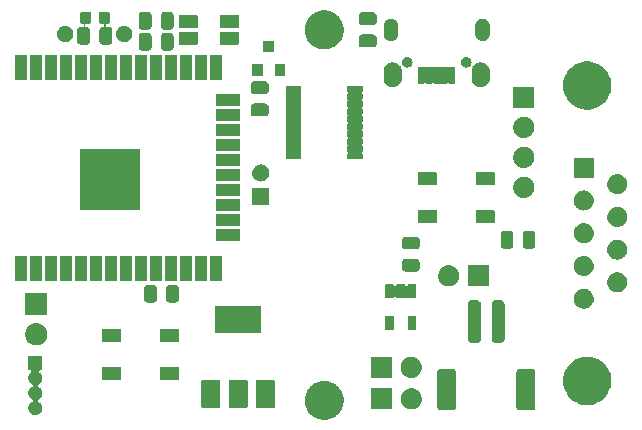
<source format=gbr>
G04 #@! TF.GenerationSoftware,KiCad,Pcbnew,7.0.9*
G04 #@! TF.CreationDate,2023-12-15T21:40:49-05:00*
G04 #@! TF.ProjectId,MainBoard,4d61696e-426f-4617-9264-2e6b69636164,rev?*
G04 #@! TF.SameCoordinates,Original*
G04 #@! TF.FileFunction,Soldermask,Top*
G04 #@! TF.FilePolarity,Negative*
%FSLAX46Y46*%
G04 Gerber Fmt 4.6, Leading zero omitted, Abs format (unit mm)*
G04 Created by KiCad (PCBNEW 7.0.9) date 2023-12-15 21:40:49*
%MOMM*%
%LPD*%
G01*
G04 APERTURE LIST*
G04 APERTURE END LIST*
G36*
X91122098Y-110748966D02*
G01*
X91182353Y-110748966D01*
X91248199Y-110758890D01*
X91317273Y-110764327D01*
X91372947Y-110777693D01*
X91426302Y-110785735D01*
X91496021Y-110807240D01*
X91569187Y-110824806D01*
X91616495Y-110844401D01*
X91662052Y-110858454D01*
X91733569Y-110892895D01*
X91808538Y-110923948D01*
X91847022Y-110947531D01*
X91884322Y-110965494D01*
X91955271Y-111013866D01*
X92029433Y-111059313D01*
X92059127Y-111084674D01*
X92088162Y-111104470D01*
X92155956Y-111167374D01*
X92226433Y-111227567D01*
X92247834Y-111252625D01*
X92269011Y-111272274D01*
X92330925Y-111349911D01*
X92394687Y-111424567D01*
X92408709Y-111447449D01*
X92422830Y-111465156D01*
X92476087Y-111557399D01*
X92530052Y-111645462D01*
X92537977Y-111664597D01*
X92546185Y-111678812D01*
X92588038Y-111785454D01*
X92629194Y-111884813D01*
X92632597Y-111898991D01*
X92636314Y-111908460D01*
X92664157Y-112030446D01*
X92689673Y-112136727D01*
X92690334Y-112145133D01*
X92691214Y-112148986D01*
X92702683Y-112302031D01*
X92710000Y-112395000D01*
X92702682Y-112487975D01*
X92691214Y-112641013D01*
X92690334Y-112644865D01*
X92689673Y-112653273D01*
X92664152Y-112759573D01*
X92636314Y-112881539D01*
X92632598Y-112891005D01*
X92629194Y-112905187D01*
X92588031Y-113004563D01*
X92546185Y-113111187D01*
X92537979Y-113125399D01*
X92530052Y-113144538D01*
X92476077Y-113232616D01*
X92422830Y-113324843D01*
X92408712Y-113342546D01*
X92394687Y-113365433D01*
X92330913Y-113440102D01*
X92269011Y-113517725D01*
X92247838Y-113537369D01*
X92226433Y-113562433D01*
X92155942Y-113622637D01*
X92088162Y-113685529D01*
X92059133Y-113705320D01*
X92029433Y-113730687D01*
X91955257Y-113776142D01*
X91884322Y-113824505D01*
X91847030Y-113842463D01*
X91808538Y-113866052D01*
X91733554Y-113897110D01*
X91662052Y-113931545D01*
X91616504Y-113945594D01*
X91569187Y-113965194D01*
X91496007Y-113982762D01*
X91426302Y-114004264D01*
X91372955Y-114012304D01*
X91317273Y-114025673D01*
X91248195Y-114031109D01*
X91182353Y-114041034D01*
X91122098Y-114041034D01*
X91059000Y-114046000D01*
X90995902Y-114041034D01*
X90935647Y-114041034D01*
X90869803Y-114031109D01*
X90800727Y-114025673D01*
X90745045Y-114012305D01*
X90691697Y-114004264D01*
X90621988Y-113982761D01*
X90548813Y-113965194D01*
X90501498Y-113945595D01*
X90455947Y-113931545D01*
X90384438Y-113897107D01*
X90309462Y-113866052D01*
X90270972Y-113842465D01*
X90233675Y-113824504D01*
X90162726Y-113776131D01*
X90088567Y-113730687D01*
X90058873Y-113705326D01*
X90029839Y-113685531D01*
X89962043Y-113622625D01*
X89891567Y-113562433D01*
X89870164Y-113537374D01*
X89848988Y-113517725D01*
X89787071Y-113440084D01*
X89723313Y-113365433D01*
X89709291Y-113342551D01*
X89695169Y-113324843D01*
X89641905Y-113232588D01*
X89587948Y-113144538D01*
X89580023Y-113125405D01*
X89571814Y-113111187D01*
X89529949Y-113004517D01*
X89488806Y-112905187D01*
X89485402Y-112891012D01*
X89481685Y-112881539D01*
X89453827Y-112759488D01*
X89428327Y-112653273D01*
X89427665Y-112644871D01*
X89426785Y-112641013D01*
X89415296Y-112487710D01*
X89408000Y-112395000D01*
X89415296Y-112302297D01*
X89426785Y-112148986D01*
X89427665Y-112145126D01*
X89428327Y-112136727D01*
X89453822Y-112030530D01*
X89481685Y-111908460D01*
X89485403Y-111898984D01*
X89488806Y-111884813D01*
X89529942Y-111785500D01*
X89571814Y-111678812D01*
X89580024Y-111664590D01*
X89587948Y-111645462D01*
X89641895Y-111557427D01*
X89695169Y-111465156D01*
X89709293Y-111447443D01*
X89723313Y-111424567D01*
X89787059Y-111349929D01*
X89848988Y-111272274D01*
X89870169Y-111252620D01*
X89891567Y-111227567D01*
X89962029Y-111167386D01*
X90029839Y-111104468D01*
X90058879Y-111084668D01*
X90088567Y-111059313D01*
X90162711Y-111013876D01*
X90233675Y-110965495D01*
X90270980Y-110947529D01*
X90309462Y-110923948D01*
X90384423Y-110892898D01*
X90455947Y-110858454D01*
X90501507Y-110844400D01*
X90548813Y-110824806D01*
X90621973Y-110807241D01*
X90691697Y-110785735D01*
X90745054Y-110777692D01*
X90800727Y-110764327D01*
X90869799Y-110758890D01*
X90935647Y-110748966D01*
X90995902Y-110748966D01*
X91059000Y-110744000D01*
X91122098Y-110748966D01*
G37*
G36*
X67168317Y-108648282D02*
G01*
X67184862Y-108659338D01*
X67195918Y-108675883D01*
X67199800Y-108695400D01*
X67199800Y-109795400D01*
X67195918Y-109814917D01*
X67184862Y-109831462D01*
X67168317Y-109842518D01*
X67148800Y-109846400D01*
X66991538Y-109846400D01*
X66927614Y-110000727D01*
X66996026Y-110069139D01*
X67023771Y-110090429D01*
X67045061Y-110118175D01*
X67068063Y-110141177D01*
X67092257Y-110179681D01*
X67119281Y-110214900D01*
X67128749Y-110237759D01*
X67139570Y-110254980D01*
X67159636Y-110312328D01*
X67179321Y-110359850D01*
X67181164Y-110373849D01*
X67183960Y-110381840D01*
X67194313Y-110473723D01*
X67199800Y-110515400D01*
X67194312Y-110557078D01*
X67183960Y-110648959D01*
X67181164Y-110656948D01*
X67179321Y-110670950D01*
X67159634Y-110718477D01*
X67139570Y-110775819D01*
X67128750Y-110793037D01*
X67119281Y-110815900D01*
X67092253Y-110851122D01*
X67068063Y-110889622D01*
X67045065Y-110912619D01*
X67023771Y-110940371D01*
X66996019Y-110961665D01*
X66973022Y-110984663D01*
X66934523Y-111008852D01*
X66899300Y-111035881D01*
X66876435Y-111045351D01*
X66819200Y-111081315D01*
X66819200Y-111219485D01*
X66876437Y-111255449D01*
X66899300Y-111264919D01*
X66934518Y-111291942D01*
X66973022Y-111316136D01*
X66996023Y-111339137D01*
X67023771Y-111360429D01*
X67045062Y-111388176D01*
X67068063Y-111411177D01*
X67092257Y-111449681D01*
X67119281Y-111484900D01*
X67128749Y-111507759D01*
X67139570Y-111524980D01*
X67159636Y-111582328D01*
X67179321Y-111629850D01*
X67181164Y-111643849D01*
X67183960Y-111651840D01*
X67194313Y-111743723D01*
X67199800Y-111785400D01*
X67194312Y-111827078D01*
X67183960Y-111918959D01*
X67181164Y-111926948D01*
X67179321Y-111940950D01*
X67159634Y-111988477D01*
X67139570Y-112045819D01*
X67128750Y-112063037D01*
X67119281Y-112085900D01*
X67092253Y-112121122D01*
X67068063Y-112159622D01*
X67045065Y-112182619D01*
X67023771Y-112210371D01*
X66996019Y-112231665D01*
X66973022Y-112254663D01*
X66934523Y-112278852D01*
X66899300Y-112305881D01*
X66876435Y-112315351D01*
X66819200Y-112351315D01*
X66819200Y-112489485D01*
X66876437Y-112525449D01*
X66899300Y-112534919D01*
X66934518Y-112561942D01*
X66973022Y-112586136D01*
X66996023Y-112609137D01*
X67023771Y-112630429D01*
X67045062Y-112658176D01*
X67068063Y-112681177D01*
X67092257Y-112719681D01*
X67119281Y-112754900D01*
X67128749Y-112777759D01*
X67139570Y-112794980D01*
X67159636Y-112852328D01*
X67179321Y-112899850D01*
X67181164Y-112913849D01*
X67183960Y-112921840D01*
X67194313Y-113013723D01*
X67199800Y-113055400D01*
X67194312Y-113097078D01*
X67183960Y-113188959D01*
X67181164Y-113196948D01*
X67179321Y-113210950D01*
X67159634Y-113258477D01*
X67139570Y-113315819D01*
X67128750Y-113333037D01*
X67119281Y-113355900D01*
X67092253Y-113391122D01*
X67068063Y-113429622D01*
X67045065Y-113452619D01*
X67023771Y-113480371D01*
X66996019Y-113501665D01*
X66973022Y-113524663D01*
X66934522Y-113548853D01*
X66899300Y-113575881D01*
X66876437Y-113585350D01*
X66859219Y-113596170D01*
X66801877Y-113616234D01*
X66754350Y-113635921D01*
X66740348Y-113637764D01*
X66732359Y-113640560D01*
X66640478Y-113650912D01*
X66598800Y-113656400D01*
X66557123Y-113650913D01*
X66465240Y-113640560D01*
X66457249Y-113637764D01*
X66443250Y-113635921D01*
X66395728Y-113616236D01*
X66338380Y-113596170D01*
X66321159Y-113585349D01*
X66298300Y-113575881D01*
X66263081Y-113548857D01*
X66224577Y-113524663D01*
X66201576Y-113501662D01*
X66173829Y-113480371D01*
X66152537Y-113452623D01*
X66129536Y-113429622D01*
X66105340Y-113391115D01*
X66078319Y-113355900D01*
X66068851Y-113333042D01*
X66058029Y-113315819D01*
X66037958Y-113258461D01*
X66018279Y-113210950D01*
X66016436Y-113196953D01*
X66013639Y-113188959D01*
X66003280Y-113097025D01*
X65997800Y-113055400D01*
X66003280Y-113013776D01*
X66013639Y-112921840D01*
X66016436Y-112913845D01*
X66018279Y-112899850D01*
X66037956Y-112852343D01*
X66058029Y-112794980D01*
X66068852Y-112777754D01*
X66078319Y-112754900D01*
X66105337Y-112719689D01*
X66129536Y-112681177D01*
X66152541Y-112658171D01*
X66173829Y-112630429D01*
X66201571Y-112609141D01*
X66224577Y-112586136D01*
X66263086Y-112561939D01*
X66298300Y-112534919D01*
X66321159Y-112525450D01*
X66378399Y-112489485D01*
X66378399Y-112351315D01*
X66321161Y-112315350D01*
X66298300Y-112305881D01*
X66263080Y-112278856D01*
X66224577Y-112254663D01*
X66201576Y-112231662D01*
X66173829Y-112210371D01*
X66152537Y-112182623D01*
X66129536Y-112159622D01*
X66105340Y-112121115D01*
X66078319Y-112085900D01*
X66068851Y-112063042D01*
X66058029Y-112045819D01*
X66037958Y-111988461D01*
X66018279Y-111940950D01*
X66016436Y-111926953D01*
X66013639Y-111918959D01*
X66003280Y-111827025D01*
X65997800Y-111785400D01*
X66003280Y-111743776D01*
X66013639Y-111651840D01*
X66016436Y-111643845D01*
X66018279Y-111629850D01*
X66037956Y-111582343D01*
X66058029Y-111524980D01*
X66068852Y-111507754D01*
X66078319Y-111484900D01*
X66105337Y-111449689D01*
X66129536Y-111411177D01*
X66152541Y-111388171D01*
X66173829Y-111360429D01*
X66201571Y-111339141D01*
X66224577Y-111316136D01*
X66263086Y-111291939D01*
X66298300Y-111264919D01*
X66321159Y-111255450D01*
X66378399Y-111219485D01*
X66378399Y-111081315D01*
X66321161Y-111045350D01*
X66298300Y-111035881D01*
X66263080Y-111008856D01*
X66224577Y-110984663D01*
X66201576Y-110961662D01*
X66173829Y-110940371D01*
X66152537Y-110912623D01*
X66129536Y-110889622D01*
X66105340Y-110851115D01*
X66078319Y-110815900D01*
X66068851Y-110793042D01*
X66058029Y-110775819D01*
X66037958Y-110718461D01*
X66018279Y-110670950D01*
X66016436Y-110656953D01*
X66013639Y-110648959D01*
X66003280Y-110557025D01*
X65997800Y-110515400D01*
X66003280Y-110473776D01*
X66013639Y-110381840D01*
X66016436Y-110373845D01*
X66018279Y-110359850D01*
X66037956Y-110312343D01*
X66058029Y-110254980D01*
X66068852Y-110237754D01*
X66078319Y-110214900D01*
X66105337Y-110179688D01*
X66129538Y-110141174D01*
X66152544Y-110118167D01*
X66173829Y-110090429D01*
X66201567Y-110069144D01*
X66269986Y-110000726D01*
X66206060Y-109846400D01*
X66048800Y-109846400D01*
X66029283Y-109842518D01*
X66012738Y-109831462D01*
X66001682Y-109814917D01*
X65997800Y-109795400D01*
X65997800Y-108695400D01*
X66001682Y-108675883D01*
X66012738Y-108659338D01*
X66029283Y-108648282D01*
X66048800Y-108644400D01*
X67148800Y-108644400D01*
X67168317Y-108648282D01*
G37*
G36*
X101993913Y-109741995D02*
G01*
X102009725Y-109748976D01*
X102017531Y-109750213D01*
X102050044Y-109766779D01*
X102095106Y-109786676D01*
X102173324Y-109864894D01*
X102193223Y-109909962D01*
X102209786Y-109942468D01*
X102211022Y-109950272D01*
X102218005Y-109966087D01*
X102225999Y-110035002D01*
X102225999Y-110044831D01*
X102226000Y-110044838D01*
X102226000Y-111487711D01*
X102226000Y-112934999D01*
X102218005Y-113003913D01*
X102211021Y-113019728D01*
X102209786Y-113027531D01*
X102193226Y-113060030D01*
X102173324Y-113105106D01*
X102095106Y-113183324D01*
X102050030Y-113203226D01*
X102017531Y-113219786D01*
X102009728Y-113221021D01*
X101993913Y-113228005D01*
X101924998Y-113235999D01*
X101915168Y-113235999D01*
X101915162Y-113236000D01*
X100934838Y-113236000D01*
X100934837Y-113235999D01*
X100925001Y-113236000D01*
X100856087Y-113228005D01*
X100840272Y-113221022D01*
X100832468Y-113219786D01*
X100799962Y-113203223D01*
X100754894Y-113183324D01*
X100676676Y-113105106D01*
X100656779Y-113060044D01*
X100640213Y-113027531D01*
X100638976Y-113019725D01*
X100631995Y-113003913D01*
X100624001Y-112934998D01*
X100624000Y-112925167D01*
X100624000Y-112925161D01*
X100624000Y-110044838D01*
X100624000Y-110044837D01*
X100624000Y-110035001D01*
X100631995Y-109966087D01*
X100638976Y-109950275D01*
X100640213Y-109942468D01*
X100656782Y-109909947D01*
X100676676Y-109864894D01*
X100754894Y-109786676D01*
X100799947Y-109766782D01*
X100832468Y-109750213D01*
X100840275Y-109748976D01*
X100856087Y-109741995D01*
X100925002Y-109734001D01*
X100934831Y-109734000D01*
X100934838Y-109734000D01*
X101915162Y-109734000D01*
X101924999Y-109734000D01*
X101993913Y-109741995D01*
G37*
G36*
X108693913Y-109741995D02*
G01*
X108709725Y-109748976D01*
X108717531Y-109750213D01*
X108750044Y-109766779D01*
X108795106Y-109786676D01*
X108873324Y-109864894D01*
X108893223Y-109909962D01*
X108909786Y-109942468D01*
X108911022Y-109950272D01*
X108918005Y-109966087D01*
X108925999Y-110035002D01*
X108925999Y-110044831D01*
X108926000Y-110044838D01*
X108926000Y-111487711D01*
X108926000Y-112934999D01*
X108918005Y-113003913D01*
X108911021Y-113019728D01*
X108909786Y-113027531D01*
X108893226Y-113060030D01*
X108873324Y-113105106D01*
X108795106Y-113183324D01*
X108750030Y-113203226D01*
X108717531Y-113219786D01*
X108709728Y-113221021D01*
X108693913Y-113228005D01*
X108624998Y-113235999D01*
X108615168Y-113235999D01*
X108615162Y-113236000D01*
X107634838Y-113236000D01*
X107634837Y-113235999D01*
X107625001Y-113236000D01*
X107556087Y-113228005D01*
X107540272Y-113221022D01*
X107532468Y-113219786D01*
X107499962Y-113203223D01*
X107454894Y-113183324D01*
X107376676Y-113105106D01*
X107356779Y-113060044D01*
X107340213Y-113027531D01*
X107338976Y-113019725D01*
X107331995Y-113003913D01*
X107324001Y-112934998D01*
X107324000Y-112925167D01*
X107324000Y-112925161D01*
X107324000Y-110044838D01*
X107324000Y-110044837D01*
X107324000Y-110035001D01*
X107331995Y-109966087D01*
X107338976Y-109950275D01*
X107340213Y-109942468D01*
X107356782Y-109909947D01*
X107376676Y-109864894D01*
X107454894Y-109786676D01*
X107499947Y-109766782D01*
X107532468Y-109750213D01*
X107540275Y-109748976D01*
X107556087Y-109741995D01*
X107625002Y-109734001D01*
X107634831Y-109734000D01*
X107634838Y-109734000D01*
X108615162Y-109734000D01*
X108624999Y-109734000D01*
X108693913Y-109741995D01*
G37*
G36*
X96754517Y-111370882D02*
G01*
X96771062Y-111381938D01*
X96782118Y-111398483D01*
X96786000Y-111418000D01*
X96786000Y-113118000D01*
X96782118Y-113137517D01*
X96771062Y-113154062D01*
X96754517Y-113165118D01*
X96735000Y-113169000D01*
X95035000Y-113169000D01*
X95015483Y-113165118D01*
X94998938Y-113154062D01*
X94987882Y-113137517D01*
X94984000Y-113118000D01*
X94984000Y-111418000D01*
X94987882Y-111398483D01*
X94998938Y-111381938D01*
X95015483Y-111370882D01*
X95035000Y-111367000D01*
X96735000Y-111367000D01*
X96754517Y-111370882D01*
G37*
G36*
X98468983Y-111371936D02*
G01*
X98519180Y-111371936D01*
X98562524Y-111381149D01*
X98600659Y-111384905D01*
X98648566Y-111399437D01*
X98703424Y-111411098D01*
X98738530Y-111426728D01*
X98769566Y-111436143D01*
X98818884Y-111462504D01*
X98875500Y-111487711D01*
X98901822Y-111506835D01*
X98925232Y-111519348D01*
X98972988Y-111558540D01*
X99027887Y-111598427D01*
X99045711Y-111618223D01*
X99061675Y-111631324D01*
X99104572Y-111683594D01*
X99153924Y-111738405D01*
X99164292Y-111756363D01*
X99173651Y-111767767D01*
X99208273Y-111832542D01*
X99248104Y-111901530D01*
X99252685Y-111915630D01*
X99256856Y-111923433D01*
X99279852Y-111999242D01*
X99306311Y-112080672D01*
X99307242Y-112089532D01*
X99308094Y-112092340D01*
X99316384Y-112176513D01*
X99326000Y-112268000D01*
X99316383Y-112359494D01*
X99308094Y-112443659D01*
X99307242Y-112446466D01*
X99306311Y-112455328D01*
X99279848Y-112536771D01*
X99256856Y-112612566D01*
X99252686Y-112620366D01*
X99248104Y-112634470D01*
X99208266Y-112703470D01*
X99173651Y-112768232D01*
X99164294Y-112779633D01*
X99153924Y-112797595D01*
X99104563Y-112852415D01*
X99061675Y-112904675D01*
X99045714Y-112917773D01*
X99027887Y-112937573D01*
X98972977Y-112977467D01*
X98925232Y-113016651D01*
X98901827Y-113029161D01*
X98875500Y-113048289D01*
X98818873Y-113073500D01*
X98769566Y-113099856D01*
X98738537Y-113109268D01*
X98703424Y-113124902D01*
X98648555Y-113136564D01*
X98600659Y-113151094D01*
X98562532Y-113154849D01*
X98519180Y-113164064D01*
X98468973Y-113164064D01*
X98425000Y-113168395D01*
X98381027Y-113164064D01*
X98330820Y-113164064D01*
X98287467Y-113154849D01*
X98249340Y-113151094D01*
X98201441Y-113136563D01*
X98146576Y-113124902D01*
X98111464Y-113109269D01*
X98080433Y-113099856D01*
X98031120Y-113073498D01*
X97974500Y-113048289D01*
X97948175Y-113029163D01*
X97924767Y-113016651D01*
X97877013Y-112977460D01*
X97822113Y-112937573D01*
X97804287Y-112917776D01*
X97788324Y-112904675D01*
X97745425Y-112852402D01*
X97696076Y-112797595D01*
X97685708Y-112779637D01*
X97676348Y-112768232D01*
X97641719Y-112703447D01*
X97601896Y-112634470D01*
X97597315Y-112620371D01*
X97593143Y-112612566D01*
X97570136Y-112536725D01*
X97543689Y-112455328D01*
X97542758Y-112446471D01*
X97541905Y-112443659D01*
X97533600Y-112359342D01*
X97524000Y-112268000D01*
X97533599Y-112176664D01*
X97541905Y-112092340D01*
X97542758Y-112089527D01*
X97543689Y-112080672D01*
X97570132Y-111999288D01*
X97593143Y-111923433D01*
X97597315Y-111915626D01*
X97601896Y-111901530D01*
X97641712Y-111832565D01*
X97676348Y-111767767D01*
X97685710Y-111756359D01*
X97696076Y-111738405D01*
X97745416Y-111683607D01*
X97788324Y-111631324D01*
X97804291Y-111618219D01*
X97822113Y-111598427D01*
X97877002Y-111558546D01*
X97924767Y-111519348D01*
X97948180Y-111506833D01*
X97974500Y-111487711D01*
X98031109Y-111462506D01*
X98080433Y-111436143D01*
X98111471Y-111426727D01*
X98146576Y-111411098D01*
X98201430Y-111399438D01*
X98249340Y-111384905D01*
X98287476Y-111381148D01*
X98330820Y-111371936D01*
X98381016Y-111371936D01*
X98425000Y-111367604D01*
X98468983Y-111371936D01*
G37*
G36*
X82238717Y-110714882D02*
G01*
X82255262Y-110725938D01*
X82266318Y-110742483D01*
X82270200Y-110762000D01*
X82270200Y-112962000D01*
X82266318Y-112981517D01*
X82255262Y-112998062D01*
X82238717Y-113009118D01*
X82219200Y-113013000D01*
X80719200Y-113013000D01*
X80699683Y-113009118D01*
X80683138Y-112998062D01*
X80672082Y-112981517D01*
X80668200Y-112962000D01*
X80668200Y-110762000D01*
X80672082Y-110742483D01*
X80683138Y-110725938D01*
X80699683Y-110714882D01*
X80719200Y-110711000D01*
X82219200Y-110711000D01*
X82238717Y-110714882D01*
G37*
G36*
X84538717Y-110714882D02*
G01*
X84555262Y-110725938D01*
X84566318Y-110742483D01*
X84570200Y-110762000D01*
X84570200Y-112962000D01*
X84566318Y-112981517D01*
X84555262Y-112998062D01*
X84538717Y-113009118D01*
X84519200Y-113013000D01*
X83019200Y-113013000D01*
X82999683Y-113009118D01*
X82983138Y-112998062D01*
X82972082Y-112981517D01*
X82968200Y-112962000D01*
X82968200Y-110762000D01*
X82972082Y-110742483D01*
X82983138Y-110725938D01*
X82999683Y-110714882D01*
X83019200Y-110711000D01*
X84519200Y-110711000D01*
X84538717Y-110714882D01*
G37*
G36*
X86838717Y-110714882D02*
G01*
X86855262Y-110725938D01*
X86866318Y-110742483D01*
X86870200Y-110762000D01*
X86870200Y-112962000D01*
X86866318Y-112981517D01*
X86855262Y-112998062D01*
X86838717Y-113009118D01*
X86819200Y-113013000D01*
X85319200Y-113013000D01*
X85299683Y-113009118D01*
X85283138Y-112998062D01*
X85272082Y-112981517D01*
X85268200Y-112962000D01*
X85268200Y-110762000D01*
X85272082Y-110742483D01*
X85283138Y-110725938D01*
X85299683Y-110714882D01*
X85319200Y-110711000D01*
X86819200Y-110711000D01*
X86838717Y-110714882D01*
G37*
G36*
X113747288Y-108741899D02*
G01*
X114016838Y-108817423D01*
X114273593Y-108928947D01*
X114512771Y-109074395D01*
X114729916Y-109251055D01*
X114920984Y-109455639D01*
X115082414Y-109684333D01*
X115211200Y-109932879D01*
X115304943Y-110196647D01*
X115361897Y-110470722D01*
X115381000Y-110750000D01*
X115361897Y-111029278D01*
X115304943Y-111303353D01*
X115211200Y-111567121D01*
X115082414Y-111815667D01*
X114920984Y-112044361D01*
X114729916Y-112248945D01*
X114512771Y-112425605D01*
X114273593Y-112571053D01*
X114016838Y-112682577D01*
X113747288Y-112758101D01*
X113469965Y-112796219D01*
X113190035Y-112796219D01*
X112912712Y-112758101D01*
X112643162Y-112682577D01*
X112386407Y-112571053D01*
X112147229Y-112425605D01*
X111930084Y-112248945D01*
X111739016Y-112044361D01*
X111577586Y-111815667D01*
X111448800Y-111567121D01*
X111355057Y-111303353D01*
X111298103Y-111029278D01*
X111279000Y-110750000D01*
X111298103Y-110470722D01*
X111355057Y-110196647D01*
X111448800Y-109932879D01*
X111577586Y-109684333D01*
X111739016Y-109455639D01*
X111930084Y-109251055D01*
X112147229Y-109074395D01*
X112386407Y-108928947D01*
X112643162Y-108817423D01*
X112912712Y-108741899D01*
X113190035Y-108703781D01*
X113469965Y-108703781D01*
X113747288Y-108741899D01*
G37*
G36*
X73821017Y-109574382D02*
G01*
X73837562Y-109585438D01*
X73848618Y-109601983D01*
X73852500Y-109621500D01*
X73852500Y-110621500D01*
X73848618Y-110641017D01*
X73837562Y-110657562D01*
X73821017Y-110668618D01*
X73801500Y-110672500D01*
X72301500Y-110672500D01*
X72281983Y-110668618D01*
X72265438Y-110657562D01*
X72254382Y-110641017D01*
X72250500Y-110621500D01*
X72250500Y-109621500D01*
X72254382Y-109601983D01*
X72265438Y-109585438D01*
X72281983Y-109574382D01*
X72301500Y-109570500D01*
X73801500Y-109570500D01*
X73821017Y-109574382D01*
G37*
G36*
X78721017Y-109574382D02*
G01*
X78737562Y-109585438D01*
X78748618Y-109601983D01*
X78752500Y-109621500D01*
X78752500Y-110621500D01*
X78748618Y-110641017D01*
X78737562Y-110657562D01*
X78721017Y-110668618D01*
X78701500Y-110672500D01*
X77201500Y-110672500D01*
X77181983Y-110668618D01*
X77165438Y-110657562D01*
X77154382Y-110641017D01*
X77150500Y-110621500D01*
X77150500Y-109621500D01*
X77154382Y-109601983D01*
X77165438Y-109585438D01*
X77181983Y-109574382D01*
X77201500Y-109570500D01*
X78701500Y-109570500D01*
X78721017Y-109574382D01*
G37*
G36*
X96754517Y-108703882D02*
G01*
X96771062Y-108714938D01*
X96782118Y-108731483D01*
X96786000Y-108751000D01*
X96786000Y-110451000D01*
X96782118Y-110470517D01*
X96771062Y-110487062D01*
X96754517Y-110498118D01*
X96735000Y-110502000D01*
X95035000Y-110502000D01*
X95015483Y-110498118D01*
X94998938Y-110487062D01*
X94987882Y-110470517D01*
X94984000Y-110451000D01*
X94984000Y-108751000D01*
X94987882Y-108731483D01*
X94998938Y-108714938D01*
X95015483Y-108703882D01*
X95035000Y-108700000D01*
X96735000Y-108700000D01*
X96754517Y-108703882D01*
G37*
G36*
X98468983Y-108704936D02*
G01*
X98519180Y-108704936D01*
X98562524Y-108714149D01*
X98600659Y-108717905D01*
X98648566Y-108732437D01*
X98703424Y-108744098D01*
X98738530Y-108759728D01*
X98769566Y-108769143D01*
X98818884Y-108795504D01*
X98875500Y-108820711D01*
X98901822Y-108839835D01*
X98925232Y-108852348D01*
X98972988Y-108891540D01*
X99027887Y-108931427D01*
X99045711Y-108951223D01*
X99061675Y-108964324D01*
X99104572Y-109016594D01*
X99153924Y-109071405D01*
X99164292Y-109089363D01*
X99173651Y-109100767D01*
X99208273Y-109165542D01*
X99248104Y-109234530D01*
X99252685Y-109248630D01*
X99256856Y-109256433D01*
X99279852Y-109332242D01*
X99306311Y-109413672D01*
X99307242Y-109422532D01*
X99308094Y-109425340D01*
X99316384Y-109509513D01*
X99326000Y-109601000D01*
X99316383Y-109692494D01*
X99308094Y-109776659D01*
X99307242Y-109779466D01*
X99306311Y-109788328D01*
X99279848Y-109869771D01*
X99256856Y-109945566D01*
X99252686Y-109953366D01*
X99248104Y-109967470D01*
X99208266Y-110036470D01*
X99173651Y-110101232D01*
X99164294Y-110112633D01*
X99153924Y-110130595D01*
X99104563Y-110185415D01*
X99061675Y-110237675D01*
X99045714Y-110250773D01*
X99027887Y-110270573D01*
X98972977Y-110310467D01*
X98925232Y-110349651D01*
X98901827Y-110362161D01*
X98875500Y-110381289D01*
X98818873Y-110406500D01*
X98769566Y-110432856D01*
X98738537Y-110442268D01*
X98703424Y-110457902D01*
X98648555Y-110469564D01*
X98600659Y-110484094D01*
X98562532Y-110487849D01*
X98519180Y-110497064D01*
X98468973Y-110497064D01*
X98425000Y-110501395D01*
X98381027Y-110497064D01*
X98330820Y-110497064D01*
X98287467Y-110487849D01*
X98249340Y-110484094D01*
X98201441Y-110469563D01*
X98146576Y-110457902D01*
X98111464Y-110442269D01*
X98080433Y-110432856D01*
X98031120Y-110406498D01*
X97974500Y-110381289D01*
X97948175Y-110362163D01*
X97924767Y-110349651D01*
X97877013Y-110310460D01*
X97822113Y-110270573D01*
X97804287Y-110250776D01*
X97788324Y-110237675D01*
X97745425Y-110185402D01*
X97696076Y-110130595D01*
X97685708Y-110112637D01*
X97676348Y-110101232D01*
X97641719Y-110036447D01*
X97601896Y-109967470D01*
X97597315Y-109953371D01*
X97593143Y-109945566D01*
X97570136Y-109869725D01*
X97543689Y-109788328D01*
X97542758Y-109779471D01*
X97541905Y-109776659D01*
X97533600Y-109692342D01*
X97524000Y-109601000D01*
X97533599Y-109509664D01*
X97541905Y-109425340D01*
X97542758Y-109422527D01*
X97543689Y-109413672D01*
X97570132Y-109332288D01*
X97593143Y-109256433D01*
X97597315Y-109248626D01*
X97601896Y-109234530D01*
X97641712Y-109165565D01*
X97676348Y-109100767D01*
X97685710Y-109089359D01*
X97696076Y-109071405D01*
X97745416Y-109016607D01*
X97788324Y-108964324D01*
X97804291Y-108951219D01*
X97822113Y-108931427D01*
X97877002Y-108891546D01*
X97924767Y-108852348D01*
X97948180Y-108839833D01*
X97974500Y-108820711D01*
X98031109Y-108795506D01*
X98080433Y-108769143D01*
X98111471Y-108759727D01*
X98146576Y-108744098D01*
X98201430Y-108732438D01*
X98249340Y-108717905D01*
X98287476Y-108714148D01*
X98330820Y-108704936D01*
X98381016Y-108704936D01*
X98425000Y-108700604D01*
X98468983Y-108704936D01*
G37*
G36*
X66721604Y-105860590D02*
G01*
X66762696Y-105860590D01*
X66808456Y-105869144D01*
X66860531Y-105874273D01*
X66900091Y-105886273D01*
X66935111Y-105892820D01*
X66983617Y-105911611D01*
X67038932Y-105928391D01*
X67070534Y-105945282D01*
X67098656Y-105956177D01*
X67147513Y-105986428D01*
X67203347Y-106016272D01*
X67226809Y-106035526D01*
X67247784Y-106048514D01*
X67294256Y-106090879D01*
X67347459Y-106134541D01*
X67363224Y-106153751D01*
X67377400Y-106166674D01*
X67418557Y-106221174D01*
X67465728Y-106278653D01*
X67474848Y-106295717D01*
X67483099Y-106306642D01*
X67515925Y-106372566D01*
X67553609Y-106443068D01*
X67557628Y-106456316D01*
X67561282Y-106463655D01*
X67582864Y-106539507D01*
X67607727Y-106621469D01*
X67608543Y-106629762D01*
X67609280Y-106632350D01*
X67616937Y-106714982D01*
X67626000Y-106807000D01*
X67616936Y-106899026D01*
X67609280Y-106981649D01*
X67608544Y-106984235D01*
X67607727Y-106992531D01*
X67582859Y-107074507D01*
X67561282Y-107150344D01*
X67557628Y-107157680D01*
X67553609Y-107170932D01*
X67515917Y-107241447D01*
X67483099Y-107307357D01*
X67474850Y-107318279D01*
X67465728Y-107335347D01*
X67418547Y-107392836D01*
X67377400Y-107447325D01*
X67363227Y-107460244D01*
X67347459Y-107479459D01*
X67294245Y-107523129D01*
X67247784Y-107565485D01*
X67226814Y-107578469D01*
X67203347Y-107597728D01*
X67147502Y-107627577D01*
X67098656Y-107657822D01*
X67070541Y-107668713D01*
X67038932Y-107685609D01*
X66983605Y-107702392D01*
X66935111Y-107721179D01*
X66900098Y-107727724D01*
X66860531Y-107739727D01*
X66808453Y-107744856D01*
X66762696Y-107753410D01*
X66721604Y-107753410D01*
X66675000Y-107758000D01*
X66628396Y-107753410D01*
X66587304Y-107753410D01*
X66541545Y-107744856D01*
X66489469Y-107739727D01*
X66449902Y-107727724D01*
X66414888Y-107721179D01*
X66366389Y-107702390D01*
X66311068Y-107685609D01*
X66279461Y-107668714D01*
X66251343Y-107657822D01*
X66202490Y-107627573D01*
X66146653Y-107597728D01*
X66123188Y-107578471D01*
X66102215Y-107565485D01*
X66055744Y-107523121D01*
X66002541Y-107479459D01*
X65986775Y-107460248D01*
X65972599Y-107447325D01*
X65931439Y-107392821D01*
X65884272Y-107335347D01*
X65875151Y-107318284D01*
X65866900Y-107307357D01*
X65834067Y-107241420D01*
X65796391Y-107170932D01*
X65792372Y-107157685D01*
X65788717Y-107150344D01*
X65767124Y-107074454D01*
X65742273Y-106992531D01*
X65741456Y-106984241D01*
X65740719Y-106981649D01*
X65733046Y-106898854D01*
X65724000Y-106807000D01*
X65733045Y-106715153D01*
X65740719Y-106632350D01*
X65741456Y-106629757D01*
X65742273Y-106621469D01*
X65767119Y-106539560D01*
X65788717Y-106463655D01*
X65792373Y-106456311D01*
X65796391Y-106443068D01*
X65834060Y-106372593D01*
X65866900Y-106306642D01*
X65875153Y-106295712D01*
X65884272Y-106278653D01*
X65931430Y-106221190D01*
X65972599Y-106166674D01*
X65986778Y-106153747D01*
X66002541Y-106134541D01*
X66055733Y-106090887D01*
X66102215Y-106048514D01*
X66123193Y-106035524D01*
X66146653Y-106016272D01*
X66202478Y-105986432D01*
X66251343Y-105956177D01*
X66279467Y-105945281D01*
X66311068Y-105928391D01*
X66366377Y-105911612D01*
X66414888Y-105892820D01*
X66449909Y-105886273D01*
X66489469Y-105874273D01*
X66541542Y-105869144D01*
X66587304Y-105860590D01*
X66628396Y-105860590D01*
X66675000Y-105856000D01*
X66721604Y-105860590D01*
G37*
G36*
X104093914Y-103941995D02*
G01*
X104109726Y-103948976D01*
X104117531Y-103950213D01*
X104150039Y-103966776D01*
X104195106Y-103986676D01*
X104273324Y-104064894D01*
X104293226Y-104109967D01*
X104309786Y-104142468D01*
X104311021Y-104150270D01*
X104318005Y-104166086D01*
X104326000Y-104235000D01*
X104326000Y-107235000D01*
X104318005Y-107303914D01*
X104311021Y-107319729D01*
X104309786Y-107327531D01*
X104293229Y-107360024D01*
X104273324Y-107405106D01*
X104195106Y-107483324D01*
X104150024Y-107503229D01*
X104117531Y-107519786D01*
X104109729Y-107521021D01*
X104093914Y-107528005D01*
X104025000Y-107536000D01*
X103525000Y-107536000D01*
X103456086Y-107528005D01*
X103440270Y-107521021D01*
X103432468Y-107519786D01*
X103399967Y-107503226D01*
X103354894Y-107483324D01*
X103276676Y-107405106D01*
X103256776Y-107360039D01*
X103240213Y-107327531D01*
X103238976Y-107319726D01*
X103231995Y-107303914D01*
X103224000Y-107235000D01*
X103224000Y-104235000D01*
X103231995Y-104166086D01*
X103238976Y-104150274D01*
X103240213Y-104142468D01*
X103256780Y-104109953D01*
X103276676Y-104064894D01*
X103354894Y-103986676D01*
X103399953Y-103966780D01*
X103432468Y-103950213D01*
X103440274Y-103948976D01*
X103456086Y-103941995D01*
X103525000Y-103934000D01*
X104025000Y-103934000D01*
X104093914Y-103941995D01*
G37*
G36*
X106093914Y-103941995D02*
G01*
X106109726Y-103948976D01*
X106117531Y-103950213D01*
X106150039Y-103966776D01*
X106195106Y-103986676D01*
X106273324Y-104064894D01*
X106293226Y-104109967D01*
X106309786Y-104142468D01*
X106311021Y-104150270D01*
X106318005Y-104166086D01*
X106326000Y-104235000D01*
X106326000Y-107235000D01*
X106318005Y-107303914D01*
X106311021Y-107319729D01*
X106309786Y-107327531D01*
X106293229Y-107360024D01*
X106273324Y-107405106D01*
X106195106Y-107483324D01*
X106150024Y-107503229D01*
X106117531Y-107519786D01*
X106109729Y-107521021D01*
X106093914Y-107528005D01*
X106025000Y-107536000D01*
X105525000Y-107536000D01*
X105456086Y-107528005D01*
X105440270Y-107521021D01*
X105432468Y-107519786D01*
X105399967Y-107503226D01*
X105354894Y-107483324D01*
X105276676Y-107405106D01*
X105256776Y-107360039D01*
X105240213Y-107327531D01*
X105238976Y-107319726D01*
X105231995Y-107303914D01*
X105224000Y-107235000D01*
X105224000Y-104235000D01*
X105231995Y-104166086D01*
X105238976Y-104150274D01*
X105240213Y-104142468D01*
X105256780Y-104109953D01*
X105276676Y-104064894D01*
X105354894Y-103986676D01*
X105399953Y-103966780D01*
X105432468Y-103950213D01*
X105440274Y-103948976D01*
X105456086Y-103941995D01*
X105525000Y-103934000D01*
X106025000Y-103934000D01*
X106093914Y-103941995D01*
G37*
G36*
X73821017Y-106374382D02*
G01*
X73837562Y-106385438D01*
X73848618Y-106401983D01*
X73852500Y-106421500D01*
X73852500Y-107421500D01*
X73848618Y-107441017D01*
X73837562Y-107457562D01*
X73821017Y-107468618D01*
X73801500Y-107472500D01*
X72301500Y-107472500D01*
X72281983Y-107468618D01*
X72265438Y-107457562D01*
X72254382Y-107441017D01*
X72250500Y-107421500D01*
X72250500Y-106421500D01*
X72254382Y-106401983D01*
X72265438Y-106385438D01*
X72281983Y-106374382D01*
X72301500Y-106370500D01*
X73801500Y-106370500D01*
X73821017Y-106374382D01*
G37*
G36*
X78721017Y-106374382D02*
G01*
X78737562Y-106385438D01*
X78748618Y-106401983D01*
X78752500Y-106421500D01*
X78752500Y-107421500D01*
X78748618Y-107441017D01*
X78737562Y-107457562D01*
X78721017Y-107468618D01*
X78701500Y-107472500D01*
X77201500Y-107472500D01*
X77181983Y-107468618D01*
X77165438Y-107457562D01*
X77154382Y-107441017D01*
X77150500Y-107421500D01*
X77150500Y-106421500D01*
X77154382Y-106401983D01*
X77165438Y-106385438D01*
X77181983Y-106374382D01*
X77201500Y-106370500D01*
X78701500Y-106370500D01*
X78721017Y-106374382D01*
G37*
G36*
X85688717Y-104414882D02*
G01*
X85705262Y-104425938D01*
X85716318Y-104442483D01*
X85720200Y-104462000D01*
X85720200Y-106662000D01*
X85716318Y-106681517D01*
X85705262Y-106698062D01*
X85688717Y-106709118D01*
X85669200Y-106713000D01*
X81869200Y-106713000D01*
X81849683Y-106709118D01*
X81833138Y-106698062D01*
X81822082Y-106681517D01*
X81818200Y-106662000D01*
X81818200Y-104462000D01*
X81822082Y-104442483D01*
X81833138Y-104425938D01*
X81849683Y-104414882D01*
X81869200Y-104411000D01*
X85669200Y-104411000D01*
X85688717Y-104414882D01*
G37*
G36*
X96912788Y-105281328D02*
G01*
X96935497Y-105296503D01*
X96950672Y-105319212D01*
X96956000Y-105346000D01*
X96956000Y-106396000D01*
X96950672Y-106422788D01*
X96935497Y-106445497D01*
X96912788Y-106460672D01*
X96886000Y-106466000D01*
X96286000Y-106466000D01*
X96259212Y-106460672D01*
X96236503Y-106445497D01*
X96221328Y-106422788D01*
X96216000Y-106396000D01*
X96216000Y-105346000D01*
X96221328Y-105319212D01*
X96236503Y-105296503D01*
X96259212Y-105281328D01*
X96286000Y-105276000D01*
X96886000Y-105276000D01*
X96912788Y-105281328D01*
G37*
G36*
X98812788Y-105281328D02*
G01*
X98835497Y-105296503D01*
X98850672Y-105319212D01*
X98856000Y-105346000D01*
X98856000Y-106396000D01*
X98850672Y-106422788D01*
X98835497Y-106445497D01*
X98812788Y-106460672D01*
X98786000Y-106466000D01*
X98186000Y-106466000D01*
X98159212Y-106460672D01*
X98136503Y-106445497D01*
X98121328Y-106422788D01*
X98116000Y-106396000D01*
X98116000Y-105346000D01*
X98121328Y-105319212D01*
X98136503Y-105296503D01*
X98159212Y-105281328D01*
X98186000Y-105276000D01*
X98786000Y-105276000D01*
X98812788Y-105281328D01*
G37*
G36*
X67594517Y-103319882D02*
G01*
X67611062Y-103330938D01*
X67622118Y-103347483D01*
X67626000Y-103367000D01*
X67626000Y-105167000D01*
X67622118Y-105186517D01*
X67611062Y-105203062D01*
X67594517Y-105214118D01*
X67575000Y-105218000D01*
X65775000Y-105218000D01*
X65755483Y-105214118D01*
X65738938Y-105203062D01*
X65727882Y-105186517D01*
X65724000Y-105167000D01*
X65724000Y-103367000D01*
X65727882Y-103347483D01*
X65738938Y-103330938D01*
X65755483Y-103319882D01*
X65775000Y-103316000D01*
X67575000Y-103316000D01*
X67594517Y-103319882D01*
G37*
G36*
X113071199Y-102943662D02*
G01*
X113118954Y-102943662D01*
X113160194Y-102952427D01*
X113195901Y-102955945D01*
X113240759Y-102969552D01*
X113292973Y-102980651D01*
X113326384Y-102995526D01*
X113355435Y-103004339D01*
X113401602Y-103029015D01*
X113455500Y-103053012D01*
X113480554Y-103071215D01*
X113502453Y-103082920D01*
X113547128Y-103119584D01*
X113599430Y-103157584D01*
X113616411Y-103176443D01*
X113631320Y-103188679D01*
X113671387Y-103237501D01*
X113718473Y-103289795D01*
X113728364Y-103306927D01*
X113737079Y-103317546D01*
X113769306Y-103377840D01*
X113807427Y-103443867D01*
X113811813Y-103457368D01*
X113815660Y-103464564D01*
X113836861Y-103534455D01*
X113862404Y-103613067D01*
X113863303Y-103621623D01*
X113864054Y-103624098D01*
X113871371Y-103698389D01*
X113881000Y-103790000D01*
X113871370Y-103881619D01*
X113864054Y-103955901D01*
X113863303Y-103958375D01*
X113862404Y-103966933D01*
X113836856Y-104045558D01*
X113815660Y-104115435D01*
X113811814Y-104122629D01*
X113807427Y-104136133D01*
X113769299Y-104202172D01*
X113737079Y-104262453D01*
X113728366Y-104273069D01*
X113718473Y-104290205D01*
X113671378Y-104342509D01*
X113631320Y-104391320D01*
X113616414Y-104403552D01*
X113599430Y-104422416D01*
X113547118Y-104460423D01*
X113502453Y-104497079D01*
X113480559Y-104508780D01*
X113455500Y-104526988D01*
X113401591Y-104550989D01*
X113355435Y-104575660D01*
X113326391Y-104584470D01*
X113292973Y-104599349D01*
X113240748Y-104610449D01*
X113195901Y-104624054D01*
X113160203Y-104627570D01*
X113118954Y-104636338D01*
X113071188Y-104636338D01*
X113030000Y-104640395D01*
X112988811Y-104636338D01*
X112941046Y-104636338D01*
X112899797Y-104627570D01*
X112864098Y-104624054D01*
X112819248Y-104610448D01*
X112767027Y-104599349D01*
X112733610Y-104584471D01*
X112704564Y-104575660D01*
X112658402Y-104550986D01*
X112604500Y-104526988D01*
X112579443Y-104508783D01*
X112557546Y-104497079D01*
X112512873Y-104460416D01*
X112460570Y-104422416D01*
X112443588Y-104403555D01*
X112428679Y-104391320D01*
X112388610Y-104342496D01*
X112341527Y-104290205D01*
X112331636Y-104273073D01*
X112322920Y-104262453D01*
X112290687Y-104202148D01*
X112252573Y-104136133D01*
X112248186Y-104122634D01*
X112244339Y-104115435D01*
X112223128Y-104045512D01*
X112197596Y-103966933D01*
X112196697Y-103958380D01*
X112195945Y-103955901D01*
X112188613Y-103881467D01*
X112179000Y-103790000D01*
X112188612Y-103698540D01*
X112195945Y-103624098D01*
X112196697Y-103621618D01*
X112197596Y-103613067D01*
X112223123Y-103534502D01*
X112244339Y-103464564D01*
X112248187Y-103457363D01*
X112252573Y-103443867D01*
X112290680Y-103377863D01*
X112322920Y-103317546D01*
X112331638Y-103306923D01*
X112341527Y-103289795D01*
X112388601Y-103237513D01*
X112428679Y-103188679D01*
X112443591Y-103176440D01*
X112460570Y-103157584D01*
X112512862Y-103119591D01*
X112557546Y-103082920D01*
X112579448Y-103071213D01*
X112604500Y-103053012D01*
X112658391Y-103029018D01*
X112704564Y-103004339D01*
X112733617Y-102995525D01*
X112767027Y-102980651D01*
X112819237Y-102969553D01*
X112864098Y-102955945D01*
X112899806Y-102952427D01*
X112941046Y-102943662D01*
X112988801Y-102943662D01*
X113030000Y-102939604D01*
X113071199Y-102943662D01*
G37*
G36*
X76653233Y-102634829D02*
G01*
X76668830Y-102641716D01*
X76676350Y-102642907D01*
X76707666Y-102658863D01*
X76752324Y-102678582D01*
X76828918Y-102755176D01*
X76848639Y-102799840D01*
X76864592Y-102831149D01*
X76865782Y-102838666D01*
X76872671Y-102854267D01*
X76880500Y-102921750D01*
X76880500Y-103834250D01*
X76872671Y-103901733D01*
X76865782Y-103917334D01*
X76864592Y-103924850D01*
X76848642Y-103956152D01*
X76828918Y-104000824D01*
X76752324Y-104077418D01*
X76707652Y-104097142D01*
X76676350Y-104113092D01*
X76668834Y-104114282D01*
X76653233Y-104121171D01*
X76585750Y-104129000D01*
X76098250Y-104129000D01*
X76030767Y-104121171D01*
X76015166Y-104114282D01*
X76007649Y-104113092D01*
X75976340Y-104097139D01*
X75931676Y-104077418D01*
X75855082Y-104000824D01*
X75835363Y-103956166D01*
X75819407Y-103924850D01*
X75818216Y-103917330D01*
X75811329Y-103901733D01*
X75803500Y-103834250D01*
X75803500Y-102921750D01*
X75811329Y-102854267D01*
X75818215Y-102838669D01*
X75819407Y-102831149D01*
X75835367Y-102799825D01*
X75855082Y-102755176D01*
X75931676Y-102678582D01*
X75976325Y-102658867D01*
X76007649Y-102642907D01*
X76015169Y-102641715D01*
X76030767Y-102634829D01*
X76098250Y-102627000D01*
X76585750Y-102627000D01*
X76653233Y-102634829D01*
G37*
G36*
X78528233Y-102634829D02*
G01*
X78543830Y-102641716D01*
X78551350Y-102642907D01*
X78582666Y-102658863D01*
X78627324Y-102678582D01*
X78703918Y-102755176D01*
X78723639Y-102799840D01*
X78739592Y-102831149D01*
X78740782Y-102838666D01*
X78747671Y-102854267D01*
X78755500Y-102921750D01*
X78755500Y-103834250D01*
X78747671Y-103901733D01*
X78740782Y-103917334D01*
X78739592Y-103924850D01*
X78723642Y-103956152D01*
X78703918Y-104000824D01*
X78627324Y-104077418D01*
X78582652Y-104097142D01*
X78551350Y-104113092D01*
X78543834Y-104114282D01*
X78528233Y-104121171D01*
X78460750Y-104129000D01*
X77973250Y-104129000D01*
X77905767Y-104121171D01*
X77890166Y-104114282D01*
X77882649Y-104113092D01*
X77851340Y-104097139D01*
X77806676Y-104077418D01*
X77730082Y-104000824D01*
X77710363Y-103956166D01*
X77694407Y-103924850D01*
X77693216Y-103917330D01*
X77686329Y-103901733D01*
X77678500Y-103834250D01*
X77678500Y-102921750D01*
X77686329Y-102854267D01*
X77693215Y-102838669D01*
X77694407Y-102831149D01*
X77710367Y-102799825D01*
X77730082Y-102755176D01*
X77806676Y-102678582D01*
X77851325Y-102658867D01*
X77882649Y-102642907D01*
X77890169Y-102641715D01*
X77905767Y-102634829D01*
X77973250Y-102627000D01*
X78460750Y-102627000D01*
X78528233Y-102634829D01*
G37*
G36*
X96912788Y-102581328D02*
G01*
X96935497Y-102596503D01*
X96950672Y-102619212D01*
X96951896Y-102625367D01*
X96994188Y-102688659D01*
X97127812Y-102688659D01*
X97170104Y-102625365D01*
X97171328Y-102619212D01*
X97186503Y-102596503D01*
X97209212Y-102581328D01*
X97236000Y-102576000D01*
X97836000Y-102576000D01*
X97862788Y-102581328D01*
X97885497Y-102596503D01*
X97900672Y-102619212D01*
X97901896Y-102625367D01*
X97944188Y-102688659D01*
X98077812Y-102688659D01*
X98120104Y-102625365D01*
X98121328Y-102619212D01*
X98136503Y-102596503D01*
X98159212Y-102581328D01*
X98186000Y-102576000D01*
X98786000Y-102576000D01*
X98812788Y-102581328D01*
X98835497Y-102596503D01*
X98850672Y-102619212D01*
X98856000Y-102646000D01*
X98856000Y-103696000D01*
X98850672Y-103722788D01*
X98835497Y-103745497D01*
X98812788Y-103760672D01*
X98786000Y-103766000D01*
X98186000Y-103766000D01*
X98159212Y-103760672D01*
X98136503Y-103745497D01*
X98121328Y-103722788D01*
X98120103Y-103716631D01*
X98077813Y-103653340D01*
X97944187Y-103653340D01*
X97901896Y-103716630D01*
X97900672Y-103722788D01*
X97885497Y-103745497D01*
X97862788Y-103760672D01*
X97836000Y-103766000D01*
X97236000Y-103766000D01*
X97209212Y-103760672D01*
X97186503Y-103745497D01*
X97171328Y-103722788D01*
X97170103Y-103716631D01*
X97127813Y-103653340D01*
X96994187Y-103653340D01*
X96951896Y-103716630D01*
X96950672Y-103722788D01*
X96935497Y-103745497D01*
X96912788Y-103760672D01*
X96886000Y-103766000D01*
X96286000Y-103766000D01*
X96259212Y-103760672D01*
X96236503Y-103745497D01*
X96221328Y-103722788D01*
X96216000Y-103696000D01*
X96216000Y-102646000D01*
X96221328Y-102619212D01*
X96236503Y-102596503D01*
X96259212Y-102581328D01*
X96286000Y-102576000D01*
X96886000Y-102576000D01*
X96912788Y-102581328D01*
G37*
G36*
X115911199Y-101558662D02*
G01*
X115958954Y-101558662D01*
X116000194Y-101567427D01*
X116035901Y-101570945D01*
X116080759Y-101584552D01*
X116132973Y-101595651D01*
X116166384Y-101610526D01*
X116195435Y-101619339D01*
X116241602Y-101644015D01*
X116295500Y-101668012D01*
X116320554Y-101686215D01*
X116342453Y-101697920D01*
X116387128Y-101734584D01*
X116439430Y-101772584D01*
X116456411Y-101791443D01*
X116471320Y-101803679D01*
X116511387Y-101852501D01*
X116558473Y-101904795D01*
X116568364Y-101921927D01*
X116577079Y-101932546D01*
X116609306Y-101992840D01*
X116647427Y-102058867D01*
X116651813Y-102072368D01*
X116655660Y-102079564D01*
X116676861Y-102149455D01*
X116702404Y-102228067D01*
X116703303Y-102236623D01*
X116704054Y-102239098D01*
X116711371Y-102313389D01*
X116721000Y-102405000D01*
X116711370Y-102496619D01*
X116704054Y-102570901D01*
X116703303Y-102573375D01*
X116702404Y-102581933D01*
X116676856Y-102660558D01*
X116655660Y-102730435D01*
X116651814Y-102737629D01*
X116647427Y-102751133D01*
X116609299Y-102817172D01*
X116577079Y-102877453D01*
X116568366Y-102888069D01*
X116558473Y-102905205D01*
X116511378Y-102957509D01*
X116471320Y-103006320D01*
X116456414Y-103018552D01*
X116439430Y-103037416D01*
X116387118Y-103075423D01*
X116342453Y-103112079D01*
X116320559Y-103123780D01*
X116295500Y-103141988D01*
X116241591Y-103165989D01*
X116195435Y-103190660D01*
X116166391Y-103199470D01*
X116132973Y-103214349D01*
X116080748Y-103225449D01*
X116035901Y-103239054D01*
X116000203Y-103242570D01*
X115958954Y-103251338D01*
X115911188Y-103251338D01*
X115870000Y-103255395D01*
X115828811Y-103251338D01*
X115781046Y-103251338D01*
X115739797Y-103242570D01*
X115704098Y-103239054D01*
X115659248Y-103225448D01*
X115607027Y-103214349D01*
X115573610Y-103199471D01*
X115544564Y-103190660D01*
X115498402Y-103165986D01*
X115444500Y-103141988D01*
X115419443Y-103123783D01*
X115397546Y-103112079D01*
X115352873Y-103075416D01*
X115300570Y-103037416D01*
X115283588Y-103018555D01*
X115268679Y-103006320D01*
X115228610Y-102957496D01*
X115181527Y-102905205D01*
X115171636Y-102888073D01*
X115162920Y-102877453D01*
X115130687Y-102817148D01*
X115092573Y-102751133D01*
X115088186Y-102737634D01*
X115084339Y-102730435D01*
X115063128Y-102660512D01*
X115037596Y-102581933D01*
X115036697Y-102573380D01*
X115035945Y-102570901D01*
X115028613Y-102496467D01*
X115019000Y-102405000D01*
X115028612Y-102313540D01*
X115035945Y-102239098D01*
X115036697Y-102236618D01*
X115037596Y-102228067D01*
X115063123Y-102149502D01*
X115084339Y-102079564D01*
X115088187Y-102072363D01*
X115092573Y-102058867D01*
X115130680Y-101992863D01*
X115162920Y-101932546D01*
X115171638Y-101921923D01*
X115181527Y-101904795D01*
X115228601Y-101852513D01*
X115268679Y-101803679D01*
X115283591Y-101791440D01*
X115300570Y-101772584D01*
X115352862Y-101734591D01*
X115397546Y-101697920D01*
X115419448Y-101686213D01*
X115444500Y-101668012D01*
X115498391Y-101644018D01*
X115544564Y-101619339D01*
X115573617Y-101610525D01*
X115607027Y-101595651D01*
X115659237Y-101584553D01*
X115704098Y-101570945D01*
X115739806Y-101567427D01*
X115781046Y-101558662D01*
X115828801Y-101558662D01*
X115870000Y-101554604D01*
X115911199Y-101558662D01*
G37*
G36*
X105009517Y-100956882D02*
G01*
X105026062Y-100967938D01*
X105037118Y-100984483D01*
X105041000Y-101004000D01*
X105041000Y-102704000D01*
X105037118Y-102723517D01*
X105026062Y-102740062D01*
X105009517Y-102751118D01*
X104990000Y-102755000D01*
X103290000Y-102755000D01*
X103270483Y-102751118D01*
X103253938Y-102740062D01*
X103242882Y-102723517D01*
X103239000Y-102704000D01*
X103239000Y-101004000D01*
X103242882Y-100984483D01*
X103253938Y-100967938D01*
X103270483Y-100956882D01*
X103290000Y-100953000D01*
X104990000Y-100953000D01*
X105009517Y-100956882D01*
G37*
G36*
X101643983Y-100957936D02*
G01*
X101694180Y-100957936D01*
X101737524Y-100967149D01*
X101775659Y-100970905D01*
X101823566Y-100985437D01*
X101878424Y-100997098D01*
X101913530Y-101012728D01*
X101944566Y-101022143D01*
X101993884Y-101048504D01*
X102050500Y-101073711D01*
X102076822Y-101092835D01*
X102100232Y-101105348D01*
X102147988Y-101144540D01*
X102202887Y-101184427D01*
X102220711Y-101204223D01*
X102236675Y-101217324D01*
X102279572Y-101269594D01*
X102328924Y-101324405D01*
X102339292Y-101342363D01*
X102348651Y-101353767D01*
X102383273Y-101418542D01*
X102423104Y-101487530D01*
X102427685Y-101501630D01*
X102431856Y-101509433D01*
X102454852Y-101585242D01*
X102481311Y-101666672D01*
X102482242Y-101675532D01*
X102483094Y-101678340D01*
X102491384Y-101762513D01*
X102501000Y-101854000D01*
X102491383Y-101945494D01*
X102483094Y-102029659D01*
X102482242Y-102032466D01*
X102481311Y-102041328D01*
X102454848Y-102122771D01*
X102431856Y-102198566D01*
X102427686Y-102206366D01*
X102423104Y-102220470D01*
X102383266Y-102289470D01*
X102348651Y-102354232D01*
X102339294Y-102365633D01*
X102328924Y-102383595D01*
X102279563Y-102438415D01*
X102236675Y-102490675D01*
X102220714Y-102503773D01*
X102202887Y-102523573D01*
X102147977Y-102563467D01*
X102100232Y-102602651D01*
X102076827Y-102615161D01*
X102050500Y-102634289D01*
X101993873Y-102659500D01*
X101944566Y-102685856D01*
X101913537Y-102695268D01*
X101878424Y-102710902D01*
X101823555Y-102722564D01*
X101775659Y-102737094D01*
X101737532Y-102740849D01*
X101694180Y-102750064D01*
X101643973Y-102750064D01*
X101600000Y-102754395D01*
X101556027Y-102750064D01*
X101505820Y-102750064D01*
X101462467Y-102740849D01*
X101424340Y-102737094D01*
X101376441Y-102722563D01*
X101321576Y-102710902D01*
X101286464Y-102695269D01*
X101255433Y-102685856D01*
X101206120Y-102659498D01*
X101149500Y-102634289D01*
X101123175Y-102615163D01*
X101099767Y-102602651D01*
X101052013Y-102563460D01*
X100997113Y-102523573D01*
X100979287Y-102503776D01*
X100963324Y-102490675D01*
X100920425Y-102438402D01*
X100871076Y-102383595D01*
X100860708Y-102365637D01*
X100851348Y-102354232D01*
X100816719Y-102289447D01*
X100776896Y-102220470D01*
X100772315Y-102206371D01*
X100768143Y-102198566D01*
X100745136Y-102122725D01*
X100718689Y-102041328D01*
X100717758Y-102032471D01*
X100716905Y-102029659D01*
X100708600Y-101945342D01*
X100699000Y-101854000D01*
X100708599Y-101762664D01*
X100716905Y-101678340D01*
X100717758Y-101675527D01*
X100718689Y-101666672D01*
X100745132Y-101585288D01*
X100768143Y-101509433D01*
X100772315Y-101501626D01*
X100776896Y-101487530D01*
X100816712Y-101418565D01*
X100851348Y-101353767D01*
X100860710Y-101342359D01*
X100871076Y-101324405D01*
X100920416Y-101269607D01*
X100963324Y-101217324D01*
X100979291Y-101204219D01*
X100997113Y-101184427D01*
X101052002Y-101144546D01*
X101099767Y-101105348D01*
X101123180Y-101092833D01*
X101149500Y-101073711D01*
X101206109Y-101048506D01*
X101255433Y-101022143D01*
X101286471Y-101012727D01*
X101321576Y-100997098D01*
X101376430Y-100985438D01*
X101424340Y-100970905D01*
X101462476Y-100967148D01*
X101505820Y-100957936D01*
X101556016Y-100957936D01*
X101600000Y-100953604D01*
X101643983Y-100957936D01*
G37*
G36*
X65874517Y-100162882D02*
G01*
X65891062Y-100173938D01*
X65902118Y-100190483D01*
X65906000Y-100210000D01*
X65906000Y-102210000D01*
X65902118Y-102229517D01*
X65891062Y-102246062D01*
X65874517Y-102257118D01*
X65855000Y-102261000D01*
X64955000Y-102261000D01*
X64935483Y-102257118D01*
X64918938Y-102246062D01*
X64907882Y-102229517D01*
X64904000Y-102210000D01*
X64904000Y-100210000D01*
X64907882Y-100190483D01*
X64918938Y-100173938D01*
X64935483Y-100162882D01*
X64955000Y-100159000D01*
X65855000Y-100159000D01*
X65874517Y-100162882D01*
G37*
G36*
X67144517Y-100162882D02*
G01*
X67161062Y-100173938D01*
X67172118Y-100190483D01*
X67176000Y-100210000D01*
X67176000Y-102210000D01*
X67172118Y-102229517D01*
X67161062Y-102246062D01*
X67144517Y-102257118D01*
X67125000Y-102261000D01*
X66225000Y-102261000D01*
X66205483Y-102257118D01*
X66188938Y-102246062D01*
X66177882Y-102229517D01*
X66174000Y-102210000D01*
X66174000Y-100210000D01*
X66177882Y-100190483D01*
X66188938Y-100173938D01*
X66205483Y-100162882D01*
X66225000Y-100159000D01*
X67125000Y-100159000D01*
X67144517Y-100162882D01*
G37*
G36*
X68414517Y-100162882D02*
G01*
X68431062Y-100173938D01*
X68442118Y-100190483D01*
X68446000Y-100210000D01*
X68446000Y-102210000D01*
X68442118Y-102229517D01*
X68431062Y-102246062D01*
X68414517Y-102257118D01*
X68395000Y-102261000D01*
X67495000Y-102261000D01*
X67475483Y-102257118D01*
X67458938Y-102246062D01*
X67447882Y-102229517D01*
X67444000Y-102210000D01*
X67444000Y-100210000D01*
X67447882Y-100190483D01*
X67458938Y-100173938D01*
X67475483Y-100162882D01*
X67495000Y-100159000D01*
X68395000Y-100159000D01*
X68414517Y-100162882D01*
G37*
G36*
X69684517Y-100162882D02*
G01*
X69701062Y-100173938D01*
X69712118Y-100190483D01*
X69716000Y-100210000D01*
X69716000Y-102210000D01*
X69712118Y-102229517D01*
X69701062Y-102246062D01*
X69684517Y-102257118D01*
X69665000Y-102261000D01*
X68765000Y-102261000D01*
X68745483Y-102257118D01*
X68728938Y-102246062D01*
X68717882Y-102229517D01*
X68714000Y-102210000D01*
X68714000Y-100210000D01*
X68717882Y-100190483D01*
X68728938Y-100173938D01*
X68745483Y-100162882D01*
X68765000Y-100159000D01*
X69665000Y-100159000D01*
X69684517Y-100162882D01*
G37*
G36*
X70954517Y-100162882D02*
G01*
X70971062Y-100173938D01*
X70982118Y-100190483D01*
X70986000Y-100210000D01*
X70986000Y-102210000D01*
X70982118Y-102229517D01*
X70971062Y-102246062D01*
X70954517Y-102257118D01*
X70935000Y-102261000D01*
X70035000Y-102261000D01*
X70015483Y-102257118D01*
X69998938Y-102246062D01*
X69987882Y-102229517D01*
X69984000Y-102210000D01*
X69984000Y-100210000D01*
X69987882Y-100190483D01*
X69998938Y-100173938D01*
X70015483Y-100162882D01*
X70035000Y-100159000D01*
X70935000Y-100159000D01*
X70954517Y-100162882D01*
G37*
G36*
X72224517Y-100162882D02*
G01*
X72241062Y-100173938D01*
X72252118Y-100190483D01*
X72256000Y-100210000D01*
X72256000Y-102210000D01*
X72252118Y-102229517D01*
X72241062Y-102246062D01*
X72224517Y-102257118D01*
X72205000Y-102261000D01*
X71305000Y-102261000D01*
X71285483Y-102257118D01*
X71268938Y-102246062D01*
X71257882Y-102229517D01*
X71254000Y-102210000D01*
X71254000Y-100210000D01*
X71257882Y-100190483D01*
X71268938Y-100173938D01*
X71285483Y-100162882D01*
X71305000Y-100159000D01*
X72205000Y-100159000D01*
X72224517Y-100162882D01*
G37*
G36*
X73494517Y-100162882D02*
G01*
X73511062Y-100173938D01*
X73522118Y-100190483D01*
X73526000Y-100210000D01*
X73526000Y-102210000D01*
X73522118Y-102229517D01*
X73511062Y-102246062D01*
X73494517Y-102257118D01*
X73475000Y-102261000D01*
X72575000Y-102261000D01*
X72555483Y-102257118D01*
X72538938Y-102246062D01*
X72527882Y-102229517D01*
X72524000Y-102210000D01*
X72524000Y-100210000D01*
X72527882Y-100190483D01*
X72538938Y-100173938D01*
X72555483Y-100162882D01*
X72575000Y-100159000D01*
X73475000Y-100159000D01*
X73494517Y-100162882D01*
G37*
G36*
X74764517Y-100162882D02*
G01*
X74781062Y-100173938D01*
X74792118Y-100190483D01*
X74796000Y-100210000D01*
X74796000Y-102210000D01*
X74792118Y-102229517D01*
X74781062Y-102246062D01*
X74764517Y-102257118D01*
X74745000Y-102261000D01*
X73845000Y-102261000D01*
X73825483Y-102257118D01*
X73808938Y-102246062D01*
X73797882Y-102229517D01*
X73794000Y-102210000D01*
X73794000Y-100210000D01*
X73797882Y-100190483D01*
X73808938Y-100173938D01*
X73825483Y-100162882D01*
X73845000Y-100159000D01*
X74745000Y-100159000D01*
X74764517Y-100162882D01*
G37*
G36*
X76034517Y-100162882D02*
G01*
X76051062Y-100173938D01*
X76062118Y-100190483D01*
X76066000Y-100210000D01*
X76066000Y-102210000D01*
X76062118Y-102229517D01*
X76051062Y-102246062D01*
X76034517Y-102257118D01*
X76015000Y-102261000D01*
X75115000Y-102261000D01*
X75095483Y-102257118D01*
X75078938Y-102246062D01*
X75067882Y-102229517D01*
X75064000Y-102210000D01*
X75064000Y-100210000D01*
X75067882Y-100190483D01*
X75078938Y-100173938D01*
X75095483Y-100162882D01*
X75115000Y-100159000D01*
X76015000Y-100159000D01*
X76034517Y-100162882D01*
G37*
G36*
X77304517Y-100162882D02*
G01*
X77321062Y-100173938D01*
X77332118Y-100190483D01*
X77336000Y-100210000D01*
X77336000Y-102210000D01*
X77332118Y-102229517D01*
X77321062Y-102246062D01*
X77304517Y-102257118D01*
X77285000Y-102261000D01*
X76385000Y-102261000D01*
X76365483Y-102257118D01*
X76348938Y-102246062D01*
X76337882Y-102229517D01*
X76334000Y-102210000D01*
X76334000Y-100210000D01*
X76337882Y-100190483D01*
X76348938Y-100173938D01*
X76365483Y-100162882D01*
X76385000Y-100159000D01*
X77285000Y-100159000D01*
X77304517Y-100162882D01*
G37*
G36*
X78574517Y-100162882D02*
G01*
X78591062Y-100173938D01*
X78602118Y-100190483D01*
X78606000Y-100210000D01*
X78606000Y-102210000D01*
X78602118Y-102229517D01*
X78591062Y-102246062D01*
X78574517Y-102257118D01*
X78555000Y-102261000D01*
X77655000Y-102261000D01*
X77635483Y-102257118D01*
X77618938Y-102246062D01*
X77607882Y-102229517D01*
X77604000Y-102210000D01*
X77604000Y-100210000D01*
X77607882Y-100190483D01*
X77618938Y-100173938D01*
X77635483Y-100162882D01*
X77655000Y-100159000D01*
X78555000Y-100159000D01*
X78574517Y-100162882D01*
G37*
G36*
X79844517Y-100162882D02*
G01*
X79861062Y-100173938D01*
X79872118Y-100190483D01*
X79876000Y-100210000D01*
X79876000Y-102210000D01*
X79872118Y-102229517D01*
X79861062Y-102246062D01*
X79844517Y-102257118D01*
X79825000Y-102261000D01*
X78925000Y-102261000D01*
X78905483Y-102257118D01*
X78888938Y-102246062D01*
X78877882Y-102229517D01*
X78874000Y-102210000D01*
X78874000Y-100210000D01*
X78877882Y-100190483D01*
X78888938Y-100173938D01*
X78905483Y-100162882D01*
X78925000Y-100159000D01*
X79825000Y-100159000D01*
X79844517Y-100162882D01*
G37*
G36*
X81114517Y-100162882D02*
G01*
X81131062Y-100173938D01*
X81142118Y-100190483D01*
X81146000Y-100210000D01*
X81146000Y-102210000D01*
X81142118Y-102229517D01*
X81131062Y-102246062D01*
X81114517Y-102257118D01*
X81095000Y-102261000D01*
X80195000Y-102261000D01*
X80175483Y-102257118D01*
X80158938Y-102246062D01*
X80147882Y-102229517D01*
X80144000Y-102210000D01*
X80144000Y-100210000D01*
X80147882Y-100190483D01*
X80158938Y-100173938D01*
X80175483Y-100162882D01*
X80195000Y-100159000D01*
X81095000Y-100159000D01*
X81114517Y-100162882D01*
G37*
G36*
X82384517Y-100162882D02*
G01*
X82401062Y-100173938D01*
X82412118Y-100190483D01*
X82416000Y-100210000D01*
X82416000Y-102210000D01*
X82412118Y-102229517D01*
X82401062Y-102246062D01*
X82384517Y-102257118D01*
X82365000Y-102261000D01*
X81465000Y-102261000D01*
X81445483Y-102257118D01*
X81428938Y-102246062D01*
X81417882Y-102229517D01*
X81414000Y-102210000D01*
X81414000Y-100210000D01*
X81417882Y-100190483D01*
X81428938Y-100173938D01*
X81445483Y-100162882D01*
X81465000Y-100159000D01*
X82365000Y-100159000D01*
X82384517Y-100162882D01*
G37*
G36*
X113071199Y-100173662D02*
G01*
X113118954Y-100173662D01*
X113160194Y-100182427D01*
X113195901Y-100185945D01*
X113240759Y-100199552D01*
X113292973Y-100210651D01*
X113326384Y-100225526D01*
X113355435Y-100234339D01*
X113401602Y-100259015D01*
X113455500Y-100283012D01*
X113480554Y-100301215D01*
X113502453Y-100312920D01*
X113547128Y-100349584D01*
X113599430Y-100387584D01*
X113616411Y-100406443D01*
X113631320Y-100418679D01*
X113671387Y-100467501D01*
X113718473Y-100519795D01*
X113728364Y-100536927D01*
X113737079Y-100547546D01*
X113769306Y-100607840D01*
X113807427Y-100673867D01*
X113811813Y-100687368D01*
X113815660Y-100694564D01*
X113836861Y-100764455D01*
X113862404Y-100843067D01*
X113863303Y-100851623D01*
X113864054Y-100854098D01*
X113871371Y-100928389D01*
X113881000Y-101020000D01*
X113871370Y-101111619D01*
X113864054Y-101185901D01*
X113863303Y-101188375D01*
X113862404Y-101196933D01*
X113836856Y-101275558D01*
X113815660Y-101345435D01*
X113811814Y-101352629D01*
X113807427Y-101366133D01*
X113769299Y-101432172D01*
X113737079Y-101492453D01*
X113728366Y-101503069D01*
X113718473Y-101520205D01*
X113671378Y-101572509D01*
X113631320Y-101621320D01*
X113616414Y-101633552D01*
X113599430Y-101652416D01*
X113547118Y-101690423D01*
X113502453Y-101727079D01*
X113480559Y-101738780D01*
X113455500Y-101756988D01*
X113401591Y-101780989D01*
X113355435Y-101805660D01*
X113326391Y-101814470D01*
X113292973Y-101829349D01*
X113240748Y-101840449D01*
X113195901Y-101854054D01*
X113160203Y-101857570D01*
X113118954Y-101866338D01*
X113071188Y-101866338D01*
X113030000Y-101870395D01*
X112988811Y-101866338D01*
X112941046Y-101866338D01*
X112899797Y-101857570D01*
X112864098Y-101854054D01*
X112819248Y-101840448D01*
X112767027Y-101829349D01*
X112733610Y-101814471D01*
X112704564Y-101805660D01*
X112658402Y-101780986D01*
X112604500Y-101756988D01*
X112579443Y-101738783D01*
X112557546Y-101727079D01*
X112512873Y-101690416D01*
X112460570Y-101652416D01*
X112443588Y-101633555D01*
X112428679Y-101621320D01*
X112388610Y-101572496D01*
X112341527Y-101520205D01*
X112331636Y-101503073D01*
X112322920Y-101492453D01*
X112290687Y-101432148D01*
X112252573Y-101366133D01*
X112248186Y-101352634D01*
X112244339Y-101345435D01*
X112223128Y-101275512D01*
X112197596Y-101196933D01*
X112196697Y-101188380D01*
X112195945Y-101185901D01*
X112188613Y-101111467D01*
X112179000Y-101020000D01*
X112188612Y-100928540D01*
X112195945Y-100854098D01*
X112196697Y-100851618D01*
X112197596Y-100843067D01*
X112223123Y-100764502D01*
X112244339Y-100694564D01*
X112248187Y-100687363D01*
X112252573Y-100673867D01*
X112290680Y-100607863D01*
X112322920Y-100547546D01*
X112331638Y-100536923D01*
X112341527Y-100519795D01*
X112388601Y-100467513D01*
X112428679Y-100418679D01*
X112443591Y-100406440D01*
X112460570Y-100387584D01*
X112512862Y-100349591D01*
X112557546Y-100312920D01*
X112579448Y-100301213D01*
X112604500Y-100283012D01*
X112658391Y-100259018D01*
X112704564Y-100234339D01*
X112733617Y-100225525D01*
X112767027Y-100210651D01*
X112819237Y-100199553D01*
X112864098Y-100185945D01*
X112899806Y-100182427D01*
X112941046Y-100173662D01*
X112988801Y-100173662D01*
X113030000Y-100169604D01*
X113071199Y-100173662D01*
G37*
G36*
X98910633Y-100432029D02*
G01*
X98926230Y-100438916D01*
X98933750Y-100440107D01*
X98965066Y-100456063D01*
X99009724Y-100475782D01*
X99086318Y-100552376D01*
X99106039Y-100597040D01*
X99121992Y-100628349D01*
X99123182Y-100635866D01*
X99130071Y-100651467D01*
X99137900Y-100718950D01*
X99137900Y-101206450D01*
X99130071Y-101273933D01*
X99123182Y-101289534D01*
X99121992Y-101297050D01*
X99106042Y-101328352D01*
X99086318Y-101373024D01*
X99009724Y-101449618D01*
X98965052Y-101469342D01*
X98933750Y-101485292D01*
X98926234Y-101486482D01*
X98910633Y-101493371D01*
X98843150Y-101501200D01*
X97930650Y-101501200D01*
X97863167Y-101493371D01*
X97847566Y-101486482D01*
X97840049Y-101485292D01*
X97808740Y-101469339D01*
X97764076Y-101449618D01*
X97687482Y-101373024D01*
X97667763Y-101328366D01*
X97651807Y-101297050D01*
X97650616Y-101289530D01*
X97643729Y-101273933D01*
X97635900Y-101206450D01*
X97635900Y-100718950D01*
X97643729Y-100651467D01*
X97650615Y-100635869D01*
X97651807Y-100628349D01*
X97667767Y-100597025D01*
X97687482Y-100552376D01*
X97764076Y-100475782D01*
X97808725Y-100456067D01*
X97840049Y-100440107D01*
X97847569Y-100438915D01*
X97863167Y-100432029D01*
X97930650Y-100424200D01*
X98843150Y-100424200D01*
X98910633Y-100432029D01*
G37*
G36*
X115911199Y-98788662D02*
G01*
X115958954Y-98788662D01*
X116000194Y-98797427D01*
X116035901Y-98800945D01*
X116080759Y-98814552D01*
X116132973Y-98825651D01*
X116166384Y-98840526D01*
X116195435Y-98849339D01*
X116241602Y-98874015D01*
X116295500Y-98898012D01*
X116320554Y-98916215D01*
X116342453Y-98927920D01*
X116387128Y-98964584D01*
X116439430Y-99002584D01*
X116456411Y-99021443D01*
X116471320Y-99033679D01*
X116511387Y-99082501D01*
X116558473Y-99134795D01*
X116568364Y-99151927D01*
X116577079Y-99162546D01*
X116609306Y-99222840D01*
X116647427Y-99288867D01*
X116651813Y-99302368D01*
X116655660Y-99309564D01*
X116676861Y-99379455D01*
X116702404Y-99458067D01*
X116703303Y-99466623D01*
X116704054Y-99469098D01*
X116711371Y-99543389D01*
X116721000Y-99635000D01*
X116711370Y-99726619D01*
X116704054Y-99800901D01*
X116703303Y-99803375D01*
X116702404Y-99811933D01*
X116676856Y-99890558D01*
X116655660Y-99960435D01*
X116651814Y-99967629D01*
X116647427Y-99981133D01*
X116609299Y-100047172D01*
X116577079Y-100107453D01*
X116568366Y-100118069D01*
X116558473Y-100135205D01*
X116511378Y-100187509D01*
X116471320Y-100236320D01*
X116456414Y-100248552D01*
X116439430Y-100267416D01*
X116387118Y-100305423D01*
X116342453Y-100342079D01*
X116320559Y-100353780D01*
X116295500Y-100371988D01*
X116241591Y-100395989D01*
X116195435Y-100420660D01*
X116166391Y-100429470D01*
X116132973Y-100444349D01*
X116080748Y-100455449D01*
X116035901Y-100469054D01*
X116000203Y-100472570D01*
X115958954Y-100481338D01*
X115911188Y-100481338D01*
X115870000Y-100485395D01*
X115828811Y-100481338D01*
X115781046Y-100481338D01*
X115739797Y-100472570D01*
X115704098Y-100469054D01*
X115659248Y-100455448D01*
X115607027Y-100444349D01*
X115573610Y-100429471D01*
X115544564Y-100420660D01*
X115498402Y-100395986D01*
X115444500Y-100371988D01*
X115419443Y-100353783D01*
X115397546Y-100342079D01*
X115352873Y-100305416D01*
X115300570Y-100267416D01*
X115283588Y-100248555D01*
X115268679Y-100236320D01*
X115228610Y-100187496D01*
X115181527Y-100135205D01*
X115171636Y-100118073D01*
X115162920Y-100107453D01*
X115130687Y-100047148D01*
X115092573Y-99981133D01*
X115088186Y-99967634D01*
X115084339Y-99960435D01*
X115063128Y-99890512D01*
X115037596Y-99811933D01*
X115036697Y-99803380D01*
X115035945Y-99800901D01*
X115028613Y-99726467D01*
X115019000Y-99635000D01*
X115028612Y-99543540D01*
X115035945Y-99469098D01*
X115036697Y-99466618D01*
X115037596Y-99458067D01*
X115063123Y-99379502D01*
X115084339Y-99309564D01*
X115088187Y-99302363D01*
X115092573Y-99288867D01*
X115130680Y-99222863D01*
X115162920Y-99162546D01*
X115171638Y-99151923D01*
X115181527Y-99134795D01*
X115228601Y-99082513D01*
X115268679Y-99033679D01*
X115283591Y-99021440D01*
X115300570Y-99002584D01*
X115352862Y-98964591D01*
X115397546Y-98927920D01*
X115419448Y-98916213D01*
X115444500Y-98898012D01*
X115498391Y-98874018D01*
X115544564Y-98849339D01*
X115573617Y-98840525D01*
X115607027Y-98825651D01*
X115659237Y-98814553D01*
X115704098Y-98800945D01*
X115739806Y-98797427D01*
X115781046Y-98788662D01*
X115828801Y-98788662D01*
X115870000Y-98784604D01*
X115911199Y-98788662D01*
G37*
G36*
X98910633Y-98557029D02*
G01*
X98926230Y-98563916D01*
X98933750Y-98565107D01*
X98965066Y-98581063D01*
X99009724Y-98600782D01*
X99086318Y-98677376D01*
X99106039Y-98722040D01*
X99121992Y-98753349D01*
X99123182Y-98760866D01*
X99130071Y-98776467D01*
X99137900Y-98843950D01*
X99137900Y-99331450D01*
X99130071Y-99398933D01*
X99123182Y-99414534D01*
X99121992Y-99422050D01*
X99106042Y-99453352D01*
X99086318Y-99498024D01*
X99009724Y-99574618D01*
X98965052Y-99594342D01*
X98933750Y-99610292D01*
X98926234Y-99611482D01*
X98910633Y-99618371D01*
X98843150Y-99626200D01*
X97930650Y-99626200D01*
X97863167Y-99618371D01*
X97847566Y-99611482D01*
X97840049Y-99610292D01*
X97808740Y-99594339D01*
X97764076Y-99574618D01*
X97687482Y-99498024D01*
X97667763Y-99453366D01*
X97651807Y-99422050D01*
X97650616Y-99414530D01*
X97643729Y-99398933D01*
X97635900Y-99331450D01*
X97635900Y-98843950D01*
X97643729Y-98776467D01*
X97650615Y-98760869D01*
X97651807Y-98753349D01*
X97667767Y-98722025D01*
X97687482Y-98677376D01*
X97764076Y-98600782D01*
X97808725Y-98581067D01*
X97840049Y-98565107D01*
X97847569Y-98563915D01*
X97863167Y-98557029D01*
X97930650Y-98549200D01*
X98843150Y-98549200D01*
X98910633Y-98557029D01*
G37*
G36*
X106841133Y-98062829D02*
G01*
X106856730Y-98069716D01*
X106864250Y-98070907D01*
X106895566Y-98086863D01*
X106940224Y-98106582D01*
X107016818Y-98183176D01*
X107036539Y-98227840D01*
X107052492Y-98259149D01*
X107053682Y-98266666D01*
X107060571Y-98282267D01*
X107068400Y-98349750D01*
X107068400Y-99262250D01*
X107060571Y-99329733D01*
X107053682Y-99345334D01*
X107052492Y-99352850D01*
X107036542Y-99384152D01*
X107016818Y-99428824D01*
X106940224Y-99505418D01*
X106895552Y-99525142D01*
X106864250Y-99541092D01*
X106856734Y-99542282D01*
X106841133Y-99549171D01*
X106773650Y-99557000D01*
X106286150Y-99557000D01*
X106218667Y-99549171D01*
X106203066Y-99542282D01*
X106195549Y-99541092D01*
X106164240Y-99525139D01*
X106119576Y-99505418D01*
X106042982Y-99428824D01*
X106023263Y-99384166D01*
X106007307Y-99352850D01*
X106006116Y-99345330D01*
X105999229Y-99329733D01*
X105991400Y-99262250D01*
X105991400Y-98349750D01*
X105999229Y-98282267D01*
X106006115Y-98266669D01*
X106007307Y-98259149D01*
X106023267Y-98227825D01*
X106042982Y-98183176D01*
X106119576Y-98106582D01*
X106164225Y-98086867D01*
X106195549Y-98070907D01*
X106203069Y-98069715D01*
X106218667Y-98062829D01*
X106286150Y-98055000D01*
X106773650Y-98055000D01*
X106841133Y-98062829D01*
G37*
G36*
X108716133Y-98062829D02*
G01*
X108731730Y-98069716D01*
X108739250Y-98070907D01*
X108770566Y-98086863D01*
X108815224Y-98106582D01*
X108891818Y-98183176D01*
X108911539Y-98227840D01*
X108927492Y-98259149D01*
X108928682Y-98266666D01*
X108935571Y-98282267D01*
X108943400Y-98349750D01*
X108943400Y-99262250D01*
X108935571Y-99329733D01*
X108928682Y-99345334D01*
X108927492Y-99352850D01*
X108911542Y-99384152D01*
X108891818Y-99428824D01*
X108815224Y-99505418D01*
X108770552Y-99525142D01*
X108739250Y-99541092D01*
X108731734Y-99542282D01*
X108716133Y-99549171D01*
X108648650Y-99557000D01*
X108161150Y-99557000D01*
X108093667Y-99549171D01*
X108078066Y-99542282D01*
X108070549Y-99541092D01*
X108039240Y-99525139D01*
X107994576Y-99505418D01*
X107917982Y-99428824D01*
X107898263Y-99384166D01*
X107882307Y-99352850D01*
X107881116Y-99345330D01*
X107874229Y-99329733D01*
X107866400Y-99262250D01*
X107866400Y-98349750D01*
X107874229Y-98282267D01*
X107881115Y-98266669D01*
X107882307Y-98259149D01*
X107898267Y-98227825D01*
X107917982Y-98183176D01*
X107994576Y-98106582D01*
X108039225Y-98086867D01*
X108070549Y-98070907D01*
X108078069Y-98069715D01*
X108093667Y-98062829D01*
X108161150Y-98055000D01*
X108648650Y-98055000D01*
X108716133Y-98062829D01*
G37*
G36*
X113071199Y-97403662D02*
G01*
X113118954Y-97403662D01*
X113160194Y-97412427D01*
X113195901Y-97415945D01*
X113240759Y-97429552D01*
X113292973Y-97440651D01*
X113326384Y-97455526D01*
X113355435Y-97464339D01*
X113401602Y-97489015D01*
X113455500Y-97513012D01*
X113480554Y-97531215D01*
X113502453Y-97542920D01*
X113547128Y-97579584D01*
X113599430Y-97617584D01*
X113616411Y-97636443D01*
X113631320Y-97648679D01*
X113671387Y-97697501D01*
X113718473Y-97749795D01*
X113728364Y-97766927D01*
X113737079Y-97777546D01*
X113769306Y-97837840D01*
X113807427Y-97903867D01*
X113811813Y-97917368D01*
X113815660Y-97924564D01*
X113836861Y-97994455D01*
X113862404Y-98073067D01*
X113863303Y-98081623D01*
X113864054Y-98084098D01*
X113871371Y-98158389D01*
X113881000Y-98250000D01*
X113871370Y-98341619D01*
X113864054Y-98415901D01*
X113863303Y-98418375D01*
X113862404Y-98426933D01*
X113836856Y-98505558D01*
X113815660Y-98575435D01*
X113811814Y-98582629D01*
X113807427Y-98596133D01*
X113769299Y-98662172D01*
X113737079Y-98722453D01*
X113728366Y-98733069D01*
X113718473Y-98750205D01*
X113671378Y-98802509D01*
X113631320Y-98851320D01*
X113616414Y-98863552D01*
X113599430Y-98882416D01*
X113547118Y-98920423D01*
X113502453Y-98957079D01*
X113480559Y-98968780D01*
X113455500Y-98986988D01*
X113401591Y-99010989D01*
X113355435Y-99035660D01*
X113326391Y-99044470D01*
X113292973Y-99059349D01*
X113240748Y-99070449D01*
X113195901Y-99084054D01*
X113160203Y-99087570D01*
X113118954Y-99096338D01*
X113071188Y-99096338D01*
X113030000Y-99100395D01*
X112988811Y-99096338D01*
X112941046Y-99096338D01*
X112899797Y-99087570D01*
X112864098Y-99084054D01*
X112819248Y-99070448D01*
X112767027Y-99059349D01*
X112733610Y-99044471D01*
X112704564Y-99035660D01*
X112658402Y-99010986D01*
X112604500Y-98986988D01*
X112579443Y-98968783D01*
X112557546Y-98957079D01*
X112512873Y-98920416D01*
X112460570Y-98882416D01*
X112443588Y-98863555D01*
X112428679Y-98851320D01*
X112388610Y-98802496D01*
X112341527Y-98750205D01*
X112331636Y-98733073D01*
X112322920Y-98722453D01*
X112290687Y-98662148D01*
X112252573Y-98596133D01*
X112248186Y-98582634D01*
X112244339Y-98575435D01*
X112223128Y-98505512D01*
X112197596Y-98426933D01*
X112196697Y-98418380D01*
X112195945Y-98415901D01*
X112188613Y-98341467D01*
X112179000Y-98250000D01*
X112188612Y-98158540D01*
X112195945Y-98084098D01*
X112196697Y-98081618D01*
X112197596Y-98073067D01*
X112223123Y-97994502D01*
X112244339Y-97924564D01*
X112248187Y-97917363D01*
X112252573Y-97903867D01*
X112290680Y-97837863D01*
X112322920Y-97777546D01*
X112331638Y-97766923D01*
X112341527Y-97749795D01*
X112388601Y-97697513D01*
X112428679Y-97648679D01*
X112443591Y-97636440D01*
X112460570Y-97617584D01*
X112512862Y-97579591D01*
X112557546Y-97542920D01*
X112579448Y-97531213D01*
X112604500Y-97513012D01*
X112658391Y-97489018D01*
X112704564Y-97464339D01*
X112733617Y-97455525D01*
X112767027Y-97440651D01*
X112819237Y-97429553D01*
X112864098Y-97415945D01*
X112899806Y-97412427D01*
X112941046Y-97403662D01*
X112988801Y-97403662D01*
X113030000Y-97399604D01*
X113071199Y-97403662D01*
G37*
G36*
X83934517Y-97927882D02*
G01*
X83951062Y-97938938D01*
X83962118Y-97955483D01*
X83966000Y-97975000D01*
X83966000Y-98875000D01*
X83962118Y-98894517D01*
X83951062Y-98911062D01*
X83934517Y-98922118D01*
X83915000Y-98926000D01*
X81915000Y-98926000D01*
X81895483Y-98922118D01*
X81878938Y-98911062D01*
X81867882Y-98894517D01*
X81864000Y-98875000D01*
X81864000Y-97975000D01*
X81867882Y-97955483D01*
X81878938Y-97938938D01*
X81895483Y-97927882D01*
X81915000Y-97924000D01*
X83915000Y-97924000D01*
X83934517Y-97927882D01*
G37*
G36*
X115911199Y-96018662D02*
G01*
X115958954Y-96018662D01*
X116000194Y-96027427D01*
X116035901Y-96030945D01*
X116080759Y-96044552D01*
X116132973Y-96055651D01*
X116166384Y-96070526D01*
X116195435Y-96079339D01*
X116241602Y-96104015D01*
X116295500Y-96128012D01*
X116320554Y-96146215D01*
X116342453Y-96157920D01*
X116387128Y-96194584D01*
X116439430Y-96232584D01*
X116456411Y-96251443D01*
X116471320Y-96263679D01*
X116511387Y-96312501D01*
X116558473Y-96364795D01*
X116568364Y-96381927D01*
X116577079Y-96392546D01*
X116609306Y-96452840D01*
X116647427Y-96518867D01*
X116651813Y-96532368D01*
X116655660Y-96539564D01*
X116676861Y-96609455D01*
X116702404Y-96688067D01*
X116703303Y-96696623D01*
X116704054Y-96699098D01*
X116711371Y-96773389D01*
X116721000Y-96865000D01*
X116711370Y-96956619D01*
X116704054Y-97030901D01*
X116703303Y-97033375D01*
X116702404Y-97041933D01*
X116676856Y-97120558D01*
X116655660Y-97190435D01*
X116651814Y-97197629D01*
X116647427Y-97211133D01*
X116609299Y-97277172D01*
X116577079Y-97337453D01*
X116568366Y-97348069D01*
X116558473Y-97365205D01*
X116511378Y-97417509D01*
X116471320Y-97466320D01*
X116456414Y-97478552D01*
X116439430Y-97497416D01*
X116387118Y-97535423D01*
X116342453Y-97572079D01*
X116320559Y-97583780D01*
X116295500Y-97601988D01*
X116241591Y-97625989D01*
X116195435Y-97650660D01*
X116166391Y-97659470D01*
X116132973Y-97674349D01*
X116080748Y-97685449D01*
X116035901Y-97699054D01*
X116000203Y-97702570D01*
X115958954Y-97711338D01*
X115911188Y-97711338D01*
X115870000Y-97715395D01*
X115828811Y-97711338D01*
X115781046Y-97711338D01*
X115739797Y-97702570D01*
X115704098Y-97699054D01*
X115659248Y-97685448D01*
X115607027Y-97674349D01*
X115573610Y-97659471D01*
X115544564Y-97650660D01*
X115498402Y-97625986D01*
X115444500Y-97601988D01*
X115419443Y-97583783D01*
X115397546Y-97572079D01*
X115352873Y-97535416D01*
X115300570Y-97497416D01*
X115283588Y-97478555D01*
X115268679Y-97466320D01*
X115228610Y-97417496D01*
X115181527Y-97365205D01*
X115171636Y-97348073D01*
X115162920Y-97337453D01*
X115130687Y-97277148D01*
X115092573Y-97211133D01*
X115088186Y-97197634D01*
X115084339Y-97190435D01*
X115063128Y-97120512D01*
X115037596Y-97041933D01*
X115036697Y-97033380D01*
X115035945Y-97030901D01*
X115028613Y-96956467D01*
X115019000Y-96865000D01*
X115028612Y-96773540D01*
X115035945Y-96699098D01*
X115036697Y-96696618D01*
X115037596Y-96688067D01*
X115063123Y-96609502D01*
X115084339Y-96539564D01*
X115088187Y-96532363D01*
X115092573Y-96518867D01*
X115130680Y-96452863D01*
X115162920Y-96392546D01*
X115171638Y-96381923D01*
X115181527Y-96364795D01*
X115228601Y-96312513D01*
X115268679Y-96263679D01*
X115283591Y-96251440D01*
X115300570Y-96232584D01*
X115352862Y-96194591D01*
X115397546Y-96157920D01*
X115419448Y-96146213D01*
X115444500Y-96128012D01*
X115498391Y-96104018D01*
X115544564Y-96079339D01*
X115573617Y-96070525D01*
X115607027Y-96055651D01*
X115659237Y-96044553D01*
X115704098Y-96030945D01*
X115739806Y-96027427D01*
X115781046Y-96018662D01*
X115828801Y-96018662D01*
X115870000Y-96014604D01*
X115911199Y-96018662D01*
G37*
G36*
X83934517Y-96657882D02*
G01*
X83951062Y-96668938D01*
X83962118Y-96685483D01*
X83966000Y-96705000D01*
X83966000Y-97605000D01*
X83962118Y-97624517D01*
X83951062Y-97641062D01*
X83934517Y-97652118D01*
X83915000Y-97656000D01*
X81915000Y-97656000D01*
X81895483Y-97652118D01*
X81878938Y-97641062D01*
X81867882Y-97624517D01*
X81864000Y-97605000D01*
X81864000Y-96705000D01*
X81867882Y-96685483D01*
X81878938Y-96668938D01*
X81895483Y-96657882D01*
X81915000Y-96654000D01*
X83915000Y-96654000D01*
X83934517Y-96657882D01*
G37*
G36*
X100554517Y-96302882D02*
G01*
X100571062Y-96313938D01*
X100582118Y-96330483D01*
X100586000Y-96350000D01*
X100586000Y-97350000D01*
X100582118Y-97369517D01*
X100571062Y-97386062D01*
X100554517Y-97397118D01*
X100535000Y-97401000D01*
X99035000Y-97401000D01*
X99015483Y-97397118D01*
X98998938Y-97386062D01*
X98987882Y-97369517D01*
X98984000Y-97350000D01*
X98984000Y-96350000D01*
X98987882Y-96330483D01*
X98998938Y-96313938D01*
X99015483Y-96302882D01*
X99035000Y-96299000D01*
X100535000Y-96299000D01*
X100554517Y-96302882D01*
G37*
G36*
X105454517Y-96302882D02*
G01*
X105471062Y-96313938D01*
X105482118Y-96330483D01*
X105486000Y-96350000D01*
X105486000Y-97350000D01*
X105482118Y-97369517D01*
X105471062Y-97386062D01*
X105454517Y-97397118D01*
X105435000Y-97401000D01*
X103935000Y-97401000D01*
X103915483Y-97397118D01*
X103898938Y-97386062D01*
X103887882Y-97369517D01*
X103884000Y-97350000D01*
X103884000Y-96350000D01*
X103887882Y-96330483D01*
X103898938Y-96313938D01*
X103915483Y-96302882D01*
X103935000Y-96299000D01*
X105435000Y-96299000D01*
X105454517Y-96302882D01*
G37*
G36*
X83934517Y-95387882D02*
G01*
X83951062Y-95398938D01*
X83962118Y-95415483D01*
X83966000Y-95435000D01*
X83966000Y-96335000D01*
X83962118Y-96354517D01*
X83951062Y-96371062D01*
X83934517Y-96382118D01*
X83915000Y-96386000D01*
X81915000Y-96386000D01*
X81895483Y-96382118D01*
X81878938Y-96371062D01*
X81867882Y-96354517D01*
X81864000Y-96335000D01*
X81864000Y-95435000D01*
X81867882Y-95415483D01*
X81878938Y-95398938D01*
X81895483Y-95387882D01*
X81915000Y-95384000D01*
X83915000Y-95384000D01*
X83934517Y-95387882D01*
G37*
G36*
X113071199Y-94633662D02*
G01*
X113118954Y-94633662D01*
X113160194Y-94642427D01*
X113195901Y-94645945D01*
X113240759Y-94659552D01*
X113292973Y-94670651D01*
X113326384Y-94685526D01*
X113355435Y-94694339D01*
X113401602Y-94719015D01*
X113455500Y-94743012D01*
X113480554Y-94761215D01*
X113502453Y-94772920D01*
X113547128Y-94809584D01*
X113599430Y-94847584D01*
X113616411Y-94866443D01*
X113631320Y-94878679D01*
X113671387Y-94927501D01*
X113718473Y-94979795D01*
X113728364Y-94996927D01*
X113737079Y-95007546D01*
X113769306Y-95067840D01*
X113807427Y-95133867D01*
X113811813Y-95147368D01*
X113815660Y-95154564D01*
X113836861Y-95224455D01*
X113862404Y-95303067D01*
X113863303Y-95311623D01*
X113864054Y-95314098D01*
X113871371Y-95388389D01*
X113881000Y-95480000D01*
X113871370Y-95571619D01*
X113864054Y-95645901D01*
X113863303Y-95648375D01*
X113862404Y-95656933D01*
X113836856Y-95735558D01*
X113815660Y-95805435D01*
X113811814Y-95812629D01*
X113807427Y-95826133D01*
X113769299Y-95892172D01*
X113737079Y-95952453D01*
X113728366Y-95963069D01*
X113718473Y-95980205D01*
X113671378Y-96032509D01*
X113631320Y-96081320D01*
X113616414Y-96093552D01*
X113599430Y-96112416D01*
X113547118Y-96150423D01*
X113502453Y-96187079D01*
X113480559Y-96198780D01*
X113455500Y-96216988D01*
X113401591Y-96240989D01*
X113355435Y-96265660D01*
X113326391Y-96274470D01*
X113292973Y-96289349D01*
X113240748Y-96300449D01*
X113195901Y-96314054D01*
X113160203Y-96317570D01*
X113118954Y-96326338D01*
X113071188Y-96326338D01*
X113030000Y-96330395D01*
X112988811Y-96326338D01*
X112941046Y-96326338D01*
X112899797Y-96317570D01*
X112864098Y-96314054D01*
X112819248Y-96300448D01*
X112767027Y-96289349D01*
X112733610Y-96274471D01*
X112704564Y-96265660D01*
X112658402Y-96240986D01*
X112604500Y-96216988D01*
X112579443Y-96198783D01*
X112557546Y-96187079D01*
X112512873Y-96150416D01*
X112460570Y-96112416D01*
X112443588Y-96093555D01*
X112428679Y-96081320D01*
X112388610Y-96032496D01*
X112341527Y-95980205D01*
X112331636Y-95963073D01*
X112322920Y-95952453D01*
X112290687Y-95892148D01*
X112252573Y-95826133D01*
X112248186Y-95812634D01*
X112244339Y-95805435D01*
X112223128Y-95735512D01*
X112197596Y-95656933D01*
X112196697Y-95648380D01*
X112195945Y-95645901D01*
X112188613Y-95571467D01*
X112179000Y-95480000D01*
X112188612Y-95388540D01*
X112195945Y-95314098D01*
X112196697Y-95311618D01*
X112197596Y-95303067D01*
X112223123Y-95224502D01*
X112244339Y-95154564D01*
X112248187Y-95147363D01*
X112252573Y-95133867D01*
X112290680Y-95067863D01*
X112322920Y-95007546D01*
X112331638Y-94996923D01*
X112341527Y-94979795D01*
X112388601Y-94927513D01*
X112428679Y-94878679D01*
X112443591Y-94866440D01*
X112460570Y-94847584D01*
X112512862Y-94809591D01*
X112557546Y-94772920D01*
X112579448Y-94761213D01*
X112604500Y-94743012D01*
X112658391Y-94719018D01*
X112704564Y-94694339D01*
X112733617Y-94685525D01*
X112767027Y-94670651D01*
X112819237Y-94659553D01*
X112864098Y-94645945D01*
X112899806Y-94642427D01*
X112941046Y-94633662D01*
X112988801Y-94633662D01*
X113030000Y-94629604D01*
X113071199Y-94633662D01*
G37*
G36*
X75424517Y-91162882D02*
G01*
X75441062Y-91173938D01*
X75452118Y-91190483D01*
X75456000Y-91210000D01*
X75456000Y-96210000D01*
X75452118Y-96229517D01*
X75441062Y-96246062D01*
X75424517Y-96257118D01*
X75405000Y-96261000D01*
X70405000Y-96261000D01*
X70385483Y-96257118D01*
X70368938Y-96246062D01*
X70357882Y-96229517D01*
X70354000Y-96210000D01*
X70354000Y-91210000D01*
X70357882Y-91190483D01*
X70368938Y-91173938D01*
X70385483Y-91162882D01*
X70405000Y-91159000D01*
X75405000Y-91159000D01*
X75424517Y-91162882D01*
G37*
G36*
X86381417Y-94426282D02*
G01*
X86397962Y-94437338D01*
X86409018Y-94453883D01*
X86412900Y-94473400D01*
X86412900Y-95823400D01*
X86409018Y-95842917D01*
X86397962Y-95859462D01*
X86381417Y-95870518D01*
X86361900Y-95874400D01*
X85011900Y-95874400D01*
X84992383Y-95870518D01*
X84975838Y-95859462D01*
X84964782Y-95842917D01*
X84960900Y-95823400D01*
X84960900Y-94473400D01*
X84964782Y-94453883D01*
X84975838Y-94437338D01*
X84992383Y-94426282D01*
X85011900Y-94422400D01*
X86361900Y-94422400D01*
X86381417Y-94426282D01*
G37*
G36*
X107993983Y-93464936D02*
G01*
X108044180Y-93464936D01*
X108087524Y-93474149D01*
X108125659Y-93477905D01*
X108173566Y-93492437D01*
X108228424Y-93504098D01*
X108263530Y-93519728D01*
X108294566Y-93529143D01*
X108343884Y-93555504D01*
X108400500Y-93580711D01*
X108426822Y-93599835D01*
X108450232Y-93612348D01*
X108497988Y-93651540D01*
X108552887Y-93691427D01*
X108570711Y-93711223D01*
X108586675Y-93724324D01*
X108629572Y-93776594D01*
X108678924Y-93831405D01*
X108689292Y-93849363D01*
X108698651Y-93860767D01*
X108733273Y-93925542D01*
X108773104Y-93994530D01*
X108777685Y-94008630D01*
X108781856Y-94016433D01*
X108804852Y-94092242D01*
X108831311Y-94173672D01*
X108832242Y-94182532D01*
X108833094Y-94185340D01*
X108841384Y-94269513D01*
X108851000Y-94361000D01*
X108841383Y-94452494D01*
X108833094Y-94536659D01*
X108832242Y-94539466D01*
X108831311Y-94548328D01*
X108804848Y-94629771D01*
X108781856Y-94705566D01*
X108777686Y-94713366D01*
X108773104Y-94727470D01*
X108733266Y-94796470D01*
X108698651Y-94861232D01*
X108689294Y-94872633D01*
X108678924Y-94890595D01*
X108629563Y-94945415D01*
X108586675Y-94997675D01*
X108570714Y-95010773D01*
X108552887Y-95030573D01*
X108497977Y-95070467D01*
X108450232Y-95109651D01*
X108426827Y-95122161D01*
X108400500Y-95141289D01*
X108343873Y-95166500D01*
X108294566Y-95192856D01*
X108263537Y-95202268D01*
X108228424Y-95217902D01*
X108173555Y-95229564D01*
X108125659Y-95244094D01*
X108087532Y-95247849D01*
X108044180Y-95257064D01*
X107993973Y-95257064D01*
X107950000Y-95261395D01*
X107906027Y-95257064D01*
X107855820Y-95257064D01*
X107812467Y-95247849D01*
X107774340Y-95244094D01*
X107726441Y-95229563D01*
X107671576Y-95217902D01*
X107636464Y-95202269D01*
X107605433Y-95192856D01*
X107556120Y-95166498D01*
X107499500Y-95141289D01*
X107473175Y-95122163D01*
X107449767Y-95109651D01*
X107402013Y-95070460D01*
X107347113Y-95030573D01*
X107329287Y-95010776D01*
X107313324Y-94997675D01*
X107270425Y-94945402D01*
X107221076Y-94890595D01*
X107210708Y-94872637D01*
X107201348Y-94861232D01*
X107166719Y-94796447D01*
X107126896Y-94727470D01*
X107122315Y-94713371D01*
X107118143Y-94705566D01*
X107095136Y-94629725D01*
X107068689Y-94548328D01*
X107067758Y-94539471D01*
X107066905Y-94536659D01*
X107058600Y-94452342D01*
X107049000Y-94361000D01*
X107058599Y-94269664D01*
X107066905Y-94185340D01*
X107067758Y-94182527D01*
X107068689Y-94173672D01*
X107095132Y-94092288D01*
X107118143Y-94016433D01*
X107122315Y-94008626D01*
X107126896Y-93994530D01*
X107166712Y-93925565D01*
X107201348Y-93860767D01*
X107210710Y-93849359D01*
X107221076Y-93831405D01*
X107270416Y-93776607D01*
X107313324Y-93724324D01*
X107329291Y-93711219D01*
X107347113Y-93691427D01*
X107402002Y-93651546D01*
X107449767Y-93612348D01*
X107473180Y-93599833D01*
X107499500Y-93580711D01*
X107556109Y-93555506D01*
X107605433Y-93529143D01*
X107636471Y-93519727D01*
X107671576Y-93504098D01*
X107726430Y-93492438D01*
X107774340Y-93477905D01*
X107812476Y-93474148D01*
X107855820Y-93464936D01*
X107906016Y-93464936D01*
X107950000Y-93460604D01*
X107993983Y-93464936D01*
G37*
G36*
X83934517Y-94117882D02*
G01*
X83951062Y-94128938D01*
X83962118Y-94145483D01*
X83966000Y-94165000D01*
X83966000Y-95065000D01*
X83962118Y-95084517D01*
X83951062Y-95101062D01*
X83934517Y-95112118D01*
X83915000Y-95116000D01*
X81915000Y-95116000D01*
X81895483Y-95112118D01*
X81878938Y-95101062D01*
X81867882Y-95084517D01*
X81864000Y-95065000D01*
X81864000Y-94165000D01*
X81867882Y-94145483D01*
X81878938Y-94128938D01*
X81895483Y-94117882D01*
X81915000Y-94114000D01*
X83915000Y-94114000D01*
X83934517Y-94117882D01*
G37*
G36*
X115911199Y-93248662D02*
G01*
X115958954Y-93248662D01*
X116000194Y-93257427D01*
X116035901Y-93260945D01*
X116080759Y-93274552D01*
X116132973Y-93285651D01*
X116166384Y-93300526D01*
X116195435Y-93309339D01*
X116241602Y-93334015D01*
X116295500Y-93358012D01*
X116320554Y-93376215D01*
X116342453Y-93387920D01*
X116387128Y-93424584D01*
X116439430Y-93462584D01*
X116456411Y-93481443D01*
X116471320Y-93493679D01*
X116511387Y-93542501D01*
X116558473Y-93594795D01*
X116568364Y-93611927D01*
X116577079Y-93622546D01*
X116609306Y-93682840D01*
X116647427Y-93748867D01*
X116651813Y-93762368D01*
X116655660Y-93769564D01*
X116676861Y-93839455D01*
X116702404Y-93918067D01*
X116703303Y-93926623D01*
X116704054Y-93929098D01*
X116711371Y-94003389D01*
X116721000Y-94095000D01*
X116711370Y-94186619D01*
X116704054Y-94260901D01*
X116703303Y-94263375D01*
X116702404Y-94271933D01*
X116676856Y-94350558D01*
X116655660Y-94420435D01*
X116651814Y-94427629D01*
X116647427Y-94441133D01*
X116609299Y-94507172D01*
X116577079Y-94567453D01*
X116568366Y-94578069D01*
X116558473Y-94595205D01*
X116511378Y-94647509D01*
X116471320Y-94696320D01*
X116456414Y-94708552D01*
X116439430Y-94727416D01*
X116387118Y-94765423D01*
X116342453Y-94802079D01*
X116320559Y-94813780D01*
X116295500Y-94831988D01*
X116241591Y-94855989D01*
X116195435Y-94880660D01*
X116166391Y-94889470D01*
X116132973Y-94904349D01*
X116080748Y-94915449D01*
X116035901Y-94929054D01*
X116000203Y-94932570D01*
X115958954Y-94941338D01*
X115911188Y-94941338D01*
X115870000Y-94945395D01*
X115828811Y-94941338D01*
X115781046Y-94941338D01*
X115739797Y-94932570D01*
X115704098Y-94929054D01*
X115659248Y-94915448D01*
X115607027Y-94904349D01*
X115573610Y-94889471D01*
X115544564Y-94880660D01*
X115498402Y-94855986D01*
X115444500Y-94831988D01*
X115419443Y-94813783D01*
X115397546Y-94802079D01*
X115352873Y-94765416D01*
X115300570Y-94727416D01*
X115283588Y-94708555D01*
X115268679Y-94696320D01*
X115228610Y-94647496D01*
X115181527Y-94595205D01*
X115171636Y-94578073D01*
X115162920Y-94567453D01*
X115130687Y-94507148D01*
X115092573Y-94441133D01*
X115088186Y-94427634D01*
X115084339Y-94420435D01*
X115063128Y-94350512D01*
X115037596Y-94271933D01*
X115036697Y-94263380D01*
X115035945Y-94260901D01*
X115028613Y-94186467D01*
X115019000Y-94095000D01*
X115028612Y-94003540D01*
X115035945Y-93929098D01*
X115036697Y-93926618D01*
X115037596Y-93918067D01*
X115063123Y-93839502D01*
X115084339Y-93769564D01*
X115088187Y-93762363D01*
X115092573Y-93748867D01*
X115130680Y-93682863D01*
X115162920Y-93622546D01*
X115171638Y-93611923D01*
X115181527Y-93594795D01*
X115228601Y-93542513D01*
X115268679Y-93493679D01*
X115283591Y-93481440D01*
X115300570Y-93462584D01*
X115352862Y-93424591D01*
X115397546Y-93387920D01*
X115419448Y-93376213D01*
X115444500Y-93358012D01*
X115498391Y-93334018D01*
X115544564Y-93309339D01*
X115573617Y-93300525D01*
X115607027Y-93285651D01*
X115659237Y-93274553D01*
X115704098Y-93260945D01*
X115739806Y-93257427D01*
X115781046Y-93248662D01*
X115828801Y-93248662D01*
X115870000Y-93244604D01*
X115911199Y-93248662D01*
G37*
G36*
X100554517Y-93102882D02*
G01*
X100571062Y-93113938D01*
X100582118Y-93130483D01*
X100586000Y-93150000D01*
X100586000Y-94150000D01*
X100582118Y-94169517D01*
X100571062Y-94186062D01*
X100554517Y-94197118D01*
X100535000Y-94201000D01*
X99035000Y-94201000D01*
X99015483Y-94197118D01*
X98998938Y-94186062D01*
X98987882Y-94169517D01*
X98984000Y-94150000D01*
X98984000Y-93150000D01*
X98987882Y-93130483D01*
X98998938Y-93113938D01*
X99015483Y-93102882D01*
X99035000Y-93099000D01*
X100535000Y-93099000D01*
X100554517Y-93102882D01*
G37*
G36*
X105454517Y-93102882D02*
G01*
X105471062Y-93113938D01*
X105482118Y-93130483D01*
X105486000Y-93150000D01*
X105486000Y-94150000D01*
X105482118Y-94169517D01*
X105471062Y-94186062D01*
X105454517Y-94197118D01*
X105435000Y-94201000D01*
X103935000Y-94201000D01*
X103915483Y-94197118D01*
X103898938Y-94186062D01*
X103887882Y-94169517D01*
X103884000Y-94150000D01*
X103884000Y-93150000D01*
X103887882Y-93130483D01*
X103898938Y-93113938D01*
X103915483Y-93102882D01*
X103935000Y-93099000D01*
X105435000Y-93099000D01*
X105454517Y-93102882D01*
G37*
G36*
X85728277Y-92427062D02*
G01*
X85762718Y-92427062D01*
X85801568Y-92435319D01*
X85848450Y-92440602D01*
X85882538Y-92452530D01*
X85911034Y-92458587D01*
X85952103Y-92476872D01*
X86001900Y-92494297D01*
X86027819Y-92510583D01*
X86049554Y-92520260D01*
X86090075Y-92549700D01*
X86139554Y-92580790D01*
X86157324Y-92598560D01*
X86172227Y-92609388D01*
X86209073Y-92650309D01*
X86254510Y-92695746D01*
X86264958Y-92712375D01*
X86273688Y-92722070D01*
X86303550Y-92773793D01*
X86341003Y-92833400D01*
X86345679Y-92846765D01*
X86349505Y-92853391D01*
X86369094Y-92913681D01*
X86394698Y-92986850D01*
X86395668Y-92995465D01*
X86396362Y-92997599D01*
X86402648Y-93057409D01*
X86412900Y-93148400D01*
X86402647Y-93239398D01*
X86396362Y-93299200D01*
X86395668Y-93301333D01*
X86394698Y-93309950D01*
X86369090Y-93383131D01*
X86349505Y-93443408D01*
X86345680Y-93450031D01*
X86341003Y-93463400D01*
X86303543Y-93523017D01*
X86273688Y-93574729D01*
X86264961Y-93584421D01*
X86254510Y-93601054D01*
X86209064Y-93646499D01*
X86172227Y-93687411D01*
X86157328Y-93698235D01*
X86139554Y-93716010D01*
X86090065Y-93747105D01*
X86049554Y-93776539D01*
X86027825Y-93786213D01*
X86001900Y-93802503D01*
X85952092Y-93819931D01*
X85911034Y-93838212D01*
X85882544Y-93844267D01*
X85848450Y-93856198D01*
X85801566Y-93861480D01*
X85762718Y-93869738D01*
X85728277Y-93869738D01*
X85686900Y-93874400D01*
X85645523Y-93869738D01*
X85611082Y-93869738D01*
X85572233Y-93861480D01*
X85525350Y-93856198D01*
X85491256Y-93844268D01*
X85462765Y-93838212D01*
X85421702Y-93819929D01*
X85371900Y-93802503D01*
X85345977Y-93786214D01*
X85324245Y-93776539D01*
X85283727Y-93747100D01*
X85234246Y-93716010D01*
X85216474Y-93698238D01*
X85201572Y-93687411D01*
X85164725Y-93646489D01*
X85119290Y-93601054D01*
X85108841Y-93584424D01*
X85100111Y-93574729D01*
X85070244Y-93522997D01*
X85032797Y-93463400D01*
X85028120Y-93450036D01*
X85024294Y-93443408D01*
X85004695Y-93383091D01*
X84979102Y-93309950D01*
X84978131Y-93301337D01*
X84977437Y-93299200D01*
X84971138Y-93239266D01*
X84960900Y-93148400D01*
X84971137Y-93057541D01*
X84977437Y-92997599D01*
X84978131Y-92995460D01*
X84979102Y-92986850D01*
X85004691Y-92913721D01*
X85024294Y-92853391D01*
X85028121Y-92846761D01*
X85032797Y-92833400D01*
X85070237Y-92773813D01*
X85100111Y-92722070D01*
X85108843Y-92712371D01*
X85119290Y-92695746D01*
X85164711Y-92650324D01*
X85201573Y-92609386D01*
X85216481Y-92598554D01*
X85234246Y-92580790D01*
X85283711Y-92549708D01*
X85324242Y-92520262D01*
X85345978Y-92510584D01*
X85371900Y-92494297D01*
X85421700Y-92476870D01*
X85462767Y-92458587D01*
X85491260Y-92452530D01*
X85525350Y-92440602D01*
X85572231Y-92435319D01*
X85611082Y-92427062D01*
X85645523Y-92427062D01*
X85686900Y-92422400D01*
X85728277Y-92427062D01*
G37*
G36*
X83934517Y-92847882D02*
G01*
X83951062Y-92858938D01*
X83962118Y-92875483D01*
X83966000Y-92895000D01*
X83966000Y-93795000D01*
X83962118Y-93814517D01*
X83951062Y-93831062D01*
X83934517Y-93842118D01*
X83915000Y-93846000D01*
X81915000Y-93846000D01*
X81895483Y-93842118D01*
X81878938Y-93831062D01*
X81867882Y-93814517D01*
X81864000Y-93795000D01*
X81864000Y-92895000D01*
X81867882Y-92875483D01*
X81878938Y-92858938D01*
X81895483Y-92847882D01*
X81915000Y-92844000D01*
X83915000Y-92844000D01*
X83934517Y-92847882D01*
G37*
G36*
X113849517Y-91862882D02*
G01*
X113866062Y-91873938D01*
X113877118Y-91890483D01*
X113881000Y-91910000D01*
X113881000Y-93510000D01*
X113877118Y-93529517D01*
X113866062Y-93546062D01*
X113849517Y-93557118D01*
X113830000Y-93561000D01*
X112230000Y-93561000D01*
X112210483Y-93557118D01*
X112193938Y-93546062D01*
X112182882Y-93529517D01*
X112179000Y-93510000D01*
X112179000Y-91910000D01*
X112182882Y-91890483D01*
X112193938Y-91873938D01*
X112210483Y-91862882D01*
X112230000Y-91859000D01*
X113830000Y-91859000D01*
X113849517Y-91862882D01*
G37*
G36*
X107993983Y-90924936D02*
G01*
X108044180Y-90924936D01*
X108087524Y-90934149D01*
X108125659Y-90937905D01*
X108173566Y-90952437D01*
X108228424Y-90964098D01*
X108263530Y-90979728D01*
X108294566Y-90989143D01*
X108343884Y-91015504D01*
X108400500Y-91040711D01*
X108426822Y-91059835D01*
X108450232Y-91072348D01*
X108497988Y-91111540D01*
X108552887Y-91151427D01*
X108570711Y-91171223D01*
X108586675Y-91184324D01*
X108629572Y-91236594D01*
X108678924Y-91291405D01*
X108689292Y-91309363D01*
X108698651Y-91320767D01*
X108733273Y-91385542D01*
X108773104Y-91454530D01*
X108777685Y-91468630D01*
X108781856Y-91476433D01*
X108804852Y-91552242D01*
X108831311Y-91633672D01*
X108832242Y-91642532D01*
X108833094Y-91645340D01*
X108841384Y-91729513D01*
X108851000Y-91821000D01*
X108841383Y-91912494D01*
X108833094Y-91996659D01*
X108832242Y-91999466D01*
X108831311Y-92008328D01*
X108804848Y-92089771D01*
X108781856Y-92165566D01*
X108777686Y-92173366D01*
X108773104Y-92187470D01*
X108733266Y-92256470D01*
X108698651Y-92321232D01*
X108689294Y-92332633D01*
X108678924Y-92350595D01*
X108629563Y-92405415D01*
X108586675Y-92457675D01*
X108570714Y-92470773D01*
X108552887Y-92490573D01*
X108497977Y-92530467D01*
X108450232Y-92569651D01*
X108426827Y-92582161D01*
X108400500Y-92601289D01*
X108343873Y-92626500D01*
X108294566Y-92652856D01*
X108263537Y-92662268D01*
X108228424Y-92677902D01*
X108173555Y-92689564D01*
X108125659Y-92704094D01*
X108087532Y-92707849D01*
X108044180Y-92717064D01*
X107993973Y-92717064D01*
X107950000Y-92721395D01*
X107906027Y-92717064D01*
X107855820Y-92717064D01*
X107812467Y-92707849D01*
X107774340Y-92704094D01*
X107726441Y-92689563D01*
X107671576Y-92677902D01*
X107636464Y-92662269D01*
X107605433Y-92652856D01*
X107556120Y-92626498D01*
X107499500Y-92601289D01*
X107473175Y-92582163D01*
X107449767Y-92569651D01*
X107402013Y-92530460D01*
X107347113Y-92490573D01*
X107329287Y-92470776D01*
X107313324Y-92457675D01*
X107270425Y-92405402D01*
X107221076Y-92350595D01*
X107210708Y-92332637D01*
X107201348Y-92321232D01*
X107166719Y-92256447D01*
X107126896Y-92187470D01*
X107122315Y-92173371D01*
X107118143Y-92165566D01*
X107095136Y-92089725D01*
X107068689Y-92008328D01*
X107067758Y-91999471D01*
X107066905Y-91996659D01*
X107058600Y-91912342D01*
X107049000Y-91821000D01*
X107058599Y-91729664D01*
X107066905Y-91645340D01*
X107067758Y-91642527D01*
X107068689Y-91633672D01*
X107095132Y-91552288D01*
X107118143Y-91476433D01*
X107122315Y-91468626D01*
X107126896Y-91454530D01*
X107166712Y-91385565D01*
X107201348Y-91320767D01*
X107210710Y-91309359D01*
X107221076Y-91291405D01*
X107270416Y-91236607D01*
X107313324Y-91184324D01*
X107329291Y-91171219D01*
X107347113Y-91151427D01*
X107402002Y-91111546D01*
X107449767Y-91072348D01*
X107473180Y-91059833D01*
X107499500Y-91040711D01*
X107556109Y-91015506D01*
X107605433Y-90989143D01*
X107636471Y-90979727D01*
X107671576Y-90964098D01*
X107726430Y-90952438D01*
X107774340Y-90937905D01*
X107812476Y-90934148D01*
X107855820Y-90924936D01*
X107906016Y-90924936D01*
X107950000Y-90920604D01*
X107993983Y-90924936D01*
G37*
G36*
X83934517Y-91577882D02*
G01*
X83951062Y-91588938D01*
X83962118Y-91605483D01*
X83966000Y-91625000D01*
X83966000Y-92525000D01*
X83962118Y-92544517D01*
X83951062Y-92561062D01*
X83934517Y-92572118D01*
X83915000Y-92576000D01*
X81915000Y-92576000D01*
X81895483Y-92572118D01*
X81878938Y-92561062D01*
X81867882Y-92544517D01*
X81864000Y-92525000D01*
X81864000Y-91625000D01*
X81867882Y-91605483D01*
X81878938Y-91588938D01*
X81895483Y-91577882D01*
X81915000Y-91574000D01*
X83915000Y-91574000D01*
X83934517Y-91577882D01*
G37*
G36*
X89078517Y-85795382D02*
G01*
X89095062Y-85806438D01*
X89106118Y-85822983D01*
X89110000Y-85842500D01*
X89110000Y-86242500D01*
X89106118Y-86262017D01*
X89095062Y-86278562D01*
X89089841Y-86282050D01*
X89063094Y-86322081D01*
X89063094Y-86397919D01*
X89089842Y-86437950D01*
X89095062Y-86441438D01*
X89106118Y-86457983D01*
X89110000Y-86477500D01*
X89110000Y-86877500D01*
X89106118Y-86897017D01*
X89095062Y-86913562D01*
X89089841Y-86917050D01*
X89063094Y-86957081D01*
X89063094Y-87032919D01*
X89089842Y-87072950D01*
X89095062Y-87076438D01*
X89106118Y-87092983D01*
X89110000Y-87112500D01*
X89110000Y-87512500D01*
X89106118Y-87532017D01*
X89095062Y-87548562D01*
X89089841Y-87552050D01*
X89063094Y-87592081D01*
X89063094Y-87667919D01*
X89089842Y-87707950D01*
X89095062Y-87711438D01*
X89106118Y-87727983D01*
X89110000Y-87747500D01*
X89110000Y-88147500D01*
X89106118Y-88167017D01*
X89095062Y-88183562D01*
X89089841Y-88187050D01*
X89063094Y-88227081D01*
X89063094Y-88302919D01*
X89089842Y-88342950D01*
X89095062Y-88346438D01*
X89106118Y-88362983D01*
X89110000Y-88382500D01*
X89110000Y-88782500D01*
X89106118Y-88802017D01*
X89095062Y-88818562D01*
X89089841Y-88822050D01*
X89063094Y-88862081D01*
X89063094Y-88937919D01*
X89089842Y-88977950D01*
X89095062Y-88981438D01*
X89106118Y-88997983D01*
X89110000Y-89017500D01*
X89110000Y-89417500D01*
X89106118Y-89437017D01*
X89095062Y-89453562D01*
X89089841Y-89457050D01*
X89063094Y-89497081D01*
X89063094Y-89572919D01*
X89089842Y-89612950D01*
X89095062Y-89616438D01*
X89106118Y-89632983D01*
X89110000Y-89652500D01*
X89110000Y-90052500D01*
X89106118Y-90072017D01*
X89095062Y-90088562D01*
X89089841Y-90092050D01*
X89063094Y-90132081D01*
X89063094Y-90207919D01*
X89089842Y-90247950D01*
X89095062Y-90251438D01*
X89106118Y-90267983D01*
X89110000Y-90287500D01*
X89110000Y-90687500D01*
X89106118Y-90707017D01*
X89095062Y-90723562D01*
X89089841Y-90727050D01*
X89063094Y-90767081D01*
X89063094Y-90842919D01*
X89089842Y-90882950D01*
X89095062Y-90886438D01*
X89106118Y-90902983D01*
X89110000Y-90922500D01*
X89110000Y-91322500D01*
X89106118Y-91342017D01*
X89095062Y-91358562D01*
X89089841Y-91362050D01*
X89063094Y-91402081D01*
X89063094Y-91477919D01*
X89089842Y-91517950D01*
X89095062Y-91521438D01*
X89106118Y-91537983D01*
X89110000Y-91557500D01*
X89110000Y-91957500D01*
X89106118Y-91977017D01*
X89095062Y-91993562D01*
X89078517Y-92004618D01*
X89059000Y-92008500D01*
X87859000Y-92008500D01*
X87839483Y-92004618D01*
X87822938Y-91993562D01*
X87811882Y-91977017D01*
X87808000Y-91957500D01*
X87808000Y-91557500D01*
X87811882Y-91537983D01*
X87822938Y-91521438D01*
X87828155Y-91517951D01*
X87854905Y-91477918D01*
X87854905Y-91402082D01*
X87828154Y-91362048D01*
X87822938Y-91358562D01*
X87811882Y-91342017D01*
X87808000Y-91322500D01*
X87808000Y-90922500D01*
X87811882Y-90902983D01*
X87822938Y-90886438D01*
X87828155Y-90882951D01*
X87854905Y-90842918D01*
X87854905Y-90767082D01*
X87828154Y-90727048D01*
X87822938Y-90723562D01*
X87811882Y-90707017D01*
X87808000Y-90687500D01*
X87808000Y-90287500D01*
X87811882Y-90267983D01*
X87822938Y-90251438D01*
X87828155Y-90247951D01*
X87854905Y-90207918D01*
X87854905Y-90132082D01*
X87828154Y-90092048D01*
X87822938Y-90088562D01*
X87811882Y-90072017D01*
X87808000Y-90052500D01*
X87808000Y-89652500D01*
X87811882Y-89632983D01*
X87822938Y-89616438D01*
X87828155Y-89612951D01*
X87854905Y-89572918D01*
X87854905Y-89497082D01*
X87828154Y-89457048D01*
X87822938Y-89453562D01*
X87811882Y-89437017D01*
X87808000Y-89417500D01*
X87808000Y-89017500D01*
X87811882Y-88997983D01*
X87822938Y-88981438D01*
X87828155Y-88977951D01*
X87854905Y-88937918D01*
X87854905Y-88862082D01*
X87828154Y-88822048D01*
X87822938Y-88818562D01*
X87811882Y-88802017D01*
X87808000Y-88782500D01*
X87808000Y-88382500D01*
X87811882Y-88362983D01*
X87822938Y-88346438D01*
X87828155Y-88342951D01*
X87854905Y-88302918D01*
X87854905Y-88227082D01*
X87828154Y-88187048D01*
X87822938Y-88183562D01*
X87811882Y-88167017D01*
X87808000Y-88147500D01*
X87808000Y-87747500D01*
X87811882Y-87727983D01*
X87822938Y-87711438D01*
X87828155Y-87707951D01*
X87854905Y-87667918D01*
X87854905Y-87592082D01*
X87828154Y-87552048D01*
X87822938Y-87548562D01*
X87811882Y-87532017D01*
X87808000Y-87512500D01*
X87808000Y-87112500D01*
X87811882Y-87092983D01*
X87822938Y-87076438D01*
X87828155Y-87072951D01*
X87854905Y-87032918D01*
X87854905Y-86957082D01*
X87828154Y-86917048D01*
X87822938Y-86913562D01*
X87811882Y-86897017D01*
X87808000Y-86877500D01*
X87808000Y-86477500D01*
X87811882Y-86457983D01*
X87822938Y-86441438D01*
X87828155Y-86437951D01*
X87854905Y-86397918D01*
X87854905Y-86322082D01*
X87828154Y-86282048D01*
X87822938Y-86278562D01*
X87811882Y-86262017D01*
X87808000Y-86242500D01*
X87808000Y-85842500D01*
X87811882Y-85822983D01*
X87822938Y-85806438D01*
X87839483Y-85795382D01*
X87859000Y-85791500D01*
X89059000Y-85791500D01*
X89078517Y-85795382D01*
G37*
G36*
X94278517Y-85795382D02*
G01*
X94295062Y-85806438D01*
X94306118Y-85822983D01*
X94310000Y-85842500D01*
X94310000Y-86242500D01*
X94306118Y-86262017D01*
X94295062Y-86278562D01*
X94289841Y-86282050D01*
X94263094Y-86322081D01*
X94263094Y-86397919D01*
X94289842Y-86437950D01*
X94295062Y-86441438D01*
X94306118Y-86457983D01*
X94310000Y-86477500D01*
X94310000Y-86877500D01*
X94306118Y-86897017D01*
X94295062Y-86913562D01*
X94289841Y-86917050D01*
X94263094Y-86957081D01*
X94263094Y-87032919D01*
X94289842Y-87072950D01*
X94295062Y-87076438D01*
X94306118Y-87092983D01*
X94310000Y-87112500D01*
X94310000Y-87512500D01*
X94306118Y-87532017D01*
X94295062Y-87548562D01*
X94289841Y-87552050D01*
X94263094Y-87592081D01*
X94263094Y-87667919D01*
X94289842Y-87707950D01*
X94295062Y-87711438D01*
X94306118Y-87727983D01*
X94310000Y-87747500D01*
X94310000Y-88147500D01*
X94306118Y-88167017D01*
X94295062Y-88183562D01*
X94289841Y-88187050D01*
X94263094Y-88227081D01*
X94263094Y-88302919D01*
X94289842Y-88342950D01*
X94295062Y-88346438D01*
X94306118Y-88362983D01*
X94310000Y-88382500D01*
X94310000Y-88782500D01*
X94306118Y-88802017D01*
X94295062Y-88818562D01*
X94289841Y-88822050D01*
X94263094Y-88862081D01*
X94263094Y-88937919D01*
X94289842Y-88977950D01*
X94295062Y-88981438D01*
X94306118Y-88997983D01*
X94310000Y-89017500D01*
X94310000Y-89417500D01*
X94306118Y-89437017D01*
X94295062Y-89453562D01*
X94289841Y-89457050D01*
X94263094Y-89497081D01*
X94263094Y-89572919D01*
X94289842Y-89612950D01*
X94295062Y-89616438D01*
X94306118Y-89632983D01*
X94310000Y-89652500D01*
X94310000Y-90052500D01*
X94306118Y-90072017D01*
X94295062Y-90088562D01*
X94289841Y-90092050D01*
X94263094Y-90132081D01*
X94263094Y-90207919D01*
X94289842Y-90247950D01*
X94295062Y-90251438D01*
X94306118Y-90267983D01*
X94310000Y-90287500D01*
X94310000Y-90687500D01*
X94306118Y-90707017D01*
X94295062Y-90723562D01*
X94289841Y-90727050D01*
X94263094Y-90767081D01*
X94263094Y-90842919D01*
X94289842Y-90882950D01*
X94295062Y-90886438D01*
X94306118Y-90902983D01*
X94310000Y-90922500D01*
X94310000Y-91322500D01*
X94306118Y-91342017D01*
X94295062Y-91358562D01*
X94289841Y-91362050D01*
X94263094Y-91402081D01*
X94263094Y-91477919D01*
X94289842Y-91517950D01*
X94295062Y-91521438D01*
X94306118Y-91537983D01*
X94310000Y-91557500D01*
X94310000Y-91957500D01*
X94306118Y-91977017D01*
X94295062Y-91993562D01*
X94278517Y-92004618D01*
X94259000Y-92008500D01*
X93059000Y-92008500D01*
X93039483Y-92004618D01*
X93022938Y-91993562D01*
X93011882Y-91977017D01*
X93008000Y-91957500D01*
X93008000Y-91557500D01*
X93011882Y-91537983D01*
X93022938Y-91521438D01*
X93028155Y-91517951D01*
X93054905Y-91477918D01*
X93054905Y-91402082D01*
X93028154Y-91362048D01*
X93022938Y-91358562D01*
X93011882Y-91342017D01*
X93008000Y-91322500D01*
X93008000Y-90922500D01*
X93011882Y-90902983D01*
X93022938Y-90886438D01*
X93028155Y-90882951D01*
X93054905Y-90842918D01*
X93054905Y-90767082D01*
X93028154Y-90727048D01*
X93022938Y-90723562D01*
X93011882Y-90707017D01*
X93008000Y-90687500D01*
X93008000Y-90287500D01*
X93011882Y-90267983D01*
X93022938Y-90251438D01*
X93028155Y-90247951D01*
X93054905Y-90207918D01*
X93054905Y-90132082D01*
X93028154Y-90092048D01*
X93022938Y-90088562D01*
X93011882Y-90072017D01*
X93008000Y-90052500D01*
X93008000Y-89652500D01*
X93011882Y-89632983D01*
X93022938Y-89616438D01*
X93028155Y-89612951D01*
X93054905Y-89572918D01*
X93054905Y-89497082D01*
X93028154Y-89457048D01*
X93022938Y-89453562D01*
X93011882Y-89437017D01*
X93008000Y-89417500D01*
X93008000Y-89017500D01*
X93011882Y-88997983D01*
X93022938Y-88981438D01*
X93028155Y-88977951D01*
X93054905Y-88937918D01*
X93054905Y-88862082D01*
X93028154Y-88822048D01*
X93022938Y-88818562D01*
X93011882Y-88802017D01*
X93008000Y-88782500D01*
X93008000Y-88382500D01*
X93011882Y-88362983D01*
X93022938Y-88346438D01*
X93028155Y-88342951D01*
X93054905Y-88302918D01*
X93054905Y-88227082D01*
X93028154Y-88187048D01*
X93022938Y-88183562D01*
X93011882Y-88167017D01*
X93008000Y-88147500D01*
X93008000Y-87747500D01*
X93011882Y-87727983D01*
X93022938Y-87711438D01*
X93028155Y-87707951D01*
X93054905Y-87667918D01*
X93054905Y-87592082D01*
X93028154Y-87552048D01*
X93022938Y-87548562D01*
X93011882Y-87532017D01*
X93008000Y-87512500D01*
X93008000Y-87112500D01*
X93011882Y-87092983D01*
X93022938Y-87076438D01*
X93028155Y-87072951D01*
X93054905Y-87032918D01*
X93054905Y-86957082D01*
X93028154Y-86917048D01*
X93022938Y-86913562D01*
X93011882Y-86897017D01*
X93008000Y-86877500D01*
X93008000Y-86477500D01*
X93011882Y-86457983D01*
X93022938Y-86441438D01*
X93028155Y-86437951D01*
X93054905Y-86397918D01*
X93054905Y-86322082D01*
X93028154Y-86282048D01*
X93022938Y-86278562D01*
X93011882Y-86262017D01*
X93008000Y-86242500D01*
X93008000Y-85842500D01*
X93011882Y-85822983D01*
X93022938Y-85806438D01*
X93039483Y-85795382D01*
X93059000Y-85791500D01*
X94259000Y-85791500D01*
X94278517Y-85795382D01*
G37*
G36*
X83934517Y-90307882D02*
G01*
X83951062Y-90318938D01*
X83962118Y-90335483D01*
X83966000Y-90355000D01*
X83966000Y-91255000D01*
X83962118Y-91274517D01*
X83951062Y-91291062D01*
X83934517Y-91302118D01*
X83915000Y-91306000D01*
X81915000Y-91306000D01*
X81895483Y-91302118D01*
X81878938Y-91291062D01*
X81867882Y-91274517D01*
X81864000Y-91255000D01*
X81864000Y-90355000D01*
X81867882Y-90335483D01*
X81878938Y-90318938D01*
X81895483Y-90307882D01*
X81915000Y-90304000D01*
X83915000Y-90304000D01*
X83934517Y-90307882D01*
G37*
G36*
X107993983Y-88384936D02*
G01*
X108044180Y-88384936D01*
X108087524Y-88394149D01*
X108125659Y-88397905D01*
X108173566Y-88412437D01*
X108228424Y-88424098D01*
X108263530Y-88439728D01*
X108294566Y-88449143D01*
X108343884Y-88475504D01*
X108400500Y-88500711D01*
X108426822Y-88519835D01*
X108450232Y-88532348D01*
X108497988Y-88571540D01*
X108552887Y-88611427D01*
X108570711Y-88631223D01*
X108586675Y-88644324D01*
X108629572Y-88696594D01*
X108678924Y-88751405D01*
X108689292Y-88769363D01*
X108698651Y-88780767D01*
X108733273Y-88845542D01*
X108773104Y-88914530D01*
X108777685Y-88928630D01*
X108781856Y-88936433D01*
X108804852Y-89012242D01*
X108831311Y-89093672D01*
X108832242Y-89102532D01*
X108833094Y-89105340D01*
X108841384Y-89189513D01*
X108851000Y-89281000D01*
X108841383Y-89372494D01*
X108833094Y-89456659D01*
X108832242Y-89459466D01*
X108831311Y-89468328D01*
X108804848Y-89549771D01*
X108781856Y-89625566D01*
X108777686Y-89633366D01*
X108773104Y-89647470D01*
X108733266Y-89716470D01*
X108698651Y-89781232D01*
X108689294Y-89792633D01*
X108678924Y-89810595D01*
X108629563Y-89865415D01*
X108586675Y-89917675D01*
X108570714Y-89930773D01*
X108552887Y-89950573D01*
X108497977Y-89990467D01*
X108450232Y-90029651D01*
X108426827Y-90042161D01*
X108400500Y-90061289D01*
X108343873Y-90086500D01*
X108294566Y-90112856D01*
X108263537Y-90122268D01*
X108228424Y-90137902D01*
X108173555Y-90149564D01*
X108125659Y-90164094D01*
X108087532Y-90167849D01*
X108044180Y-90177064D01*
X107993973Y-90177064D01*
X107950000Y-90181395D01*
X107906027Y-90177064D01*
X107855820Y-90177064D01*
X107812467Y-90167849D01*
X107774340Y-90164094D01*
X107726441Y-90149563D01*
X107671576Y-90137902D01*
X107636464Y-90122269D01*
X107605433Y-90112856D01*
X107556120Y-90086498D01*
X107499500Y-90061289D01*
X107473175Y-90042163D01*
X107449767Y-90029651D01*
X107402013Y-89990460D01*
X107347113Y-89950573D01*
X107329287Y-89930776D01*
X107313324Y-89917675D01*
X107270425Y-89865402D01*
X107221076Y-89810595D01*
X107210708Y-89792637D01*
X107201348Y-89781232D01*
X107166719Y-89716447D01*
X107126896Y-89647470D01*
X107122315Y-89633371D01*
X107118143Y-89625566D01*
X107095136Y-89549725D01*
X107068689Y-89468328D01*
X107067758Y-89459471D01*
X107066905Y-89456659D01*
X107058600Y-89372342D01*
X107049000Y-89281000D01*
X107058599Y-89189664D01*
X107066905Y-89105340D01*
X107067758Y-89102527D01*
X107068689Y-89093672D01*
X107095132Y-89012288D01*
X107118143Y-88936433D01*
X107122315Y-88928626D01*
X107126896Y-88914530D01*
X107166712Y-88845565D01*
X107201348Y-88780767D01*
X107210710Y-88769359D01*
X107221076Y-88751405D01*
X107270416Y-88696607D01*
X107313324Y-88644324D01*
X107329291Y-88631219D01*
X107347113Y-88611427D01*
X107402002Y-88571546D01*
X107449767Y-88532348D01*
X107473180Y-88519833D01*
X107499500Y-88500711D01*
X107556109Y-88475506D01*
X107605433Y-88449143D01*
X107636471Y-88439727D01*
X107671576Y-88424098D01*
X107726430Y-88412438D01*
X107774340Y-88397905D01*
X107812476Y-88394148D01*
X107855820Y-88384936D01*
X107906016Y-88384936D01*
X107950000Y-88380604D01*
X107993983Y-88384936D01*
G37*
G36*
X83934517Y-89037882D02*
G01*
X83951062Y-89048938D01*
X83962118Y-89065483D01*
X83966000Y-89085000D01*
X83966000Y-89985000D01*
X83962118Y-90004517D01*
X83951062Y-90021062D01*
X83934517Y-90032118D01*
X83915000Y-90036000D01*
X81915000Y-90036000D01*
X81895483Y-90032118D01*
X81878938Y-90021062D01*
X81867882Y-90004517D01*
X81864000Y-89985000D01*
X81864000Y-89085000D01*
X81867882Y-89065483D01*
X81878938Y-89048938D01*
X81895483Y-89037882D01*
X81915000Y-89034000D01*
X83915000Y-89034000D01*
X83934517Y-89037882D01*
G37*
G36*
X83934517Y-87767882D02*
G01*
X83951062Y-87778938D01*
X83962118Y-87795483D01*
X83966000Y-87815000D01*
X83966000Y-88715000D01*
X83962118Y-88734517D01*
X83951062Y-88751062D01*
X83934517Y-88762118D01*
X83915000Y-88766000D01*
X81915000Y-88766000D01*
X81895483Y-88762118D01*
X81878938Y-88751062D01*
X81867882Y-88734517D01*
X81864000Y-88715000D01*
X81864000Y-87815000D01*
X81867882Y-87795483D01*
X81878938Y-87778938D01*
X81895483Y-87767882D01*
X81915000Y-87764000D01*
X83915000Y-87764000D01*
X83934517Y-87767882D01*
G37*
G36*
X86121733Y-87274829D02*
G01*
X86137330Y-87281716D01*
X86144850Y-87282907D01*
X86176166Y-87298863D01*
X86220824Y-87318582D01*
X86297418Y-87395176D01*
X86317139Y-87439840D01*
X86333092Y-87471149D01*
X86334282Y-87478666D01*
X86341171Y-87494267D01*
X86349000Y-87561750D01*
X86349000Y-88049250D01*
X86341171Y-88116733D01*
X86334282Y-88132334D01*
X86333092Y-88139850D01*
X86317142Y-88171152D01*
X86297418Y-88215824D01*
X86220824Y-88292418D01*
X86176152Y-88312142D01*
X86144850Y-88328092D01*
X86137334Y-88329282D01*
X86121733Y-88336171D01*
X86054250Y-88344000D01*
X85141750Y-88344000D01*
X85074267Y-88336171D01*
X85058666Y-88329282D01*
X85051149Y-88328092D01*
X85019840Y-88312139D01*
X84975176Y-88292418D01*
X84898582Y-88215824D01*
X84878863Y-88171166D01*
X84862907Y-88139850D01*
X84861716Y-88132330D01*
X84854829Y-88116733D01*
X84847000Y-88049250D01*
X84847000Y-87561750D01*
X84854829Y-87494267D01*
X84861715Y-87478669D01*
X84862907Y-87471149D01*
X84878867Y-87439825D01*
X84898582Y-87395176D01*
X84975176Y-87318582D01*
X85019825Y-87298867D01*
X85051149Y-87282907D01*
X85058669Y-87281715D01*
X85074267Y-87274829D01*
X85141750Y-87267000D01*
X86054250Y-87267000D01*
X86121733Y-87274829D01*
G37*
G36*
X113747288Y-83741899D02*
G01*
X114016838Y-83817423D01*
X114273593Y-83928947D01*
X114512771Y-84074395D01*
X114729916Y-84251055D01*
X114920984Y-84455639D01*
X115082414Y-84684333D01*
X115211200Y-84932879D01*
X115304943Y-85196647D01*
X115361897Y-85470722D01*
X115381000Y-85750000D01*
X115361897Y-86029278D01*
X115304943Y-86303353D01*
X115211200Y-86567121D01*
X115082414Y-86815667D01*
X114920984Y-87044361D01*
X114729916Y-87248945D01*
X114512771Y-87425605D01*
X114273593Y-87571053D01*
X114016838Y-87682577D01*
X113747288Y-87758101D01*
X113469965Y-87796219D01*
X113190035Y-87796219D01*
X112912712Y-87758101D01*
X112643162Y-87682577D01*
X112386407Y-87571053D01*
X112147229Y-87425605D01*
X111930084Y-87248945D01*
X111739016Y-87044361D01*
X111577586Y-86815667D01*
X111448800Y-86567121D01*
X111355057Y-86303353D01*
X111298103Y-86029278D01*
X111279000Y-85750000D01*
X111298103Y-85470722D01*
X111355057Y-85196647D01*
X111448800Y-84932879D01*
X111577586Y-84684333D01*
X111739016Y-84455639D01*
X111930084Y-84251055D01*
X112147229Y-84074395D01*
X112386407Y-83928947D01*
X112643162Y-83817423D01*
X112912712Y-83741899D01*
X113190035Y-83703781D01*
X113469965Y-83703781D01*
X113747288Y-83741899D01*
G37*
G36*
X108819517Y-85843882D02*
G01*
X108836062Y-85854938D01*
X108847118Y-85871483D01*
X108851000Y-85891000D01*
X108851000Y-87591000D01*
X108847118Y-87610517D01*
X108836062Y-87627062D01*
X108819517Y-87638118D01*
X108800000Y-87642000D01*
X107100000Y-87642000D01*
X107080483Y-87638118D01*
X107063938Y-87627062D01*
X107052882Y-87610517D01*
X107049000Y-87591000D01*
X107049000Y-85891000D01*
X107052882Y-85871483D01*
X107063938Y-85854938D01*
X107080483Y-85843882D01*
X107100000Y-85840000D01*
X108800000Y-85840000D01*
X108819517Y-85843882D01*
G37*
G36*
X83934517Y-86497882D02*
G01*
X83951062Y-86508938D01*
X83962118Y-86525483D01*
X83966000Y-86545000D01*
X83966000Y-87445000D01*
X83962118Y-87464517D01*
X83951062Y-87481062D01*
X83934517Y-87492118D01*
X83915000Y-87496000D01*
X81915000Y-87496000D01*
X81895483Y-87492118D01*
X81878938Y-87481062D01*
X81867882Y-87464517D01*
X81864000Y-87445000D01*
X81864000Y-86545000D01*
X81867882Y-86525483D01*
X81878938Y-86508938D01*
X81895483Y-86497882D01*
X81915000Y-86494000D01*
X83915000Y-86494000D01*
X83934517Y-86497882D01*
G37*
G36*
X86121733Y-85399829D02*
G01*
X86137330Y-85406716D01*
X86144850Y-85407907D01*
X86176166Y-85423863D01*
X86220824Y-85443582D01*
X86297418Y-85520176D01*
X86317139Y-85564840D01*
X86333092Y-85596149D01*
X86334282Y-85603666D01*
X86341171Y-85619267D01*
X86349000Y-85686750D01*
X86349000Y-86174250D01*
X86341171Y-86241733D01*
X86334282Y-86257334D01*
X86333092Y-86264850D01*
X86317142Y-86296152D01*
X86297418Y-86340824D01*
X86220824Y-86417418D01*
X86176152Y-86437142D01*
X86144850Y-86453092D01*
X86137334Y-86454282D01*
X86121733Y-86461171D01*
X86054250Y-86469000D01*
X85141750Y-86469000D01*
X85074267Y-86461171D01*
X85058666Y-86454282D01*
X85051149Y-86453092D01*
X85019840Y-86437139D01*
X84975176Y-86417418D01*
X84898582Y-86340824D01*
X84878863Y-86296166D01*
X84862907Y-86264850D01*
X84861716Y-86257330D01*
X84854829Y-86241733D01*
X84847000Y-86174250D01*
X84847000Y-85686750D01*
X84854829Y-85619267D01*
X84861715Y-85603669D01*
X84862907Y-85596149D01*
X84878867Y-85564825D01*
X84898582Y-85520176D01*
X84975176Y-85443582D01*
X85019825Y-85423867D01*
X85051149Y-85407907D01*
X85058669Y-85406715D01*
X85074267Y-85399829D01*
X85141750Y-85392000D01*
X86054250Y-85392000D01*
X86121733Y-85399829D01*
G37*
G36*
X96902808Y-83785736D02*
G01*
X96940039Y-83785736D01*
X96982038Y-83794663D01*
X97031676Y-83800256D01*
X97067769Y-83812885D01*
X97098587Y-83819436D01*
X97142997Y-83839208D01*
X97195694Y-83857648D01*
X97223123Y-83874882D01*
X97246655Y-83885360D01*
X97290536Y-83917242D01*
X97342828Y-83950099D01*
X97361605Y-83968876D01*
X97377784Y-83980631D01*
X97417782Y-84025053D01*
X97465701Y-84072972D01*
X97476722Y-84090512D01*
X97527752Y-84147186D01*
X97579482Y-84114546D01*
X97536027Y-84145258D01*
X97588873Y-84307904D01*
X97615544Y-84384124D01*
X97616555Y-84393099D01*
X97617369Y-84395604D01*
X97624751Y-84465845D01*
X97635000Y-84556800D01*
X97635000Y-85106800D01*
X97624759Y-85197689D01*
X97617369Y-85267995D01*
X97616555Y-85270498D01*
X97615544Y-85279476D01*
X97588865Y-85355720D01*
X97567281Y-85422149D01*
X97563066Y-85429448D01*
X97558152Y-85443494D01*
X97518799Y-85506122D01*
X97486242Y-85562515D01*
X97476722Y-85573086D01*
X97465701Y-85590628D01*
X97417777Y-85638551D01*
X97377785Y-85682967D01*
X97361610Y-85694718D01*
X97342828Y-85713501D01*
X97290522Y-85746366D01*
X97246653Y-85778240D01*
X97223127Y-85788713D01*
X97195694Y-85805952D01*
X97142987Y-85824394D01*
X97098587Y-85844163D01*
X97067775Y-85850712D01*
X97031676Y-85863344D01*
X96982035Y-85868937D01*
X96940039Y-85877864D01*
X96902808Y-85877864D01*
X96859000Y-85882800D01*
X96815192Y-85877864D01*
X96777961Y-85877864D01*
X96735963Y-85868937D01*
X96686324Y-85863344D01*
X96650225Y-85850712D01*
X96619412Y-85844163D01*
X96575008Y-85824393D01*
X96522306Y-85805952D01*
X96494873Y-85788715D01*
X96471344Y-85778239D01*
X96427466Y-85746359D01*
X96375172Y-85713501D01*
X96356393Y-85694722D01*
X96340215Y-85682968D01*
X96300213Y-85638542D01*
X96252299Y-85590628D01*
X96241279Y-85573090D01*
X96231757Y-85562515D01*
X96199187Y-85506102D01*
X96159848Y-85443494D01*
X96154934Y-85429452D01*
X96150718Y-85422149D01*
X96129120Y-85355680D01*
X96102456Y-85279476D01*
X96101445Y-85270503D01*
X96100630Y-85267995D01*
X96093240Y-85197686D01*
X96083000Y-85106800D01*
X96083000Y-84556800D01*
X96093239Y-84465922D01*
X96100630Y-84395604D01*
X96101445Y-84393095D01*
X96102456Y-84384124D01*
X96129116Y-84307932D01*
X96150718Y-84241450D01*
X96154935Y-84234144D01*
X96159848Y-84220106D01*
X96199180Y-84157508D01*
X96231757Y-84101084D01*
X96241281Y-84090506D01*
X96252299Y-84072972D01*
X96300203Y-84025067D01*
X96340214Y-83980632D01*
X96356395Y-83968875D01*
X96375172Y-83950099D01*
X96427459Y-83917244D01*
X96471346Y-83885359D01*
X96494879Y-83874881D01*
X96522306Y-83857648D01*
X96574997Y-83839210D01*
X96619412Y-83819436D01*
X96650231Y-83812885D01*
X96686324Y-83800256D01*
X96735960Y-83794663D01*
X96777961Y-83785736D01*
X96815192Y-83785736D01*
X96859000Y-83780800D01*
X96902808Y-83785736D01*
G37*
G36*
X104352808Y-83785736D02*
G01*
X104390039Y-83785736D01*
X104432038Y-83794663D01*
X104481676Y-83800256D01*
X104517769Y-83812885D01*
X104548587Y-83819436D01*
X104592997Y-83839208D01*
X104645694Y-83857648D01*
X104673123Y-83874882D01*
X104696655Y-83885360D01*
X104740536Y-83917242D01*
X104792828Y-83950099D01*
X104811605Y-83968876D01*
X104827784Y-83980631D01*
X104867785Y-84025056D01*
X104915701Y-84072972D01*
X104926720Y-84090509D01*
X104936242Y-84101084D01*
X104968807Y-84157489D01*
X105008152Y-84220106D01*
X105013065Y-84234148D01*
X105017281Y-84241450D01*
X105038869Y-84307892D01*
X105065544Y-84384124D01*
X105066555Y-84393099D01*
X105067369Y-84395604D01*
X105074751Y-84465845D01*
X105085000Y-84556800D01*
X105085000Y-85106800D01*
X105074759Y-85197689D01*
X105067369Y-85267995D01*
X105066555Y-85270498D01*
X105065544Y-85279476D01*
X105038865Y-85355720D01*
X105017281Y-85422149D01*
X105013066Y-85429448D01*
X105008152Y-85443494D01*
X104968799Y-85506122D01*
X104936242Y-85562515D01*
X104926722Y-85573086D01*
X104915701Y-85590628D01*
X104867777Y-85638551D01*
X104827785Y-85682967D01*
X104811610Y-85694718D01*
X104792828Y-85713501D01*
X104740522Y-85746366D01*
X104696653Y-85778240D01*
X104673127Y-85788713D01*
X104645694Y-85805952D01*
X104592987Y-85824394D01*
X104548587Y-85844163D01*
X104517775Y-85850712D01*
X104481676Y-85863344D01*
X104432035Y-85868937D01*
X104390039Y-85877864D01*
X104352808Y-85877864D01*
X104309000Y-85882800D01*
X104265192Y-85877864D01*
X104227961Y-85877864D01*
X104185963Y-85868937D01*
X104136324Y-85863344D01*
X104100225Y-85850712D01*
X104069412Y-85844163D01*
X104025008Y-85824393D01*
X103972306Y-85805952D01*
X103944873Y-85788715D01*
X103921344Y-85778239D01*
X103877466Y-85746359D01*
X103825172Y-85713501D01*
X103806393Y-85694722D01*
X103790215Y-85682968D01*
X103750213Y-85638542D01*
X103702299Y-85590628D01*
X103691279Y-85573090D01*
X103681757Y-85562515D01*
X103649187Y-85506102D01*
X103609848Y-85443494D01*
X103604934Y-85429452D01*
X103600718Y-85422149D01*
X103579120Y-85355680D01*
X103552456Y-85279476D01*
X103551445Y-85270503D01*
X103550630Y-85267995D01*
X103543240Y-85197686D01*
X103533000Y-85106800D01*
X103533000Y-84556800D01*
X103543238Y-84465930D01*
X103550630Y-84395603D01*
X103551445Y-84393093D01*
X103552456Y-84384124D01*
X103579107Y-84307957D01*
X103631972Y-84145257D01*
X103588533Y-84114558D01*
X103640246Y-84147187D01*
X103691280Y-84090508D01*
X103702299Y-84072972D01*
X103750206Y-84025064D01*
X103790214Y-83980632D01*
X103806395Y-83968875D01*
X103825172Y-83950099D01*
X103877459Y-83917244D01*
X103921346Y-83885359D01*
X103944879Y-83874881D01*
X103972306Y-83857648D01*
X104024997Y-83839210D01*
X104069412Y-83819436D01*
X104100231Y-83812885D01*
X104136324Y-83800256D01*
X104185960Y-83794663D01*
X104227961Y-83785736D01*
X104265192Y-83785736D01*
X104309000Y-83780800D01*
X104352808Y-83785736D01*
G37*
G36*
X99528517Y-84184682D02*
G01*
X99545062Y-84195738D01*
X99548547Y-84200953D01*
X99571083Y-84216011D01*
X99646917Y-84216011D01*
X99669453Y-84200952D01*
X99672938Y-84195738D01*
X99689483Y-84184682D01*
X99709000Y-84180800D01*
X100159000Y-84180800D01*
X100178517Y-84184682D01*
X100195062Y-84195738D01*
X100198547Y-84200953D01*
X100221083Y-84216011D01*
X100296917Y-84216011D01*
X100319453Y-84200952D01*
X100322938Y-84195738D01*
X100339483Y-84184682D01*
X100359000Y-84180800D01*
X100809000Y-84180800D01*
X100828517Y-84184682D01*
X100845062Y-84195738D01*
X100848547Y-84200953D01*
X100871083Y-84216011D01*
X100946917Y-84216011D01*
X100969453Y-84200952D01*
X100972938Y-84195738D01*
X100989483Y-84184682D01*
X101009000Y-84180800D01*
X101459000Y-84180800D01*
X101478517Y-84184682D01*
X101495062Y-84195738D01*
X101498547Y-84200953D01*
X101521083Y-84216011D01*
X101596917Y-84216011D01*
X101619453Y-84200952D01*
X101622938Y-84195738D01*
X101639483Y-84184682D01*
X101659000Y-84180800D01*
X102109000Y-84180800D01*
X102128517Y-84184682D01*
X102145062Y-84195738D01*
X102156118Y-84212283D01*
X102160000Y-84231800D01*
X102160000Y-85531800D01*
X102156118Y-85551317D01*
X102145062Y-85567862D01*
X102128517Y-85578918D01*
X102109000Y-85582800D01*
X101659000Y-85582800D01*
X101639483Y-85578918D01*
X101622938Y-85567862D01*
X101619451Y-85562644D01*
X101596918Y-85547588D01*
X101521082Y-85547588D01*
X101498548Y-85562644D01*
X101495062Y-85567862D01*
X101478517Y-85578918D01*
X101459000Y-85582800D01*
X101009000Y-85582800D01*
X100989483Y-85578918D01*
X100972938Y-85567862D01*
X100969451Y-85562644D01*
X100946918Y-85547588D01*
X100871082Y-85547588D01*
X100848548Y-85562644D01*
X100845062Y-85567862D01*
X100828517Y-85578918D01*
X100809000Y-85582800D01*
X100359000Y-85582800D01*
X100339483Y-85578918D01*
X100322938Y-85567862D01*
X100319451Y-85562644D01*
X100296918Y-85547588D01*
X100221082Y-85547588D01*
X100198548Y-85562644D01*
X100195062Y-85567862D01*
X100178517Y-85578918D01*
X100159000Y-85582800D01*
X99709000Y-85582800D01*
X99689483Y-85578918D01*
X99672938Y-85567862D01*
X99669451Y-85562644D01*
X99646918Y-85547588D01*
X99571082Y-85547588D01*
X99548548Y-85562644D01*
X99545062Y-85567862D01*
X99528517Y-85578918D01*
X99509000Y-85582800D01*
X99059000Y-85582800D01*
X99039483Y-85578918D01*
X99022938Y-85567862D01*
X99011882Y-85551317D01*
X99008000Y-85531800D01*
X99008000Y-84231800D01*
X99011882Y-84212283D01*
X99022938Y-84195738D01*
X99039483Y-84184682D01*
X99059000Y-84180800D01*
X99509000Y-84180800D01*
X99528517Y-84184682D01*
G37*
G36*
X65874517Y-83162882D02*
G01*
X65891062Y-83173938D01*
X65902118Y-83190483D01*
X65906000Y-83210000D01*
X65906000Y-85210000D01*
X65902118Y-85229517D01*
X65891062Y-85246062D01*
X65874517Y-85257118D01*
X65855000Y-85261000D01*
X64955000Y-85261000D01*
X64935483Y-85257118D01*
X64918938Y-85246062D01*
X64907882Y-85229517D01*
X64904000Y-85210000D01*
X64904000Y-83210000D01*
X64907882Y-83190483D01*
X64918938Y-83173938D01*
X64935483Y-83162882D01*
X64955000Y-83159000D01*
X65855000Y-83159000D01*
X65874517Y-83162882D01*
G37*
G36*
X67144517Y-83162882D02*
G01*
X67161062Y-83173938D01*
X67172118Y-83190483D01*
X67176000Y-83210000D01*
X67176000Y-85210000D01*
X67172118Y-85229517D01*
X67161062Y-85246062D01*
X67144517Y-85257118D01*
X67125000Y-85261000D01*
X66225000Y-85261000D01*
X66205483Y-85257118D01*
X66188938Y-85246062D01*
X66177882Y-85229517D01*
X66174000Y-85210000D01*
X66174000Y-83210000D01*
X66177882Y-83190483D01*
X66188938Y-83173938D01*
X66205483Y-83162882D01*
X66225000Y-83159000D01*
X67125000Y-83159000D01*
X67144517Y-83162882D01*
G37*
G36*
X68414517Y-83162882D02*
G01*
X68431062Y-83173938D01*
X68442118Y-83190483D01*
X68446000Y-83210000D01*
X68446000Y-85210000D01*
X68442118Y-85229517D01*
X68431062Y-85246062D01*
X68414517Y-85257118D01*
X68395000Y-85261000D01*
X67495000Y-85261000D01*
X67475483Y-85257118D01*
X67458938Y-85246062D01*
X67447882Y-85229517D01*
X67444000Y-85210000D01*
X67444000Y-83210000D01*
X67447882Y-83190483D01*
X67458938Y-83173938D01*
X67475483Y-83162882D01*
X67495000Y-83159000D01*
X68395000Y-83159000D01*
X68414517Y-83162882D01*
G37*
G36*
X69684517Y-83162882D02*
G01*
X69701062Y-83173938D01*
X69712118Y-83190483D01*
X69716000Y-83210000D01*
X69716000Y-85210000D01*
X69712118Y-85229517D01*
X69701062Y-85246062D01*
X69684517Y-85257118D01*
X69665000Y-85261000D01*
X68765000Y-85261000D01*
X68745483Y-85257118D01*
X68728938Y-85246062D01*
X68717882Y-85229517D01*
X68714000Y-85210000D01*
X68714000Y-83210000D01*
X68717882Y-83190483D01*
X68728938Y-83173938D01*
X68745483Y-83162882D01*
X68765000Y-83159000D01*
X69665000Y-83159000D01*
X69684517Y-83162882D01*
G37*
G36*
X70954517Y-83162882D02*
G01*
X70971062Y-83173938D01*
X70982118Y-83190483D01*
X70986000Y-83210000D01*
X70986000Y-85210000D01*
X70982118Y-85229517D01*
X70971062Y-85246062D01*
X70954517Y-85257118D01*
X70935000Y-85261000D01*
X70035000Y-85261000D01*
X70015483Y-85257118D01*
X69998938Y-85246062D01*
X69987882Y-85229517D01*
X69984000Y-85210000D01*
X69984000Y-83210000D01*
X69987882Y-83190483D01*
X69998938Y-83173938D01*
X70015483Y-83162882D01*
X70035000Y-83159000D01*
X70935000Y-83159000D01*
X70954517Y-83162882D01*
G37*
G36*
X72224517Y-83162882D02*
G01*
X72241062Y-83173938D01*
X72252118Y-83190483D01*
X72256000Y-83210000D01*
X72256000Y-85210000D01*
X72252118Y-85229517D01*
X72241062Y-85246062D01*
X72224517Y-85257118D01*
X72205000Y-85261000D01*
X71305000Y-85261000D01*
X71285483Y-85257118D01*
X71268938Y-85246062D01*
X71257882Y-85229517D01*
X71254000Y-85210000D01*
X71254000Y-83210000D01*
X71257882Y-83190483D01*
X71268938Y-83173938D01*
X71285483Y-83162882D01*
X71305000Y-83159000D01*
X72205000Y-83159000D01*
X72224517Y-83162882D01*
G37*
G36*
X73494517Y-83162882D02*
G01*
X73511062Y-83173938D01*
X73522118Y-83190483D01*
X73526000Y-83210000D01*
X73526000Y-85210000D01*
X73522118Y-85229517D01*
X73511062Y-85246062D01*
X73494517Y-85257118D01*
X73475000Y-85261000D01*
X72575000Y-85261000D01*
X72555483Y-85257118D01*
X72538938Y-85246062D01*
X72527882Y-85229517D01*
X72524000Y-85210000D01*
X72524000Y-83210000D01*
X72527882Y-83190483D01*
X72538938Y-83173938D01*
X72555483Y-83162882D01*
X72575000Y-83159000D01*
X73475000Y-83159000D01*
X73494517Y-83162882D01*
G37*
G36*
X74764517Y-83162882D02*
G01*
X74781062Y-83173938D01*
X74792118Y-83190483D01*
X74796000Y-83210000D01*
X74796000Y-85210000D01*
X74792118Y-85229517D01*
X74781062Y-85246062D01*
X74764517Y-85257118D01*
X74745000Y-85261000D01*
X73845000Y-85261000D01*
X73825483Y-85257118D01*
X73808938Y-85246062D01*
X73797882Y-85229517D01*
X73794000Y-85210000D01*
X73794000Y-83210000D01*
X73797882Y-83190483D01*
X73808938Y-83173938D01*
X73825483Y-83162882D01*
X73845000Y-83159000D01*
X74745000Y-83159000D01*
X74764517Y-83162882D01*
G37*
G36*
X76034517Y-83162882D02*
G01*
X76051062Y-83173938D01*
X76062118Y-83190483D01*
X76066000Y-83210000D01*
X76066000Y-85210000D01*
X76062118Y-85229517D01*
X76051062Y-85246062D01*
X76034517Y-85257118D01*
X76015000Y-85261000D01*
X75115000Y-85261000D01*
X75095483Y-85257118D01*
X75078938Y-85246062D01*
X75067882Y-85229517D01*
X75064000Y-85210000D01*
X75064000Y-83210000D01*
X75067882Y-83190483D01*
X75078938Y-83173938D01*
X75095483Y-83162882D01*
X75115000Y-83159000D01*
X76015000Y-83159000D01*
X76034517Y-83162882D01*
G37*
G36*
X77304517Y-83162882D02*
G01*
X77321062Y-83173938D01*
X77332118Y-83190483D01*
X77336000Y-83210000D01*
X77336000Y-85210000D01*
X77332118Y-85229517D01*
X77321062Y-85246062D01*
X77304517Y-85257118D01*
X77285000Y-85261000D01*
X76385000Y-85261000D01*
X76365483Y-85257118D01*
X76348938Y-85246062D01*
X76337882Y-85229517D01*
X76334000Y-85210000D01*
X76334000Y-83210000D01*
X76337882Y-83190483D01*
X76348938Y-83173938D01*
X76365483Y-83162882D01*
X76385000Y-83159000D01*
X77285000Y-83159000D01*
X77304517Y-83162882D01*
G37*
G36*
X78574517Y-83162882D02*
G01*
X78591062Y-83173938D01*
X78602118Y-83190483D01*
X78606000Y-83210000D01*
X78606000Y-85210000D01*
X78602118Y-85229517D01*
X78591062Y-85246062D01*
X78574517Y-85257118D01*
X78555000Y-85261000D01*
X77655000Y-85261000D01*
X77635483Y-85257118D01*
X77618938Y-85246062D01*
X77607882Y-85229517D01*
X77604000Y-85210000D01*
X77604000Y-83210000D01*
X77607882Y-83190483D01*
X77618938Y-83173938D01*
X77635483Y-83162882D01*
X77655000Y-83159000D01*
X78555000Y-83159000D01*
X78574517Y-83162882D01*
G37*
G36*
X79844517Y-83162882D02*
G01*
X79861062Y-83173938D01*
X79872118Y-83190483D01*
X79876000Y-83210000D01*
X79876000Y-85210000D01*
X79872118Y-85229517D01*
X79861062Y-85246062D01*
X79844517Y-85257118D01*
X79825000Y-85261000D01*
X78925000Y-85261000D01*
X78905483Y-85257118D01*
X78888938Y-85246062D01*
X78877882Y-85229517D01*
X78874000Y-85210000D01*
X78874000Y-83210000D01*
X78877882Y-83190483D01*
X78888938Y-83173938D01*
X78905483Y-83162882D01*
X78925000Y-83159000D01*
X79825000Y-83159000D01*
X79844517Y-83162882D01*
G37*
G36*
X81114517Y-83162882D02*
G01*
X81131062Y-83173938D01*
X81142118Y-83190483D01*
X81146000Y-83210000D01*
X81146000Y-85210000D01*
X81142118Y-85229517D01*
X81131062Y-85246062D01*
X81114517Y-85257118D01*
X81095000Y-85261000D01*
X80195000Y-85261000D01*
X80175483Y-85257118D01*
X80158938Y-85246062D01*
X80147882Y-85229517D01*
X80144000Y-85210000D01*
X80144000Y-83210000D01*
X80147882Y-83190483D01*
X80158938Y-83173938D01*
X80175483Y-83162882D01*
X80195000Y-83159000D01*
X81095000Y-83159000D01*
X81114517Y-83162882D01*
G37*
G36*
X82384517Y-83162882D02*
G01*
X82401062Y-83173938D01*
X82412118Y-83190483D01*
X82416000Y-83210000D01*
X82416000Y-85210000D01*
X82412118Y-85229517D01*
X82401062Y-85246062D01*
X82384517Y-85257118D01*
X82365000Y-85261000D01*
X81465000Y-85261000D01*
X81445483Y-85257118D01*
X81428938Y-85246062D01*
X81417882Y-85229517D01*
X81414000Y-85210000D01*
X81414000Y-83210000D01*
X81417882Y-83190483D01*
X81428938Y-83173938D01*
X81445483Y-83162882D01*
X81465000Y-83159000D01*
X82365000Y-83159000D01*
X82384517Y-83162882D01*
G37*
G36*
X85829517Y-83941882D02*
G01*
X85846062Y-83952938D01*
X85857118Y-83969483D01*
X85861000Y-83989000D01*
X85861000Y-84889000D01*
X85857118Y-84908517D01*
X85846062Y-84925062D01*
X85829517Y-84936118D01*
X85810000Y-84940000D01*
X85010000Y-84940000D01*
X84990483Y-84936118D01*
X84973938Y-84925062D01*
X84962882Y-84908517D01*
X84959000Y-84889000D01*
X84959000Y-83989000D01*
X84962882Y-83969483D01*
X84973938Y-83952938D01*
X84990483Y-83941882D01*
X85010000Y-83938000D01*
X85810000Y-83938000D01*
X85829517Y-83941882D01*
G37*
G36*
X87729517Y-83941882D02*
G01*
X87746062Y-83952938D01*
X87757118Y-83969483D01*
X87761000Y-83989000D01*
X87761000Y-84889000D01*
X87757118Y-84908517D01*
X87746062Y-84925062D01*
X87729517Y-84936118D01*
X87710000Y-84940000D01*
X86910000Y-84940000D01*
X86890483Y-84936118D01*
X86873938Y-84925062D01*
X86862882Y-84908517D01*
X86859000Y-84889000D01*
X86859000Y-83989000D01*
X86862882Y-83969483D01*
X86873938Y-83952938D01*
X86890483Y-83941882D01*
X86910000Y-83938000D01*
X87710000Y-83938000D01*
X87729517Y-83941882D01*
G37*
G36*
X98110676Y-83335391D02*
G01*
X98148184Y-83335391D01*
X98178671Y-83344342D01*
X98200450Y-83347210D01*
X98229703Y-83359327D01*
X98271352Y-83371556D01*
X98293334Y-83385683D01*
X98308961Y-83392156D01*
X98337595Y-83414127D01*
X98379342Y-83440957D01*
X98392799Y-83456488D01*
X98402141Y-83463656D01*
X98426357Y-83495216D01*
X98463405Y-83537971D01*
X98469639Y-83551622D01*
X98473643Y-83556840D01*
X98489451Y-83595005D01*
X98516731Y-83654739D01*
X98518079Y-83664119D01*
X98518589Y-83665349D01*
X98522197Y-83692760D01*
X98535000Y-83781800D01*
X98522196Y-83870848D01*
X98518589Y-83898250D01*
X98518079Y-83899478D01*
X98516731Y-83908861D01*
X98489452Y-83968591D01*
X98473643Y-84006761D01*
X98469638Y-84011980D01*
X98463405Y-84025629D01*
X98426356Y-84068384D01*
X98402142Y-84099942D01*
X98392803Y-84107108D01*
X98379342Y-84122643D01*
X98337586Y-84149477D01*
X98308961Y-84171443D01*
X98293339Y-84177913D01*
X98271352Y-84192044D01*
X98229695Y-84204275D01*
X98200450Y-84216389D01*
X98178677Y-84219255D01*
X98148184Y-84228209D01*
X98110669Y-84228209D01*
X98084000Y-84231720D01*
X98057331Y-84228209D01*
X98019816Y-84228209D01*
X97989323Y-84219255D01*
X97967549Y-84216389D01*
X97938301Y-84204274D01*
X97896648Y-84192044D01*
X97874662Y-84177914D01*
X97859038Y-84171443D01*
X97830405Y-84149472D01*
X97788658Y-84122643D01*
X97775200Y-84107111D01*
X97692202Y-84043425D01*
X97705950Y-84034752D01*
X97678533Y-83968562D01*
X97651269Y-83908861D01*
X97649920Y-83899484D01*
X97649410Y-83898251D01*
X97645790Y-83870757D01*
X97633000Y-83781800D01*
X97645790Y-83692842D01*
X97649410Y-83665349D01*
X97649920Y-83664115D01*
X97651269Y-83654739D01*
X97678537Y-83595028D01*
X97694356Y-83556840D01*
X97698362Y-83551618D01*
X97704595Y-83537971D01*
X97741632Y-83495227D01*
X97765857Y-83463657D01*
X97775201Y-83456487D01*
X97788658Y-83440957D01*
X97830407Y-83414126D01*
X97859040Y-83392156D01*
X97874663Y-83385684D01*
X97896648Y-83371556D01*
X97938294Y-83359327D01*
X97967549Y-83347210D01*
X97989329Y-83344342D01*
X98019816Y-83335391D01*
X98057324Y-83335391D01*
X98084000Y-83331879D01*
X98110676Y-83335391D01*
G37*
G36*
X103110676Y-83335391D02*
G01*
X103148184Y-83335391D01*
X103178671Y-83344342D01*
X103200450Y-83347210D01*
X103229703Y-83359327D01*
X103271352Y-83371556D01*
X103293334Y-83385683D01*
X103308961Y-83392156D01*
X103337595Y-83414127D01*
X103379342Y-83440957D01*
X103392799Y-83456488D01*
X103402141Y-83463656D01*
X103426357Y-83495216D01*
X103463405Y-83537971D01*
X103469639Y-83551622D01*
X103473643Y-83556840D01*
X103489451Y-83595005D01*
X103516731Y-83654739D01*
X103518079Y-83664119D01*
X103518589Y-83665349D01*
X103522197Y-83692760D01*
X103535000Y-83781800D01*
X103522203Y-83870801D01*
X103518590Y-83898248D01*
X103518079Y-83899479D01*
X103516731Y-83908861D01*
X103489444Y-83968611D01*
X103462048Y-84034750D01*
X103475796Y-84043424D01*
X103392804Y-84107106D01*
X103379342Y-84122643D01*
X103337585Y-84149478D01*
X103308961Y-84171443D01*
X103293339Y-84177913D01*
X103271352Y-84192044D01*
X103229695Y-84204275D01*
X103200450Y-84216389D01*
X103178677Y-84219255D01*
X103148184Y-84228209D01*
X103110669Y-84228209D01*
X103084000Y-84231720D01*
X103057331Y-84228209D01*
X103019816Y-84228209D01*
X102989323Y-84219255D01*
X102967549Y-84216389D01*
X102938301Y-84204274D01*
X102896648Y-84192044D01*
X102874662Y-84177914D01*
X102859038Y-84171443D01*
X102830407Y-84149473D01*
X102788658Y-84122643D01*
X102775198Y-84107110D01*
X102765857Y-84099942D01*
X102741634Y-84068374D01*
X102704595Y-84025629D01*
X102698363Y-84011983D01*
X102694356Y-84006761D01*
X102678536Y-83968568D01*
X102651269Y-83908861D01*
X102649920Y-83899482D01*
X102649410Y-83898250D01*
X102645791Y-83870765D01*
X102633000Y-83781800D01*
X102645790Y-83692842D01*
X102649410Y-83665349D01*
X102649920Y-83664115D01*
X102651269Y-83654739D01*
X102678537Y-83595028D01*
X102694356Y-83556840D01*
X102698362Y-83551618D01*
X102704595Y-83537971D01*
X102741632Y-83495227D01*
X102765857Y-83463657D01*
X102775201Y-83456487D01*
X102788658Y-83440957D01*
X102830407Y-83414126D01*
X102859040Y-83392156D01*
X102874663Y-83385684D01*
X102896648Y-83371556D01*
X102938294Y-83359327D01*
X102967549Y-83347210D01*
X102989329Y-83344342D01*
X103019816Y-83335391D01*
X103057324Y-83335391D01*
X103084000Y-83331879D01*
X103110676Y-83335391D01*
G37*
G36*
X86779517Y-81941882D02*
G01*
X86796062Y-81952938D01*
X86807118Y-81969483D01*
X86811000Y-81989000D01*
X86811000Y-82889000D01*
X86807118Y-82908517D01*
X86796062Y-82925062D01*
X86779517Y-82936118D01*
X86760000Y-82940000D01*
X85960000Y-82940000D01*
X85940483Y-82936118D01*
X85923938Y-82925062D01*
X85912882Y-82908517D01*
X85909000Y-82889000D01*
X85909000Y-81989000D01*
X85912882Y-81969483D01*
X85923938Y-81952938D01*
X85940483Y-81941882D01*
X85960000Y-81938000D01*
X86760000Y-81938000D01*
X86779517Y-81941882D01*
G37*
G36*
X76208733Y-81298829D02*
G01*
X76224330Y-81305716D01*
X76231850Y-81306907D01*
X76263166Y-81322863D01*
X76307824Y-81342582D01*
X76384418Y-81419176D01*
X76404139Y-81463840D01*
X76420092Y-81495149D01*
X76421282Y-81502666D01*
X76428171Y-81518267D01*
X76436000Y-81585750D01*
X76436000Y-82498250D01*
X76428171Y-82565733D01*
X76421282Y-82581334D01*
X76420092Y-82588850D01*
X76404142Y-82620152D01*
X76384418Y-82664824D01*
X76307824Y-82741418D01*
X76263152Y-82761142D01*
X76231850Y-82777092D01*
X76224334Y-82778282D01*
X76208733Y-82785171D01*
X76141250Y-82793000D01*
X75653750Y-82793000D01*
X75586267Y-82785171D01*
X75570666Y-82778282D01*
X75563149Y-82777092D01*
X75531840Y-82761139D01*
X75487176Y-82741418D01*
X75410582Y-82664824D01*
X75390863Y-82620166D01*
X75374907Y-82588850D01*
X75373716Y-82581330D01*
X75366829Y-82565733D01*
X75359000Y-82498250D01*
X75359000Y-81585750D01*
X75366829Y-81518267D01*
X75373715Y-81502669D01*
X75374907Y-81495149D01*
X75390867Y-81463825D01*
X75410582Y-81419176D01*
X75487176Y-81342582D01*
X75531825Y-81322867D01*
X75563149Y-81306907D01*
X75570669Y-81305715D01*
X75586267Y-81298829D01*
X75653750Y-81291000D01*
X76141250Y-81291000D01*
X76208733Y-81298829D01*
G37*
G36*
X78083733Y-81298829D02*
G01*
X78099330Y-81305716D01*
X78106850Y-81306907D01*
X78138166Y-81322863D01*
X78182824Y-81342582D01*
X78259418Y-81419176D01*
X78279139Y-81463840D01*
X78295092Y-81495149D01*
X78296282Y-81502666D01*
X78303171Y-81518267D01*
X78311000Y-81585750D01*
X78311000Y-82498250D01*
X78303171Y-82565733D01*
X78296282Y-82581334D01*
X78295092Y-82588850D01*
X78279142Y-82620152D01*
X78259418Y-82664824D01*
X78182824Y-82741418D01*
X78138152Y-82761142D01*
X78106850Y-82777092D01*
X78099334Y-82778282D01*
X78083733Y-82785171D01*
X78016250Y-82793000D01*
X77528750Y-82793000D01*
X77461267Y-82785171D01*
X77445666Y-82778282D01*
X77438149Y-82777092D01*
X77406840Y-82761139D01*
X77362176Y-82741418D01*
X77285582Y-82664824D01*
X77265863Y-82620166D01*
X77249907Y-82588850D01*
X77248716Y-82581330D01*
X77241829Y-82565733D01*
X77234000Y-82498250D01*
X77234000Y-81585750D01*
X77241829Y-81518267D01*
X77248715Y-81502669D01*
X77249907Y-81495149D01*
X77265867Y-81463825D01*
X77285582Y-81419176D01*
X77362176Y-81342582D01*
X77406825Y-81322867D01*
X77438149Y-81306907D01*
X77445669Y-81305715D01*
X77461267Y-81298829D01*
X77528750Y-81291000D01*
X78016250Y-81291000D01*
X78083733Y-81298829D01*
G37*
G36*
X91122098Y-79379966D02*
G01*
X91182353Y-79379966D01*
X91248199Y-79389890D01*
X91317273Y-79395327D01*
X91372947Y-79408693D01*
X91426302Y-79416735D01*
X91496021Y-79438240D01*
X91569187Y-79455806D01*
X91616495Y-79475401D01*
X91662052Y-79489454D01*
X91733569Y-79523895D01*
X91808538Y-79554948D01*
X91847022Y-79578531D01*
X91884322Y-79596494D01*
X91955271Y-79644866D01*
X92029433Y-79690313D01*
X92059127Y-79715674D01*
X92088162Y-79735470D01*
X92155956Y-79798374D01*
X92226433Y-79858567D01*
X92247834Y-79883625D01*
X92269011Y-79903274D01*
X92330925Y-79980911D01*
X92394687Y-80055567D01*
X92408709Y-80078449D01*
X92422830Y-80096156D01*
X92476087Y-80188399D01*
X92530052Y-80276462D01*
X92537977Y-80295597D01*
X92546185Y-80309812D01*
X92588038Y-80416454D01*
X92629194Y-80515813D01*
X92632597Y-80529991D01*
X92636314Y-80539460D01*
X92664157Y-80661446D01*
X92689673Y-80767727D01*
X92690334Y-80776133D01*
X92691214Y-80779986D01*
X92702683Y-80933031D01*
X92710000Y-81026000D01*
X92702682Y-81118975D01*
X92691214Y-81272013D01*
X92690334Y-81275865D01*
X92689673Y-81284273D01*
X92664152Y-81390573D01*
X92636314Y-81512539D01*
X92632598Y-81522005D01*
X92629194Y-81536187D01*
X92588031Y-81635563D01*
X92546185Y-81742187D01*
X92537979Y-81756399D01*
X92530052Y-81775538D01*
X92476077Y-81863616D01*
X92422830Y-81955843D01*
X92408712Y-81973546D01*
X92394687Y-81996433D01*
X92330913Y-82071102D01*
X92269011Y-82148725D01*
X92247838Y-82168369D01*
X92226433Y-82193433D01*
X92155942Y-82253637D01*
X92088162Y-82316529D01*
X92059133Y-82336320D01*
X92029433Y-82361687D01*
X91955257Y-82407142D01*
X91884322Y-82455505D01*
X91847030Y-82473463D01*
X91808538Y-82497052D01*
X91733554Y-82528110D01*
X91662052Y-82562545D01*
X91616504Y-82576594D01*
X91569187Y-82596194D01*
X91496007Y-82613762D01*
X91426302Y-82635264D01*
X91372955Y-82643304D01*
X91317273Y-82656673D01*
X91248195Y-82662109D01*
X91182353Y-82672034D01*
X91122098Y-82672034D01*
X91059000Y-82677000D01*
X90995902Y-82672034D01*
X90935647Y-82672034D01*
X90869803Y-82662109D01*
X90800727Y-82656673D01*
X90745045Y-82643305D01*
X90691697Y-82635264D01*
X90621988Y-82613761D01*
X90548813Y-82596194D01*
X90501498Y-82576595D01*
X90455947Y-82562545D01*
X90384438Y-82528107D01*
X90309462Y-82497052D01*
X90270972Y-82473465D01*
X90233675Y-82455504D01*
X90162726Y-82407131D01*
X90088567Y-82361687D01*
X90058873Y-82336326D01*
X90029839Y-82316531D01*
X89962043Y-82253625D01*
X89891567Y-82193433D01*
X89870164Y-82168374D01*
X89848988Y-82148725D01*
X89787071Y-82071084D01*
X89723313Y-81996433D01*
X89709291Y-81973551D01*
X89695169Y-81955843D01*
X89641905Y-81863588D01*
X89587948Y-81775538D01*
X89580023Y-81756405D01*
X89571814Y-81742187D01*
X89529949Y-81635517D01*
X89488806Y-81536187D01*
X89485402Y-81522012D01*
X89481685Y-81512539D01*
X89453827Y-81390488D01*
X89428327Y-81284273D01*
X89427665Y-81275871D01*
X89426785Y-81272013D01*
X89415296Y-81118710D01*
X89408000Y-81026000D01*
X89415296Y-80933297D01*
X89426785Y-80779986D01*
X89427665Y-80776126D01*
X89428327Y-80767727D01*
X89453822Y-80661530D01*
X89481685Y-80539460D01*
X89485403Y-80529984D01*
X89488806Y-80515813D01*
X89529942Y-80416500D01*
X89571814Y-80309812D01*
X89580024Y-80295590D01*
X89587948Y-80276462D01*
X89641895Y-80188427D01*
X89695169Y-80096156D01*
X89709293Y-80078443D01*
X89723313Y-80055567D01*
X89787059Y-79980929D01*
X89848988Y-79903274D01*
X89870169Y-79883620D01*
X89891567Y-79858567D01*
X89962029Y-79798386D01*
X90029839Y-79735468D01*
X90058879Y-79715668D01*
X90088567Y-79690313D01*
X90162711Y-79644876D01*
X90233675Y-79596495D01*
X90270980Y-79578529D01*
X90309462Y-79554948D01*
X90384423Y-79523898D01*
X90455947Y-79489454D01*
X90501507Y-79475400D01*
X90548813Y-79455806D01*
X90621973Y-79438241D01*
X90691697Y-79416735D01*
X90745054Y-79408692D01*
X90800727Y-79395327D01*
X90869799Y-79389890D01*
X90935647Y-79379966D01*
X90995902Y-79379966D01*
X91059000Y-79375000D01*
X91122098Y-79379966D01*
G37*
G36*
X95265733Y-81432829D02*
G01*
X95281330Y-81439716D01*
X95288850Y-81440907D01*
X95320166Y-81456863D01*
X95364824Y-81476582D01*
X95441418Y-81553176D01*
X95461139Y-81597840D01*
X95477092Y-81629149D01*
X95478282Y-81636666D01*
X95485171Y-81652267D01*
X95493000Y-81719750D01*
X95493000Y-82207250D01*
X95485171Y-82274733D01*
X95478282Y-82290334D01*
X95477092Y-82297850D01*
X95461142Y-82329152D01*
X95441418Y-82373824D01*
X95364824Y-82450418D01*
X95320152Y-82470142D01*
X95288850Y-82486092D01*
X95281334Y-82487282D01*
X95265733Y-82494171D01*
X95198250Y-82502000D01*
X94285750Y-82502000D01*
X94218267Y-82494171D01*
X94202666Y-82487282D01*
X94195149Y-82486092D01*
X94163840Y-82470139D01*
X94119176Y-82450418D01*
X94042582Y-82373824D01*
X94022863Y-82329166D01*
X94006907Y-82297850D01*
X94005716Y-82290330D01*
X93998829Y-82274733D01*
X93991000Y-82207250D01*
X93991000Y-81719750D01*
X93998829Y-81652267D01*
X94005715Y-81636669D01*
X94006907Y-81629149D01*
X94022867Y-81597825D01*
X94042582Y-81553176D01*
X94119176Y-81476582D01*
X94163825Y-81456867D01*
X94195149Y-81440907D01*
X94202669Y-81439715D01*
X94218267Y-81432829D01*
X94285750Y-81425000D01*
X95198250Y-81425000D01*
X95265733Y-81432829D01*
G37*
G36*
X71123194Y-79491646D02*
G01*
X71167626Y-79498684D01*
X71173423Y-79501637D01*
X71187979Y-79504533D01*
X71216473Y-79523572D01*
X71242387Y-79536776D01*
X71254778Y-79549167D01*
X71275492Y-79563008D01*
X71289332Y-79583721D01*
X71301723Y-79596112D01*
X71314925Y-79622023D01*
X71333967Y-79650521D01*
X71336862Y-79665078D01*
X71339815Y-79670873D01*
X71346849Y-79715284D01*
X71354500Y-79753750D01*
X71354500Y-80266250D01*
X71346848Y-80304718D01*
X71339815Y-80349126D01*
X71336862Y-80354919D01*
X71333967Y-80369479D01*
X71314923Y-80397979D01*
X71301723Y-80423887D01*
X71289334Y-80436275D01*
X71275492Y-80456992D01*
X71254775Y-80470834D01*
X71242387Y-80483223D01*
X71216479Y-80496423D01*
X71187979Y-80515467D01*
X71173419Y-80518362D01*
X71167626Y-80521315D01*
X71123217Y-80528348D01*
X71084750Y-80536000D01*
X70837626Y-80536000D01*
X70819494Y-80766382D01*
X70924417Y-80783000D01*
X70934250Y-80783000D01*
X71001733Y-80790829D01*
X71017330Y-80797716D01*
X71024850Y-80798907D01*
X71056166Y-80814863D01*
X71100824Y-80834582D01*
X71177418Y-80911176D01*
X71197139Y-80955840D01*
X71213092Y-80987149D01*
X71214282Y-80994666D01*
X71221171Y-81010267D01*
X71229000Y-81077750D01*
X71229000Y-81990250D01*
X71221171Y-82057733D01*
X71214282Y-82073334D01*
X71213092Y-82080850D01*
X71197142Y-82112152D01*
X71177418Y-82156824D01*
X71100824Y-82233418D01*
X71056152Y-82253142D01*
X71024850Y-82269092D01*
X71017334Y-82270282D01*
X71001733Y-82277171D01*
X70934250Y-82285000D01*
X70446750Y-82285000D01*
X70379267Y-82277171D01*
X70363666Y-82270282D01*
X70356149Y-82269092D01*
X70324840Y-82253139D01*
X70280176Y-82233418D01*
X70203582Y-82156824D01*
X70183863Y-82112166D01*
X70167907Y-82080850D01*
X70166716Y-82073330D01*
X70159829Y-82057733D01*
X70152000Y-81990250D01*
X70152000Y-81077750D01*
X70159829Y-81010267D01*
X70166715Y-80994669D01*
X70167907Y-80987149D01*
X70183867Y-80955825D01*
X70203582Y-80911176D01*
X70280176Y-80834582D01*
X70324825Y-80814867D01*
X70356149Y-80798907D01*
X70363669Y-80797715D01*
X70379267Y-80790829D01*
X70446750Y-80783000D01*
X70456586Y-80783000D01*
X70743873Y-80782999D01*
X70762003Y-80552616D01*
X70657089Y-80536000D01*
X70647250Y-80536000D01*
X70608801Y-80528352D01*
X70564374Y-80521316D01*
X70558577Y-80518362D01*
X70544021Y-80515467D01*
X70515524Y-80496426D01*
X70489612Y-80483223D01*
X70477221Y-80470832D01*
X70456508Y-80456992D01*
X70442667Y-80436278D01*
X70430276Y-80423887D01*
X70417072Y-80397973D01*
X70398033Y-80369479D01*
X70395137Y-80354923D01*
X70392184Y-80349126D01*
X70385146Y-80304694D01*
X70377500Y-80266250D01*
X70377500Y-79753750D01*
X70385146Y-79715309D01*
X70392184Y-79670873D01*
X70395138Y-79665075D01*
X70398033Y-79650521D01*
X70417070Y-79622029D01*
X70430276Y-79596112D01*
X70442669Y-79583718D01*
X70456508Y-79563008D01*
X70477218Y-79549169D01*
X70489612Y-79536776D01*
X70515529Y-79523570D01*
X70544021Y-79504533D01*
X70558575Y-79501638D01*
X70564373Y-79498684D01*
X70608809Y-79491646D01*
X70647250Y-79484000D01*
X71084750Y-79484000D01*
X71123194Y-79491646D01*
G37*
G36*
X72698194Y-79491646D02*
G01*
X72742626Y-79498684D01*
X72748423Y-79501637D01*
X72762979Y-79504533D01*
X72791473Y-79523572D01*
X72817387Y-79536776D01*
X72829778Y-79549167D01*
X72850492Y-79563008D01*
X72864332Y-79583721D01*
X72876723Y-79596112D01*
X72889925Y-79622023D01*
X72908967Y-79650521D01*
X72911862Y-79665078D01*
X72914815Y-79670873D01*
X72921849Y-79715284D01*
X72929500Y-79753750D01*
X72929500Y-80266250D01*
X72921848Y-80304718D01*
X72914815Y-80349126D01*
X72911862Y-80354919D01*
X72908967Y-80369479D01*
X72889923Y-80397979D01*
X72876723Y-80423887D01*
X72864334Y-80436275D01*
X72850492Y-80456992D01*
X72829775Y-80470834D01*
X72817387Y-80483223D01*
X72791478Y-80496423D01*
X72762979Y-80515467D01*
X72748421Y-80518362D01*
X72742625Y-80521316D01*
X72698211Y-80528349D01*
X72659750Y-80536000D01*
X72649905Y-80536000D01*
X72544992Y-80552615D01*
X72563122Y-80783000D01*
X72809250Y-80783000D01*
X72876733Y-80790829D01*
X72892330Y-80797716D01*
X72899850Y-80798907D01*
X72931166Y-80814863D01*
X72975824Y-80834582D01*
X73052418Y-80911176D01*
X73072139Y-80955840D01*
X73088092Y-80987149D01*
X73089282Y-80994666D01*
X73096171Y-81010267D01*
X73104000Y-81077750D01*
X73104000Y-81990250D01*
X73096171Y-82057733D01*
X73089282Y-82073334D01*
X73088092Y-82080850D01*
X73072142Y-82112152D01*
X73052418Y-82156824D01*
X72975824Y-82233418D01*
X72931152Y-82253142D01*
X72899850Y-82269092D01*
X72892334Y-82270282D01*
X72876733Y-82277171D01*
X72809250Y-82285000D01*
X72321750Y-82285000D01*
X72254267Y-82277171D01*
X72238666Y-82270282D01*
X72231149Y-82269092D01*
X72199840Y-82253139D01*
X72155176Y-82233418D01*
X72078582Y-82156824D01*
X72058863Y-82112166D01*
X72042907Y-82080850D01*
X72041716Y-82073330D01*
X72034829Y-82057733D01*
X72027000Y-81990250D01*
X72027000Y-81077750D01*
X72034829Y-81010267D01*
X72041715Y-80994669D01*
X72042907Y-80987149D01*
X72058867Y-80955825D01*
X72078582Y-80911176D01*
X72155176Y-80834582D01*
X72199825Y-80814867D01*
X72231149Y-80798907D01*
X72238669Y-80797715D01*
X72254267Y-80790829D01*
X72321750Y-80783000D01*
X72331584Y-80783000D01*
X72436508Y-80766382D01*
X72418375Y-80536000D01*
X72222250Y-80536000D01*
X72183784Y-80528349D01*
X72139373Y-80521315D01*
X72133578Y-80518362D01*
X72119021Y-80515467D01*
X72090523Y-80496425D01*
X72064612Y-80483223D01*
X72052221Y-80470832D01*
X72031508Y-80456992D01*
X72017667Y-80436278D01*
X72005276Y-80423887D01*
X71992072Y-80397973D01*
X71973033Y-80369479D01*
X71970137Y-80354923D01*
X71967184Y-80349126D01*
X71960146Y-80304694D01*
X71952500Y-80266250D01*
X71952500Y-79753750D01*
X71960146Y-79715309D01*
X71967184Y-79670873D01*
X71970138Y-79665075D01*
X71973033Y-79650521D01*
X71992070Y-79622029D01*
X72005276Y-79596112D01*
X72017669Y-79583718D01*
X72031508Y-79563008D01*
X72052218Y-79549169D01*
X72064612Y-79536776D01*
X72090529Y-79523570D01*
X72119021Y-79504533D01*
X72133575Y-79501638D01*
X72139373Y-79498684D01*
X72183809Y-79491646D01*
X72222250Y-79484000D01*
X72659750Y-79484000D01*
X72698194Y-79491646D01*
G37*
G36*
X80299517Y-81178882D02*
G01*
X80316062Y-81189938D01*
X80327118Y-81206483D01*
X80331000Y-81226000D01*
X80331000Y-82226000D01*
X80327118Y-82245517D01*
X80316062Y-82262062D01*
X80299517Y-82273118D01*
X80280000Y-82277000D01*
X78780000Y-82277000D01*
X78760483Y-82273118D01*
X78743938Y-82262062D01*
X78732882Y-82245517D01*
X78729000Y-82226000D01*
X78729000Y-81226000D01*
X78732882Y-81206483D01*
X78743938Y-81189938D01*
X78760483Y-81178882D01*
X78780000Y-81175000D01*
X80280000Y-81175000D01*
X80299517Y-81178882D01*
G37*
G36*
X83799517Y-81178882D02*
G01*
X83816062Y-81189938D01*
X83827118Y-81206483D01*
X83831000Y-81226000D01*
X83831000Y-82226000D01*
X83827118Y-82245517D01*
X83816062Y-82262062D01*
X83799517Y-82273118D01*
X83780000Y-82277000D01*
X82280000Y-82277000D01*
X82260483Y-82273118D01*
X82243938Y-82262062D01*
X82232882Y-82245517D01*
X82229000Y-82226000D01*
X82229000Y-81226000D01*
X82232882Y-81206483D01*
X82243938Y-81189938D01*
X82260483Y-81178882D01*
X82280000Y-81175000D01*
X83780000Y-81175000D01*
X83799517Y-81178882D01*
G37*
G36*
X69203958Y-80685711D02*
G01*
X69212496Y-80685711D01*
X69265979Y-80698893D01*
X69344410Y-80715564D01*
X69357799Y-80721525D01*
X69376578Y-80726154D01*
X69423465Y-80750762D01*
X69478155Y-80775112D01*
X69499737Y-80790792D01*
X69526213Y-80804688D01*
X69559720Y-80834373D01*
X69596599Y-80861167D01*
X69622757Y-80890218D01*
X69652706Y-80916751D01*
X69672606Y-80945582D01*
X69694563Y-80969967D01*
X69720769Y-81015358D01*
X69748705Y-81055829D01*
X69757451Y-81078892D01*
X69767766Y-81096757D01*
X69788934Y-81161906D01*
X69808630Y-81213840D01*
X69810313Y-81227703D01*
X69813008Y-81235997D01*
X69823874Y-81339388D01*
X69829000Y-81381600D01*
X69823874Y-81423813D01*
X69813008Y-81527202D01*
X69810313Y-81535494D01*
X69808630Y-81549360D01*
X69788932Y-81601299D01*
X69767766Y-81666442D01*
X69757452Y-81684305D01*
X69748705Y-81707371D01*
X69720766Y-81747847D01*
X69694563Y-81793232D01*
X69672609Y-81817613D01*
X69652706Y-81846449D01*
X69622753Y-81872984D01*
X69596599Y-81902032D01*
X69559726Y-81928821D01*
X69526213Y-81958512D01*
X69499732Y-81972409D01*
X69478155Y-81988087D01*
X69423478Y-82012431D01*
X69376578Y-82037046D01*
X69357794Y-82041675D01*
X69344410Y-82047635D01*
X69265992Y-82064303D01*
X69212496Y-82077489D01*
X69203958Y-82077489D01*
X69201201Y-82078075D01*
X69054799Y-82078075D01*
X69052042Y-82077489D01*
X69043504Y-82077489D01*
X68990009Y-82064303D01*
X68911589Y-82047635D01*
X68898203Y-82041675D01*
X68879422Y-82037046D01*
X68832527Y-82012434D01*
X68777844Y-81988087D01*
X68756263Y-81972408D01*
X68729787Y-81958512D01*
X68696277Y-81928825D01*
X68659400Y-81902032D01*
X68633241Y-81872980D01*
X68603294Y-81846449D01*
X68583393Y-81817618D01*
X68561436Y-81793232D01*
X68535227Y-81747838D01*
X68507295Y-81707371D01*
X68498549Y-81684310D01*
X68488233Y-81666442D01*
X68467060Y-81601281D01*
X68447370Y-81549360D01*
X68445686Y-81535499D01*
X68442991Y-81527202D01*
X68432118Y-81423751D01*
X68427000Y-81381600D01*
X68432118Y-81339449D01*
X68442991Y-81235997D01*
X68445687Y-81227699D01*
X68447370Y-81213840D01*
X68467058Y-81161924D01*
X68488233Y-81096757D01*
X68498550Y-81078887D01*
X68507295Y-81055829D01*
X68535224Y-81015366D01*
X68561436Y-80969967D01*
X68583396Y-80945577D01*
X68603294Y-80916751D01*
X68633238Y-80890222D01*
X68659402Y-80861165D01*
X68696287Y-80834366D01*
X68729787Y-80804688D01*
X68756256Y-80790795D01*
X68777842Y-80775113D01*
X68832539Y-80750759D01*
X68879422Y-80726154D01*
X68898198Y-80721525D01*
X68911589Y-80715564D01*
X68990023Y-80698892D01*
X69043504Y-80685711D01*
X69052042Y-80685711D01*
X69054799Y-80685125D01*
X69201201Y-80685125D01*
X69203958Y-80685711D01*
G37*
G36*
X74203958Y-80685711D02*
G01*
X74212496Y-80685711D01*
X74265979Y-80698893D01*
X74344410Y-80715564D01*
X74357799Y-80721525D01*
X74376578Y-80726154D01*
X74423465Y-80750762D01*
X74478155Y-80775112D01*
X74499737Y-80790792D01*
X74526213Y-80804688D01*
X74559720Y-80834373D01*
X74596599Y-80861167D01*
X74622757Y-80890218D01*
X74652706Y-80916751D01*
X74672606Y-80945582D01*
X74694563Y-80969967D01*
X74720769Y-81015358D01*
X74748705Y-81055829D01*
X74757451Y-81078892D01*
X74767766Y-81096757D01*
X74788934Y-81161906D01*
X74808630Y-81213840D01*
X74810313Y-81227703D01*
X74813008Y-81235997D01*
X74823874Y-81339388D01*
X74829000Y-81381600D01*
X74823874Y-81423813D01*
X74813008Y-81527202D01*
X74810313Y-81535494D01*
X74808630Y-81549360D01*
X74788932Y-81601299D01*
X74767766Y-81666442D01*
X74757452Y-81684305D01*
X74748705Y-81707371D01*
X74720766Y-81747847D01*
X74694563Y-81793232D01*
X74672609Y-81817613D01*
X74652706Y-81846449D01*
X74622753Y-81872984D01*
X74596599Y-81902032D01*
X74559726Y-81928821D01*
X74526213Y-81958512D01*
X74499732Y-81972409D01*
X74478155Y-81988087D01*
X74423478Y-82012431D01*
X74376578Y-82037046D01*
X74357794Y-82041675D01*
X74344410Y-82047635D01*
X74265992Y-82064303D01*
X74212496Y-82077489D01*
X74203958Y-82077489D01*
X74201201Y-82078075D01*
X74054799Y-82078075D01*
X74052042Y-82077489D01*
X74043504Y-82077489D01*
X73990009Y-82064303D01*
X73911589Y-82047635D01*
X73898203Y-82041675D01*
X73879422Y-82037046D01*
X73832527Y-82012434D01*
X73777844Y-81988087D01*
X73756263Y-81972408D01*
X73729787Y-81958512D01*
X73696277Y-81928825D01*
X73659400Y-81902032D01*
X73633241Y-81872980D01*
X73603294Y-81846449D01*
X73583393Y-81817618D01*
X73561436Y-81793232D01*
X73535227Y-81747838D01*
X73507295Y-81707371D01*
X73498549Y-81684310D01*
X73488233Y-81666442D01*
X73467060Y-81601281D01*
X73447370Y-81549360D01*
X73445686Y-81535499D01*
X73442991Y-81527202D01*
X73432118Y-81423751D01*
X73427000Y-81381600D01*
X73432118Y-81339449D01*
X73442991Y-81235997D01*
X73445687Y-81227699D01*
X73447370Y-81213840D01*
X73467058Y-81161924D01*
X73488233Y-81096757D01*
X73498550Y-81078887D01*
X73507295Y-81055829D01*
X73535224Y-81015366D01*
X73561436Y-80969967D01*
X73583396Y-80945577D01*
X73603294Y-80916751D01*
X73633238Y-80890222D01*
X73659402Y-80861165D01*
X73696287Y-80834366D01*
X73729787Y-80804688D01*
X73756256Y-80790795D01*
X73777842Y-80775113D01*
X73832539Y-80750759D01*
X73879422Y-80726154D01*
X73898198Y-80721525D01*
X73911589Y-80715564D01*
X73990023Y-80698892D01*
X74043504Y-80685711D01*
X74052042Y-80685711D01*
X74054799Y-80685125D01*
X74201201Y-80685125D01*
X74203958Y-80685711D01*
G37*
G36*
X96786640Y-80089347D02*
G01*
X96817555Y-80091148D01*
X96855272Y-80102440D01*
X96902445Y-80111439D01*
X96932379Y-80125524D01*
X96956609Y-80132779D01*
X96995452Y-80155204D01*
X97044428Y-80178251D01*
X97065350Y-80195560D01*
X97082313Y-80205353D01*
X97118804Y-80239781D01*
X97165334Y-80278274D01*
X97177820Y-80295460D01*
X97187893Y-80304963D01*
X97218161Y-80350983D01*
X97257568Y-80405222D01*
X97263215Y-80419485D01*
X97267652Y-80426231D01*
X97287767Y-80481497D01*
X97315333Y-80551120D01*
X97316515Y-80560481D01*
X97317298Y-80562631D01*
X97323618Y-80616707D01*
X97335000Y-80706800D01*
X97335000Y-81356800D01*
X97332130Y-81402410D01*
X97330768Y-81425800D01*
X97330619Y-81426425D01*
X97330064Y-81435259D01*
X97310078Y-81513098D01*
X97296446Y-81570617D01*
X97294120Y-81575246D01*
X97291040Y-81587246D01*
X97256978Y-81649203D01*
X97231306Y-81700323D01*
X97224259Y-81708721D01*
X97215445Y-81724754D01*
X97171864Y-81771162D01*
X97138003Y-81811516D01*
X97124596Y-81821497D01*
X97108027Y-81839141D01*
X97059692Y-81869815D01*
X97021573Y-81898194D01*
X97000973Y-81907079D01*
X96975538Y-81923222D01*
X96926968Y-81939003D01*
X96888294Y-81955686D01*
X96860590Y-81960570D01*
X96826301Y-81971712D01*
X96781370Y-81974538D01*
X96745350Y-81980890D01*
X96711632Y-81978926D01*
X96669693Y-81981565D01*
X96631352Y-81974251D01*
X96600444Y-81972451D01*
X96562733Y-81961160D01*
X96515555Y-81952161D01*
X96485616Y-81938073D01*
X96461390Y-81930820D01*
X96422551Y-81908396D01*
X96373572Y-81885349D01*
X96352647Y-81868038D01*
X96335686Y-81858246D01*
X96299195Y-81823819D01*
X96252666Y-81785326D01*
X96240179Y-81768139D01*
X96230106Y-81758636D01*
X96199835Y-81712611D01*
X96160432Y-81658378D01*
X96154785Y-81644116D01*
X96150347Y-81637368D01*
X96130224Y-81582082D01*
X96102667Y-81512480D01*
X96101484Y-81503121D01*
X96100701Y-81500968D01*
X96094374Y-81446836D01*
X96083000Y-81356800D01*
X96083000Y-80706800D01*
X96085859Y-80661346D01*
X96087231Y-80637799D01*
X96087380Y-80637167D01*
X96087936Y-80628341D01*
X96107905Y-80550564D01*
X96121553Y-80492982D01*
X96123880Y-80488347D01*
X96126960Y-80476354D01*
X96161003Y-80414427D01*
X96186693Y-80363276D01*
X96193744Y-80354872D01*
X96202555Y-80338846D01*
X96246118Y-80292456D01*
X96279996Y-80252083D01*
X96293409Y-80242097D01*
X96309973Y-80224459D01*
X96358291Y-80193794D01*
X96396426Y-80165405D01*
X96417033Y-80156515D01*
X96442462Y-80140378D01*
X96491018Y-80124601D01*
X96529705Y-80107913D01*
X96557417Y-80103026D01*
X96591699Y-80091888D01*
X96636618Y-80089061D01*
X96672649Y-80082709D01*
X96706375Y-80084673D01*
X96748307Y-80082035D01*
X96786640Y-80089347D01*
G37*
G36*
X104536640Y-80089347D02*
G01*
X104567555Y-80091148D01*
X104605272Y-80102440D01*
X104652445Y-80111439D01*
X104682379Y-80125524D01*
X104706609Y-80132779D01*
X104745452Y-80155204D01*
X104794428Y-80178251D01*
X104815350Y-80195560D01*
X104832313Y-80205353D01*
X104868804Y-80239781D01*
X104915334Y-80278274D01*
X104927820Y-80295460D01*
X104937893Y-80304963D01*
X104968161Y-80350983D01*
X105007568Y-80405222D01*
X105013215Y-80419485D01*
X105017652Y-80426231D01*
X105037767Y-80481497D01*
X105065333Y-80551120D01*
X105066515Y-80560481D01*
X105067298Y-80562631D01*
X105073618Y-80616707D01*
X105085000Y-80706800D01*
X105085000Y-81356800D01*
X105082130Y-81402410D01*
X105080768Y-81425800D01*
X105080619Y-81426425D01*
X105080064Y-81435259D01*
X105060078Y-81513098D01*
X105046446Y-81570617D01*
X105044120Y-81575246D01*
X105041040Y-81587246D01*
X105006978Y-81649203D01*
X104981306Y-81700323D01*
X104974259Y-81708721D01*
X104965445Y-81724754D01*
X104921864Y-81771162D01*
X104888003Y-81811516D01*
X104874596Y-81821497D01*
X104858027Y-81839141D01*
X104809692Y-81869815D01*
X104771573Y-81898194D01*
X104750973Y-81907079D01*
X104725538Y-81923222D01*
X104676968Y-81939003D01*
X104638294Y-81955686D01*
X104610590Y-81960570D01*
X104576301Y-81971712D01*
X104531370Y-81974538D01*
X104495350Y-81980890D01*
X104461632Y-81978926D01*
X104419693Y-81981565D01*
X104381352Y-81974251D01*
X104350444Y-81972451D01*
X104312733Y-81961160D01*
X104265555Y-81952161D01*
X104235616Y-81938073D01*
X104211390Y-81930820D01*
X104172551Y-81908396D01*
X104123572Y-81885349D01*
X104102647Y-81868038D01*
X104085686Y-81858246D01*
X104049195Y-81823819D01*
X104002666Y-81785326D01*
X103990179Y-81768139D01*
X103980106Y-81758636D01*
X103949835Y-81712611D01*
X103910432Y-81658378D01*
X103904785Y-81644116D01*
X103900347Y-81637368D01*
X103880224Y-81582082D01*
X103852667Y-81512480D01*
X103851484Y-81503121D01*
X103850701Y-81500968D01*
X103844374Y-81446836D01*
X103833000Y-81356800D01*
X103833000Y-80706800D01*
X103835859Y-80661346D01*
X103837231Y-80637799D01*
X103837380Y-80637167D01*
X103837936Y-80628341D01*
X103857905Y-80550564D01*
X103871553Y-80492982D01*
X103873880Y-80488347D01*
X103876960Y-80476354D01*
X103911003Y-80414427D01*
X103936693Y-80363276D01*
X103943744Y-80354872D01*
X103952555Y-80338846D01*
X103996118Y-80292456D01*
X104029996Y-80252083D01*
X104043409Y-80242097D01*
X104059973Y-80224459D01*
X104108291Y-80193794D01*
X104146426Y-80165405D01*
X104167033Y-80156515D01*
X104192462Y-80140378D01*
X104241018Y-80124601D01*
X104279705Y-80107913D01*
X104307417Y-80103026D01*
X104341699Y-80091888D01*
X104386618Y-80089061D01*
X104422649Y-80082709D01*
X104456375Y-80084673D01*
X104498307Y-80082035D01*
X104536640Y-80089347D01*
G37*
G36*
X76208733Y-79520829D02*
G01*
X76224330Y-79527716D01*
X76231850Y-79528907D01*
X76263166Y-79544863D01*
X76307824Y-79564582D01*
X76384418Y-79641176D01*
X76404139Y-79685840D01*
X76420092Y-79717149D01*
X76421282Y-79724666D01*
X76428171Y-79740267D01*
X76436000Y-79807750D01*
X76436000Y-80720250D01*
X76428171Y-80787733D01*
X76421282Y-80803334D01*
X76420092Y-80810850D01*
X76404142Y-80842152D01*
X76384418Y-80886824D01*
X76307824Y-80963418D01*
X76263152Y-80983142D01*
X76231850Y-80999092D01*
X76224334Y-81000282D01*
X76208733Y-81007171D01*
X76141250Y-81015000D01*
X75653750Y-81015000D01*
X75586267Y-81007171D01*
X75570666Y-81000282D01*
X75563149Y-80999092D01*
X75531840Y-80983139D01*
X75487176Y-80963418D01*
X75410582Y-80886824D01*
X75390863Y-80842166D01*
X75374907Y-80810850D01*
X75373716Y-80803330D01*
X75366829Y-80787733D01*
X75359000Y-80720250D01*
X75359000Y-79807750D01*
X75366829Y-79740267D01*
X75373715Y-79724669D01*
X75374907Y-79717149D01*
X75390867Y-79685825D01*
X75410582Y-79641176D01*
X75487176Y-79564582D01*
X75531825Y-79544867D01*
X75563149Y-79528907D01*
X75570669Y-79527715D01*
X75586267Y-79520829D01*
X75653750Y-79513000D01*
X76141250Y-79513000D01*
X76208733Y-79520829D01*
G37*
G36*
X78083733Y-79520829D02*
G01*
X78099330Y-79527716D01*
X78106850Y-79528907D01*
X78138166Y-79544863D01*
X78182824Y-79564582D01*
X78259418Y-79641176D01*
X78279139Y-79685840D01*
X78295092Y-79717149D01*
X78296282Y-79724666D01*
X78303171Y-79740267D01*
X78311000Y-79807750D01*
X78311000Y-80720250D01*
X78303171Y-80787733D01*
X78296282Y-80803334D01*
X78295092Y-80810850D01*
X78279142Y-80842152D01*
X78259418Y-80886824D01*
X78182824Y-80963418D01*
X78138152Y-80983142D01*
X78106850Y-80999092D01*
X78099334Y-81000282D01*
X78083733Y-81007171D01*
X78016250Y-81015000D01*
X77528750Y-81015000D01*
X77461267Y-81007171D01*
X77445666Y-81000282D01*
X77438149Y-80999092D01*
X77406840Y-80983139D01*
X77362176Y-80963418D01*
X77285582Y-80886824D01*
X77265863Y-80842166D01*
X77249907Y-80810850D01*
X77248716Y-80803330D01*
X77241829Y-80787733D01*
X77234000Y-80720250D01*
X77234000Y-79807750D01*
X77241829Y-79740267D01*
X77248715Y-79724669D01*
X77249907Y-79717149D01*
X77265867Y-79685825D01*
X77285582Y-79641176D01*
X77362176Y-79564582D01*
X77406825Y-79544867D01*
X77438149Y-79528907D01*
X77445669Y-79527715D01*
X77461267Y-79520829D01*
X77528750Y-79513000D01*
X78016250Y-79513000D01*
X78083733Y-79520829D01*
G37*
G36*
X80299517Y-79778882D02*
G01*
X80316062Y-79789938D01*
X80327118Y-79806483D01*
X80331000Y-79826000D01*
X80331000Y-80826000D01*
X80327118Y-80845517D01*
X80316062Y-80862062D01*
X80299517Y-80873118D01*
X80280000Y-80877000D01*
X78780000Y-80877000D01*
X78760483Y-80873118D01*
X78743938Y-80862062D01*
X78732882Y-80845517D01*
X78729000Y-80826000D01*
X78729000Y-79826000D01*
X78732882Y-79806483D01*
X78743938Y-79789938D01*
X78760483Y-79778882D01*
X78780000Y-79775000D01*
X80280000Y-79775000D01*
X80299517Y-79778882D01*
G37*
G36*
X83799517Y-79778882D02*
G01*
X83816062Y-79789938D01*
X83827118Y-79806483D01*
X83831000Y-79826000D01*
X83831000Y-80826000D01*
X83827118Y-80845517D01*
X83816062Y-80862062D01*
X83799517Y-80873118D01*
X83780000Y-80877000D01*
X82280000Y-80877000D01*
X82260483Y-80873118D01*
X82243938Y-80862062D01*
X82232882Y-80845517D01*
X82229000Y-80826000D01*
X82229000Y-79826000D01*
X82232882Y-79806483D01*
X82243938Y-79789938D01*
X82260483Y-79778882D01*
X82280000Y-79775000D01*
X83780000Y-79775000D01*
X83799517Y-79778882D01*
G37*
G36*
X95265733Y-79557829D02*
G01*
X95281330Y-79564716D01*
X95288850Y-79565907D01*
X95320166Y-79581863D01*
X95364824Y-79601582D01*
X95441418Y-79678176D01*
X95461139Y-79722840D01*
X95477092Y-79754149D01*
X95478282Y-79761666D01*
X95485171Y-79777267D01*
X95493000Y-79844750D01*
X95493000Y-80332250D01*
X95485171Y-80399733D01*
X95478282Y-80415334D01*
X95477092Y-80422850D01*
X95461142Y-80454152D01*
X95441418Y-80498824D01*
X95364824Y-80575418D01*
X95320152Y-80595142D01*
X95288850Y-80611092D01*
X95281334Y-80612282D01*
X95265733Y-80619171D01*
X95198250Y-80627000D01*
X94285750Y-80627000D01*
X94218267Y-80619171D01*
X94202666Y-80612282D01*
X94195149Y-80611092D01*
X94163840Y-80595139D01*
X94119176Y-80575418D01*
X94042582Y-80498824D01*
X94022863Y-80454166D01*
X94006907Y-80422850D01*
X94005716Y-80415330D01*
X93998829Y-80399733D01*
X93991000Y-80332250D01*
X93991000Y-79844750D01*
X93998829Y-79777267D01*
X94005715Y-79761669D01*
X94006907Y-79754149D01*
X94022867Y-79722825D01*
X94042582Y-79678176D01*
X94119176Y-79601582D01*
X94163825Y-79581867D01*
X94195149Y-79565907D01*
X94202669Y-79564715D01*
X94218267Y-79557829D01*
X94285750Y-79550000D01*
X95198250Y-79550000D01*
X95265733Y-79557829D01*
G37*
M02*

</source>
